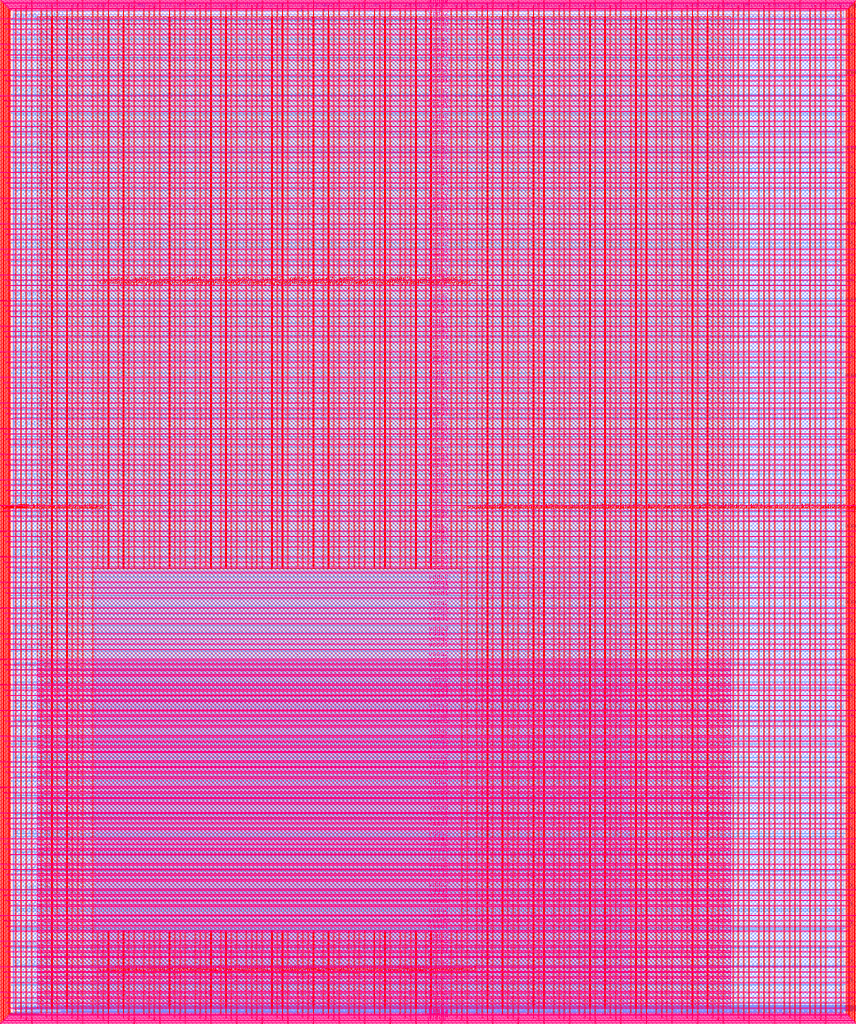
<source format=lef>
VERSION 5.7 ;
  NOWIREEXTENSIONATPIN ON ;
  DIVIDERCHAR "/" ;
  BUSBITCHARS "[]" ;
MACRO user_project_wrapper
  CLASS BLOCK ;
  FOREIGN user_project_wrapper ;
  ORIGIN 0.000 0.000 ;
  SIZE 2920.000 BY 3520.000 ;
  PIN analog_io[0]
    DIRECTION INOUT ;
    USE SIGNAL ;
    PORT
      LAYER met3 ;
        RECT 2917.600 1426.380 2924.800 1427.580 ;
    END
  END analog_io[0]
  PIN analog_io[10]
    DIRECTION INOUT ;
    USE SIGNAL ;
    PORT
      LAYER met2 ;
        RECT 2230.490 3517.600 2231.050 3524.800 ;
    END
  END analog_io[10]
  PIN analog_io[11]
    DIRECTION INOUT ;
    USE SIGNAL ;
    PORT
      LAYER met2 ;
        RECT 1905.730 3517.600 1906.290 3524.800 ;
    END
  END analog_io[11]
  PIN analog_io[12]
    DIRECTION INOUT ;
    USE SIGNAL ;
    PORT
      LAYER met2 ;
        RECT 1581.430 3517.600 1581.990 3524.800 ;
    END
  END analog_io[12]
  PIN analog_io[13]
    DIRECTION INOUT ;
    USE SIGNAL ;
    PORT
      LAYER met2 ;
        RECT 1257.130 3517.600 1257.690 3524.800 ;
    END
  END analog_io[13]
  PIN analog_io[14]
    DIRECTION INOUT ;
    USE SIGNAL ;
    PORT
      LAYER met2 ;
        RECT 932.370 3517.600 932.930 3524.800 ;
    END
  END analog_io[14]
  PIN analog_io[15]
    DIRECTION INOUT ;
    USE SIGNAL ;
    PORT
      LAYER met2 ;
        RECT 608.070 3517.600 608.630 3524.800 ;
    END
  END analog_io[15]
  PIN analog_io[16]
    DIRECTION INOUT ;
    USE SIGNAL ;
    PORT
      LAYER met2 ;
        RECT 283.770 3517.600 284.330 3524.800 ;
    END
  END analog_io[16]
  PIN analog_io[17]
    DIRECTION INOUT ;
    USE SIGNAL ;
    PORT
      LAYER met3 ;
        RECT -4.800 3486.100 2.400 3487.300 ;
    END
  END analog_io[17]
  PIN analog_io[18]
    DIRECTION INOUT ;
    USE SIGNAL ;
    PORT
      LAYER met3 ;
        RECT -4.800 3224.980 2.400 3226.180 ;
    END
  END analog_io[18]
  PIN analog_io[19]
    DIRECTION INOUT ;
    USE SIGNAL ;
    PORT
      LAYER met3 ;
        RECT -4.800 2964.540 2.400 2965.740 ;
    END
  END analog_io[19]
  PIN analog_io[1]
    DIRECTION INOUT ;
    USE SIGNAL ;
    PORT
      LAYER met3 ;
        RECT 2917.600 1692.260 2924.800 1693.460 ;
    END
  END analog_io[1]
  PIN analog_io[20]
    DIRECTION INOUT ;
    USE SIGNAL ;
    PORT
      LAYER met3 ;
        RECT -4.800 2703.420 2.400 2704.620 ;
    END
  END analog_io[20]
  PIN analog_io[21]
    DIRECTION INOUT ;
    USE SIGNAL ;
    PORT
      LAYER met3 ;
        RECT -4.800 2442.980 2.400 2444.180 ;
    END
  END analog_io[21]
  PIN analog_io[22]
    DIRECTION INOUT ;
    USE SIGNAL ;
    PORT
      LAYER met3 ;
        RECT -4.800 2182.540 2.400 2183.740 ;
    END
  END analog_io[22]
  PIN analog_io[23]
    DIRECTION INOUT ;
    USE SIGNAL ;
    PORT
      LAYER met3 ;
        RECT -4.800 1921.420 2.400 1922.620 ;
    END
  END analog_io[23]
  PIN analog_io[24]
    DIRECTION INOUT ;
    USE SIGNAL ;
    PORT
      LAYER met3 ;
        RECT -4.800 1660.980 2.400 1662.180 ;
    END
  END analog_io[24]
  PIN analog_io[25]
    DIRECTION INOUT ;
    USE SIGNAL ;
    PORT
      LAYER met3 ;
        RECT -4.800 1399.860 2.400 1401.060 ;
    END
  END analog_io[25]
  PIN analog_io[26]
    DIRECTION INOUT ;
    USE SIGNAL ;
    PORT
      LAYER met3 ;
        RECT -4.800 1139.420 2.400 1140.620 ;
    END
  END analog_io[26]
  PIN analog_io[27]
    DIRECTION INOUT ;
    USE SIGNAL ;
    PORT
      LAYER met3 ;
        RECT -4.800 878.980 2.400 880.180 ;
    END
  END analog_io[27]
  PIN analog_io[28]
    DIRECTION INOUT ;
    USE SIGNAL ;
    PORT
      LAYER met3 ;
        RECT -4.800 617.860 2.400 619.060 ;
    END
  END analog_io[28]
  PIN analog_io[2]
    DIRECTION INOUT ;
    USE SIGNAL ;
    PORT
      LAYER met3 ;
        RECT 2917.600 1958.140 2924.800 1959.340 ;
    END
  END analog_io[2]
  PIN analog_io[3]
    DIRECTION INOUT ;
    USE SIGNAL ;
    PORT
      LAYER met3 ;
        RECT 2917.600 2223.340 2924.800 2224.540 ;
    END
  END analog_io[3]
  PIN analog_io[4]
    DIRECTION INOUT ;
    USE SIGNAL ;
    PORT
      LAYER met3 ;
        RECT 2917.600 2489.220 2924.800 2490.420 ;
    END
  END analog_io[4]
  PIN analog_io[5]
    DIRECTION INOUT ;
    USE SIGNAL ;
    PORT
      LAYER met3 ;
        RECT 2917.600 2755.100 2924.800 2756.300 ;
    END
  END analog_io[5]
  PIN analog_io[6]
    DIRECTION INOUT ;
    USE SIGNAL ;
    PORT
      LAYER met3 ;
        RECT 2917.600 3020.300 2924.800 3021.500 ;
    END
  END analog_io[6]
  PIN analog_io[7]
    DIRECTION INOUT ;
    USE SIGNAL ;
    PORT
      LAYER met3 ;
        RECT 2917.600 3286.180 2924.800 3287.380 ;
    END
  END analog_io[7]
  PIN analog_io[8]
    DIRECTION INOUT ;
    USE SIGNAL ;
    PORT
      LAYER met2 ;
        RECT 2879.090 3517.600 2879.650 3524.800 ;
    END
  END analog_io[8]
  PIN analog_io[9]
    DIRECTION INOUT ;
    USE SIGNAL ;
    PORT
      LAYER met2 ;
        RECT 2554.790 3517.600 2555.350 3524.800 ;
    END
  END analog_io[9]
  PIN io_in[0]
    DIRECTION INPUT ;
    USE SIGNAL ;
    PORT
      LAYER met3 ;
        RECT 2917.600 32.380 2924.800 33.580 ;
    END
  END io_in[0]
  PIN io_in[10]
    DIRECTION INPUT ;
    USE SIGNAL ;
    PORT
      LAYER met3 ;
        RECT 2917.600 2289.980 2924.800 2291.180 ;
    END
  END io_in[10]
  PIN io_in[11]
    DIRECTION INPUT ;
    USE SIGNAL ;
    PORT
      LAYER met3 ;
        RECT 2917.600 2555.860 2924.800 2557.060 ;
    END
  END io_in[11]
  PIN io_in[12]
    DIRECTION INPUT ;
    USE SIGNAL ;
    PORT
      LAYER met3 ;
        RECT 2917.600 2821.060 2924.800 2822.260 ;
    END
  END io_in[12]
  PIN io_in[13]
    DIRECTION INPUT ;
    USE SIGNAL ;
    PORT
      LAYER met3 ;
        RECT 2917.600 3086.940 2924.800 3088.140 ;
    END
  END io_in[13]
  PIN io_in[14]
    DIRECTION INPUT ;
    USE SIGNAL ;
    PORT
      LAYER met3 ;
        RECT 2917.600 3352.820 2924.800 3354.020 ;
    END
  END io_in[14]
  PIN io_in[15]
    DIRECTION INPUT ;
    USE SIGNAL ;
    PORT
      LAYER met2 ;
        RECT 2798.130 3517.600 2798.690 3524.800 ;
    END
  END io_in[15]
  PIN io_in[16]
    DIRECTION INPUT ;
    USE SIGNAL ;
    PORT
      LAYER met2 ;
        RECT 2473.830 3517.600 2474.390 3524.800 ;
    END
  END io_in[16]
  PIN io_in[17]
    DIRECTION INPUT ;
    USE SIGNAL ;
    PORT
      LAYER met2 ;
        RECT 2149.070 3517.600 2149.630 3524.800 ;
    END
  END io_in[17]
  PIN io_in[18]
    DIRECTION INPUT ;
    USE SIGNAL ;
    PORT
      LAYER met2 ;
        RECT 1824.770 3517.600 1825.330 3524.800 ;
    END
  END io_in[18]
  PIN io_in[19]
    DIRECTION INPUT ;
    USE SIGNAL ;
    PORT
      LAYER met2 ;
        RECT 1500.470 3517.600 1501.030 3524.800 ;
    END
  END io_in[19]
  PIN io_in[1]
    DIRECTION INPUT ;
    USE SIGNAL ;
    PORT
      LAYER met3 ;
        RECT 2917.600 230.940 2924.800 232.140 ;
    END
  END io_in[1]
  PIN io_in[20]
    DIRECTION INPUT ;
    USE SIGNAL ;
    PORT
      LAYER met2 ;
        RECT 1175.710 3517.600 1176.270 3524.800 ;
    END
  END io_in[20]
  PIN io_in[21]
    DIRECTION INPUT ;
    USE SIGNAL ;
    PORT
      LAYER met2 ;
        RECT 851.410 3517.600 851.970 3524.800 ;
    END
  END io_in[21]
  PIN io_in[22]
    DIRECTION INPUT ;
    USE SIGNAL ;
    PORT
      LAYER met2 ;
        RECT 527.110 3517.600 527.670 3524.800 ;
    END
  END io_in[22]
  PIN io_in[23]
    DIRECTION INPUT ;
    USE SIGNAL ;
    PORT
      LAYER met2 ;
        RECT 202.350 3517.600 202.910 3524.800 ;
    END
  END io_in[23]
  PIN io_in[24]
    DIRECTION INPUT ;
    USE SIGNAL ;
    PORT
      LAYER met3 ;
        RECT -4.800 3420.820 2.400 3422.020 ;
    END
  END io_in[24]
  PIN io_in[25]
    DIRECTION INPUT ;
    USE SIGNAL ;
    PORT
      LAYER met3 ;
        RECT -4.800 3159.700 2.400 3160.900 ;
    END
  END io_in[25]
  PIN io_in[26]
    DIRECTION INPUT ;
    USE SIGNAL ;
    PORT
      LAYER met3 ;
        RECT -4.800 2899.260 2.400 2900.460 ;
    END
  END io_in[26]
  PIN io_in[27]
    DIRECTION INPUT ;
    USE SIGNAL ;
    PORT
      LAYER met3 ;
        RECT -4.800 2638.820 2.400 2640.020 ;
    END
  END io_in[27]
  PIN io_in[28]
    DIRECTION INPUT ;
    USE SIGNAL ;
    PORT
      LAYER met3 ;
        RECT -4.800 2377.700 2.400 2378.900 ;
    END
  END io_in[28]
  PIN io_in[29]
    DIRECTION INPUT ;
    USE SIGNAL ;
    PORT
      LAYER met3 ;
        RECT -4.800 2117.260 2.400 2118.460 ;
    END
  END io_in[29]
  PIN io_in[2]
    DIRECTION INPUT ;
    USE SIGNAL ;
    PORT
      LAYER met3 ;
        RECT 2917.600 430.180 2924.800 431.380 ;
    END
  END io_in[2]
  PIN io_in[30]
    DIRECTION INPUT ;
    USE SIGNAL ;
    PORT
      LAYER met3 ;
        RECT -4.800 1856.140 2.400 1857.340 ;
    END
  END io_in[30]
  PIN io_in[31]
    DIRECTION INPUT ;
    USE SIGNAL ;
    PORT
      LAYER met3 ;
        RECT -4.800 1595.700 2.400 1596.900 ;
    END
  END io_in[31]
  PIN io_in[32]
    DIRECTION INPUT ;
    USE SIGNAL ;
    PORT
      LAYER met3 ;
        RECT -4.800 1335.260 2.400 1336.460 ;
    END
  END io_in[32]
  PIN io_in[33]
    DIRECTION INPUT ;
    USE SIGNAL ;
    PORT
      LAYER met3 ;
        RECT -4.800 1074.140 2.400 1075.340 ;
    END
  END io_in[33]
  PIN io_in[34]
    DIRECTION INPUT ;
    USE SIGNAL ;
    PORT
      LAYER met3 ;
        RECT -4.800 813.700 2.400 814.900 ;
    END
  END io_in[34]
  PIN io_in[35]
    DIRECTION INPUT ;
    USE SIGNAL ;
    PORT
      LAYER met3 ;
        RECT -4.800 552.580 2.400 553.780 ;
    END
  END io_in[35]
  PIN io_in[36]
    DIRECTION INPUT ;
    USE SIGNAL ;
    PORT
      LAYER met3 ;
        RECT -4.800 357.420 2.400 358.620 ;
    END
  END io_in[36]
  PIN io_in[37]
    DIRECTION INPUT ;
    USE SIGNAL ;
    PORT
      LAYER met3 ;
        RECT -4.800 161.580 2.400 162.780 ;
    END
  END io_in[37]
  PIN io_in[3]
    DIRECTION INPUT ;
    USE SIGNAL ;
    PORT
      LAYER met3 ;
        RECT 2917.600 629.420 2924.800 630.620 ;
    END
  END io_in[3]
  PIN io_in[4]
    DIRECTION INPUT ;
    USE SIGNAL ;
    PORT
      LAYER met3 ;
        RECT 2917.600 828.660 2924.800 829.860 ;
    END
  END io_in[4]
  PIN io_in[5]
    DIRECTION INPUT ;
    USE SIGNAL ;
    PORT
      LAYER met3 ;
        RECT 2917.600 1027.900 2924.800 1029.100 ;
    END
  END io_in[5]
  PIN io_in[6]
    DIRECTION INPUT ;
    USE SIGNAL ;
    PORT
      LAYER met3 ;
        RECT 2917.600 1227.140 2924.800 1228.340 ;
    END
  END io_in[6]
  PIN io_in[7]
    DIRECTION INPUT ;
    USE SIGNAL ;
    PORT
      LAYER met3 ;
        RECT 2917.600 1493.020 2924.800 1494.220 ;
    END
  END io_in[7]
  PIN io_in[8]
    DIRECTION INPUT ;
    USE SIGNAL ;
    PORT
      LAYER met3 ;
        RECT 2917.600 1758.900 2924.800 1760.100 ;
    END
  END io_in[8]
  PIN io_in[9]
    DIRECTION INPUT ;
    USE SIGNAL ;
    PORT
      LAYER met3 ;
        RECT 2917.600 2024.100 2924.800 2025.300 ;
    END
  END io_in[9]
  PIN io_oeb[0]
    DIRECTION OUTPUT TRISTATE ;
    USE SIGNAL ;
    PORT
      LAYER met3 ;
        RECT 2917.600 164.980 2924.800 166.180 ;
    END
  END io_oeb[0]
  PIN io_oeb[10]
    DIRECTION OUTPUT TRISTATE ;
    USE SIGNAL ;
    PORT
      LAYER met3 ;
        RECT 2917.600 2422.580 2924.800 2423.780 ;
    END
  END io_oeb[10]
  PIN io_oeb[11]
    DIRECTION OUTPUT TRISTATE ;
    USE SIGNAL ;
    PORT
      LAYER met3 ;
        RECT 2917.600 2688.460 2924.800 2689.660 ;
    END
  END io_oeb[11]
  PIN io_oeb[12]
    DIRECTION OUTPUT TRISTATE ;
    USE SIGNAL ;
    PORT
      LAYER met3 ;
        RECT 2917.600 2954.340 2924.800 2955.540 ;
    END
  END io_oeb[12]
  PIN io_oeb[13]
    DIRECTION OUTPUT TRISTATE ;
    USE SIGNAL ;
    PORT
      LAYER met3 ;
        RECT 2917.600 3219.540 2924.800 3220.740 ;
    END
  END io_oeb[13]
  PIN io_oeb[14]
    DIRECTION OUTPUT TRISTATE ;
    USE SIGNAL ;
    PORT
      LAYER met3 ;
        RECT 2917.600 3485.420 2924.800 3486.620 ;
    END
  END io_oeb[14]
  PIN io_oeb[15]
    DIRECTION OUTPUT TRISTATE ;
    USE SIGNAL ;
    PORT
      LAYER met2 ;
        RECT 2635.750 3517.600 2636.310 3524.800 ;
    END
  END io_oeb[15]
  PIN io_oeb[16]
    DIRECTION OUTPUT TRISTATE ;
    USE SIGNAL ;
    PORT
      LAYER met2 ;
        RECT 2311.450 3517.600 2312.010 3524.800 ;
    END
  END io_oeb[16]
  PIN io_oeb[17]
    DIRECTION OUTPUT TRISTATE ;
    USE SIGNAL ;
    PORT
      LAYER met2 ;
        RECT 1987.150 3517.600 1987.710 3524.800 ;
    END
  END io_oeb[17]
  PIN io_oeb[18]
    DIRECTION OUTPUT TRISTATE ;
    USE SIGNAL ;
    PORT
      LAYER met2 ;
        RECT 1662.390 3517.600 1662.950 3524.800 ;
    END
  END io_oeb[18]
  PIN io_oeb[19]
    DIRECTION OUTPUT TRISTATE ;
    USE SIGNAL ;
    PORT
      LAYER met2 ;
        RECT 1338.090 3517.600 1338.650 3524.800 ;
    END
  END io_oeb[19]
  PIN io_oeb[1]
    DIRECTION OUTPUT TRISTATE ;
    USE SIGNAL ;
    PORT
      LAYER met3 ;
        RECT 2917.600 364.220 2924.800 365.420 ;
    END
  END io_oeb[1]
  PIN io_oeb[20]
    DIRECTION OUTPUT TRISTATE ;
    USE SIGNAL ;
    PORT
      LAYER met2 ;
        RECT 1013.790 3517.600 1014.350 3524.800 ;
    END
  END io_oeb[20]
  PIN io_oeb[21]
    DIRECTION OUTPUT TRISTATE ;
    USE SIGNAL ;
    PORT
      LAYER met2 ;
        RECT 689.030 3517.600 689.590 3524.800 ;
    END
  END io_oeb[21]
  PIN io_oeb[22]
    DIRECTION OUTPUT TRISTATE ;
    USE SIGNAL ;
    PORT
      LAYER met2 ;
        RECT 364.730 3517.600 365.290 3524.800 ;
    END
  END io_oeb[22]
  PIN io_oeb[23]
    DIRECTION OUTPUT TRISTATE ;
    USE SIGNAL ;
    PORT
      LAYER met2 ;
        RECT 40.430 3517.600 40.990 3524.800 ;
    END
  END io_oeb[23]
  PIN io_oeb[24]
    DIRECTION OUTPUT TRISTATE ;
    USE SIGNAL ;
    PORT
      LAYER met3 ;
        RECT -4.800 3290.260 2.400 3291.460 ;
    END
  END io_oeb[24]
  PIN io_oeb[25]
    DIRECTION OUTPUT TRISTATE ;
    USE SIGNAL ;
    PORT
      LAYER met3 ;
        RECT -4.800 3029.820 2.400 3031.020 ;
    END
  END io_oeb[25]
  PIN io_oeb[26]
    DIRECTION OUTPUT TRISTATE ;
    USE SIGNAL ;
    PORT
      LAYER met3 ;
        RECT -4.800 2768.700 2.400 2769.900 ;
    END
  END io_oeb[26]
  PIN io_oeb[27]
    DIRECTION OUTPUT TRISTATE ;
    USE SIGNAL ;
    PORT
      LAYER met3 ;
        RECT -4.800 2508.260 2.400 2509.460 ;
    END
  END io_oeb[27]
  PIN io_oeb[28]
    DIRECTION OUTPUT TRISTATE ;
    USE SIGNAL ;
    PORT
      LAYER met3 ;
        RECT -4.800 2247.140 2.400 2248.340 ;
    END
  END io_oeb[28]
  PIN io_oeb[29]
    DIRECTION OUTPUT TRISTATE ;
    USE SIGNAL ;
    PORT
      LAYER met3 ;
        RECT -4.800 1986.700 2.400 1987.900 ;
    END
  END io_oeb[29]
  PIN io_oeb[2]
    DIRECTION OUTPUT TRISTATE ;
    USE SIGNAL ;
    PORT
      LAYER met3 ;
        RECT 2917.600 563.460 2924.800 564.660 ;
    END
  END io_oeb[2]
  PIN io_oeb[30]
    DIRECTION OUTPUT TRISTATE ;
    USE SIGNAL ;
    PORT
      LAYER met3 ;
        RECT -4.800 1726.260 2.400 1727.460 ;
    END
  END io_oeb[30]
  PIN io_oeb[31]
    DIRECTION OUTPUT TRISTATE ;
    USE SIGNAL ;
    PORT
      LAYER met3 ;
        RECT -4.800 1465.140 2.400 1466.340 ;
    END
  END io_oeb[31]
  PIN io_oeb[32]
    DIRECTION OUTPUT TRISTATE ;
    USE SIGNAL ;
    PORT
      LAYER met3 ;
        RECT -4.800 1204.700 2.400 1205.900 ;
    END
  END io_oeb[32]
  PIN io_oeb[33]
    DIRECTION OUTPUT TRISTATE ;
    USE SIGNAL ;
    PORT
      LAYER met3 ;
        RECT -4.800 943.580 2.400 944.780 ;
    END
  END io_oeb[33]
  PIN io_oeb[34]
    DIRECTION OUTPUT TRISTATE ;
    USE SIGNAL ;
    PORT
      LAYER met3 ;
        RECT -4.800 683.140 2.400 684.340 ;
    END
  END io_oeb[34]
  PIN io_oeb[35]
    DIRECTION OUTPUT TRISTATE ;
    USE SIGNAL ;
    PORT
      LAYER met3 ;
        RECT -4.800 422.700 2.400 423.900 ;
    END
  END io_oeb[35]
  PIN io_oeb[36]
    DIRECTION OUTPUT TRISTATE ;
    USE SIGNAL ;
    PORT
      LAYER met3 ;
        RECT -4.800 226.860 2.400 228.060 ;
    END
  END io_oeb[36]
  PIN io_oeb[37]
    DIRECTION OUTPUT TRISTATE ;
    USE SIGNAL ;
    PORT
      LAYER met3 ;
        RECT -4.800 31.700 2.400 32.900 ;
    END
  END io_oeb[37]
  PIN io_oeb[3]
    DIRECTION OUTPUT TRISTATE ;
    USE SIGNAL ;
    PORT
      LAYER met3 ;
        RECT 2917.600 762.700 2924.800 763.900 ;
    END
  END io_oeb[3]
  PIN io_oeb[4]
    DIRECTION OUTPUT TRISTATE ;
    USE SIGNAL ;
    PORT
      LAYER met3 ;
        RECT 2917.600 961.940 2924.800 963.140 ;
    END
  END io_oeb[4]
  PIN io_oeb[5]
    DIRECTION OUTPUT TRISTATE ;
    USE SIGNAL ;
    PORT
      LAYER met3 ;
        RECT 2917.600 1161.180 2924.800 1162.380 ;
    END
  END io_oeb[5]
  PIN io_oeb[6]
    DIRECTION OUTPUT TRISTATE ;
    USE SIGNAL ;
    PORT
      LAYER met3 ;
        RECT 2917.600 1360.420 2924.800 1361.620 ;
    END
  END io_oeb[6]
  PIN io_oeb[7]
    DIRECTION OUTPUT TRISTATE ;
    USE SIGNAL ;
    PORT
      LAYER met3 ;
        RECT 2917.600 1625.620 2924.800 1626.820 ;
    END
  END io_oeb[7]
  PIN io_oeb[8]
    DIRECTION OUTPUT TRISTATE ;
    USE SIGNAL ;
    PORT
      LAYER met3 ;
        RECT 2917.600 1891.500 2924.800 1892.700 ;
    END
  END io_oeb[8]
  PIN io_oeb[9]
    DIRECTION OUTPUT TRISTATE ;
    USE SIGNAL ;
    PORT
      LAYER met3 ;
        RECT 2917.600 2157.380 2924.800 2158.580 ;
    END
  END io_oeb[9]
  PIN io_out[0]
    DIRECTION OUTPUT TRISTATE ;
    USE SIGNAL ;
    PORT
      LAYER met3 ;
        RECT 2917.600 98.340 2924.800 99.540 ;
    END
  END io_out[0]
  PIN io_out[10]
    DIRECTION OUTPUT TRISTATE ;
    USE SIGNAL ;
    PORT
      LAYER met3 ;
        RECT 2917.600 2356.620 2924.800 2357.820 ;
    END
  END io_out[10]
  PIN io_out[11]
    DIRECTION OUTPUT TRISTATE ;
    USE SIGNAL ;
    PORT
      LAYER met3 ;
        RECT 2917.600 2621.820 2924.800 2623.020 ;
    END
  END io_out[11]
  PIN io_out[12]
    DIRECTION OUTPUT TRISTATE ;
    USE SIGNAL ;
    PORT
      LAYER met3 ;
        RECT 2917.600 2887.700 2924.800 2888.900 ;
    END
  END io_out[12]
  PIN io_out[13]
    DIRECTION OUTPUT TRISTATE ;
    USE SIGNAL ;
    PORT
      LAYER met3 ;
        RECT 2917.600 3153.580 2924.800 3154.780 ;
    END
  END io_out[13]
  PIN io_out[14]
    DIRECTION OUTPUT TRISTATE ;
    USE SIGNAL ;
    PORT
      LAYER met3 ;
        RECT 2917.600 3418.780 2924.800 3419.980 ;
    END
  END io_out[14]
  PIN io_out[15]
    DIRECTION OUTPUT TRISTATE ;
    USE SIGNAL ;
    PORT
      LAYER met2 ;
        RECT 2717.170 3517.600 2717.730 3524.800 ;
    END
  END io_out[15]
  PIN io_out[16]
    DIRECTION OUTPUT TRISTATE ;
    USE SIGNAL ;
    PORT
      LAYER met2 ;
        RECT 2392.410 3517.600 2392.970 3524.800 ;
    END
  END io_out[16]
  PIN io_out[17]
    DIRECTION OUTPUT TRISTATE ;
    USE SIGNAL ;
    PORT
      LAYER met2 ;
        RECT 2068.110 3517.600 2068.670 3524.800 ;
    END
  END io_out[17]
  PIN io_out[18]
    DIRECTION OUTPUT TRISTATE ;
    USE SIGNAL ;
    PORT
      LAYER met2 ;
        RECT 1743.810 3517.600 1744.370 3524.800 ;
    END
  END io_out[18]
  PIN io_out[19]
    DIRECTION OUTPUT TRISTATE ;
    USE SIGNAL ;
    PORT
      LAYER met2 ;
        RECT 1419.050 3517.600 1419.610 3524.800 ;
    END
  END io_out[19]
  PIN io_out[1]
    DIRECTION OUTPUT TRISTATE ;
    USE SIGNAL ;
    PORT
      LAYER met3 ;
        RECT 2917.600 297.580 2924.800 298.780 ;
    END
  END io_out[1]
  PIN io_out[20]
    DIRECTION OUTPUT TRISTATE ;
    USE SIGNAL ;
    PORT
      LAYER met2 ;
        RECT 1094.750 3517.600 1095.310 3524.800 ;
    END
  END io_out[20]
  PIN io_out[21]
    DIRECTION OUTPUT TRISTATE ;
    USE SIGNAL ;
    PORT
      LAYER met2 ;
        RECT 770.450 3517.600 771.010 3524.800 ;
    END
  END io_out[21]
  PIN io_out[22]
    DIRECTION OUTPUT TRISTATE ;
    USE SIGNAL ;
    PORT
      LAYER met2 ;
        RECT 445.690 3517.600 446.250 3524.800 ;
    END
  END io_out[22]
  PIN io_out[23]
    DIRECTION OUTPUT TRISTATE ;
    USE SIGNAL ;
    PORT
      LAYER met2 ;
        RECT 121.390 3517.600 121.950 3524.800 ;
    END
  END io_out[23]
  PIN io_out[24]
    DIRECTION OUTPUT TRISTATE ;
    USE SIGNAL ;
    PORT
      LAYER met3 ;
        RECT -4.800 3355.540 2.400 3356.740 ;
    END
  END io_out[24]
  PIN io_out[25]
    DIRECTION OUTPUT TRISTATE ;
    USE SIGNAL ;
    PORT
      LAYER met3 ;
        RECT -4.800 3095.100 2.400 3096.300 ;
    END
  END io_out[25]
  PIN io_out[26]
    DIRECTION OUTPUT TRISTATE ;
    USE SIGNAL ;
    PORT
      LAYER met3 ;
        RECT -4.800 2833.980 2.400 2835.180 ;
    END
  END io_out[26]
  PIN io_out[27]
    DIRECTION OUTPUT TRISTATE ;
    USE SIGNAL ;
    PORT
      LAYER met3 ;
        RECT -4.800 2573.540 2.400 2574.740 ;
    END
  END io_out[27]
  PIN io_out[28]
    DIRECTION OUTPUT TRISTATE ;
    USE SIGNAL ;
    PORT
      LAYER met3 ;
        RECT -4.800 2312.420 2.400 2313.620 ;
    END
  END io_out[28]
  PIN io_out[29]
    DIRECTION OUTPUT TRISTATE ;
    USE SIGNAL ;
    PORT
      LAYER met3 ;
        RECT -4.800 2051.980 2.400 2053.180 ;
    END
  END io_out[29]
  PIN io_out[2]
    DIRECTION OUTPUT TRISTATE ;
    USE SIGNAL ;
    PORT
      LAYER met3 ;
        RECT 2917.600 496.820 2924.800 498.020 ;
    END
  END io_out[2]
  PIN io_out[30]
    DIRECTION OUTPUT TRISTATE ;
    USE SIGNAL ;
    PORT
      LAYER met3 ;
        RECT -4.800 1791.540 2.400 1792.740 ;
    END
  END io_out[30]
  PIN io_out[31]
    DIRECTION OUTPUT TRISTATE ;
    USE SIGNAL ;
    PORT
      LAYER met3 ;
        RECT -4.800 1530.420 2.400 1531.620 ;
    END
  END io_out[31]
  PIN io_out[32]
    DIRECTION OUTPUT TRISTATE ;
    USE SIGNAL ;
    PORT
      LAYER met3 ;
        RECT -4.800 1269.980 2.400 1271.180 ;
    END
  END io_out[32]
  PIN io_out[33]
    DIRECTION OUTPUT TRISTATE ;
    USE SIGNAL ;
    PORT
      LAYER met3 ;
        RECT -4.800 1008.860 2.400 1010.060 ;
    END
  END io_out[33]
  PIN io_out[34]
    DIRECTION OUTPUT TRISTATE ;
    USE SIGNAL ;
    PORT
      LAYER met3 ;
        RECT -4.800 748.420 2.400 749.620 ;
    END
  END io_out[34]
  PIN io_out[35]
    DIRECTION OUTPUT TRISTATE ;
    USE SIGNAL ;
    PORT
      LAYER met3 ;
        RECT -4.800 487.300 2.400 488.500 ;
    END
  END io_out[35]
  PIN io_out[36]
    DIRECTION OUTPUT TRISTATE ;
    USE SIGNAL ;
    PORT
      LAYER met3 ;
        RECT -4.800 292.140 2.400 293.340 ;
    END
  END io_out[36]
  PIN io_out[37]
    DIRECTION OUTPUT TRISTATE ;
    USE SIGNAL ;
    PORT
      LAYER met3 ;
        RECT -4.800 96.300 2.400 97.500 ;
    END
  END io_out[37]
  PIN io_out[3]
    DIRECTION OUTPUT TRISTATE ;
    USE SIGNAL ;
    PORT
      LAYER met3 ;
        RECT 2917.600 696.060 2924.800 697.260 ;
    END
  END io_out[3]
  PIN io_out[4]
    DIRECTION OUTPUT TRISTATE ;
    USE SIGNAL ;
    PORT
      LAYER met3 ;
        RECT 2917.600 895.300 2924.800 896.500 ;
    END
  END io_out[4]
  PIN io_out[5]
    DIRECTION OUTPUT TRISTATE ;
    USE SIGNAL ;
    PORT
      LAYER met3 ;
        RECT 2917.600 1094.540 2924.800 1095.740 ;
    END
  END io_out[5]
  PIN io_out[6]
    DIRECTION OUTPUT TRISTATE ;
    USE SIGNAL ;
    PORT
      LAYER met3 ;
        RECT 2917.600 1293.780 2924.800 1294.980 ;
    END
  END io_out[6]
  PIN io_out[7]
    DIRECTION OUTPUT TRISTATE ;
    USE SIGNAL ;
    PORT
      LAYER met3 ;
        RECT 2917.600 1559.660 2924.800 1560.860 ;
    END
  END io_out[7]
  PIN io_out[8]
    DIRECTION OUTPUT TRISTATE ;
    USE SIGNAL ;
    PORT
      LAYER met3 ;
        RECT 2917.600 1824.860 2924.800 1826.060 ;
    END
  END io_out[8]
  PIN io_out[9]
    DIRECTION OUTPUT TRISTATE ;
    USE SIGNAL ;
    PORT
      LAYER met3 ;
        RECT 2917.600 2090.740 2924.800 2091.940 ;
    END
  END io_out[9]
  PIN la_data_in[0]
    DIRECTION INPUT ;
    USE SIGNAL ;
    PORT
      LAYER met2 ;
        RECT 629.230 -4.800 629.790 2.400 ;
    END
  END la_data_in[0]
  PIN la_data_in[100]
    DIRECTION INPUT ;
    USE SIGNAL ;
    PORT
      LAYER met2 ;
        RECT 2402.530 -4.800 2403.090 2.400 ;
    END
  END la_data_in[100]
  PIN la_data_in[101]
    DIRECTION INPUT ;
    USE SIGNAL ;
    PORT
      LAYER met2 ;
        RECT 2420.010 -4.800 2420.570 2.400 ;
    END
  END la_data_in[101]
  PIN la_data_in[102]
    DIRECTION INPUT ;
    USE SIGNAL ;
    PORT
      LAYER met2 ;
        RECT 2437.950 -4.800 2438.510 2.400 ;
    END
  END la_data_in[102]
  PIN la_data_in[103]
    DIRECTION INPUT ;
    USE SIGNAL ;
    PORT
      LAYER met2 ;
        RECT 2455.430 -4.800 2455.990 2.400 ;
    END
  END la_data_in[103]
  PIN la_data_in[104]
    DIRECTION INPUT ;
    USE SIGNAL ;
    PORT
      LAYER met2 ;
        RECT 2473.370 -4.800 2473.930 2.400 ;
    END
  END la_data_in[104]
  PIN la_data_in[105]
    DIRECTION INPUT ;
    USE SIGNAL ;
    PORT
      LAYER met2 ;
        RECT 2490.850 -4.800 2491.410 2.400 ;
    END
  END la_data_in[105]
  PIN la_data_in[106]
    DIRECTION INPUT ;
    USE SIGNAL ;
    PORT
      LAYER met2 ;
        RECT 2508.790 -4.800 2509.350 2.400 ;
    END
  END la_data_in[106]
  PIN la_data_in[107]
    DIRECTION INPUT ;
    USE SIGNAL ;
    PORT
      LAYER met2 ;
        RECT 2526.730 -4.800 2527.290 2.400 ;
    END
  END la_data_in[107]
  PIN la_data_in[108]
    DIRECTION INPUT ;
    USE SIGNAL ;
    PORT
      LAYER met2 ;
        RECT 2544.210 -4.800 2544.770 2.400 ;
    END
  END la_data_in[108]
  PIN la_data_in[109]
    DIRECTION INPUT ;
    USE SIGNAL ;
    PORT
      LAYER met2 ;
        RECT 2562.150 -4.800 2562.710 2.400 ;
    END
  END la_data_in[109]
  PIN la_data_in[10]
    DIRECTION INPUT ;
    USE SIGNAL ;
    PORT
      LAYER met2 ;
        RECT 806.330 -4.800 806.890 2.400 ;
    END
  END la_data_in[10]
  PIN la_data_in[110]
    DIRECTION INPUT ;
    USE SIGNAL ;
    PORT
      LAYER met2 ;
        RECT 2579.630 -4.800 2580.190 2.400 ;
    END
  END la_data_in[110]
  PIN la_data_in[111]
    DIRECTION INPUT ;
    USE SIGNAL ;
    PORT
      LAYER met2 ;
        RECT 2597.570 -4.800 2598.130 2.400 ;
    END
  END la_data_in[111]
  PIN la_data_in[112]
    DIRECTION INPUT ;
    USE SIGNAL ;
    PORT
      LAYER met2 ;
        RECT 2615.050 -4.800 2615.610 2.400 ;
    END
  END la_data_in[112]
  PIN la_data_in[113]
    DIRECTION INPUT ;
    USE SIGNAL ;
    PORT
      LAYER met2 ;
        RECT 2632.990 -4.800 2633.550 2.400 ;
    END
  END la_data_in[113]
  PIN la_data_in[114]
    DIRECTION INPUT ;
    USE SIGNAL ;
    PORT
      LAYER met2 ;
        RECT 2650.470 -4.800 2651.030 2.400 ;
    END
  END la_data_in[114]
  PIN la_data_in[115]
    DIRECTION INPUT ;
    USE SIGNAL ;
    PORT
      LAYER met2 ;
        RECT 2668.410 -4.800 2668.970 2.400 ;
    END
  END la_data_in[115]
  PIN la_data_in[116]
    DIRECTION INPUT ;
    USE SIGNAL ;
    PORT
      LAYER met2 ;
        RECT 2685.890 -4.800 2686.450 2.400 ;
    END
  END la_data_in[116]
  PIN la_data_in[117]
    DIRECTION INPUT ;
    USE SIGNAL ;
    PORT
      LAYER met2 ;
        RECT 2703.830 -4.800 2704.390 2.400 ;
    END
  END la_data_in[117]
  PIN la_data_in[118]
    DIRECTION INPUT ;
    USE SIGNAL ;
    PORT
      LAYER met2 ;
        RECT 2721.770 -4.800 2722.330 2.400 ;
    END
  END la_data_in[118]
  PIN la_data_in[119]
    DIRECTION INPUT ;
    USE SIGNAL ;
    PORT
      LAYER met2 ;
        RECT 2739.250 -4.800 2739.810 2.400 ;
    END
  END la_data_in[119]
  PIN la_data_in[11]
    DIRECTION INPUT ;
    USE SIGNAL ;
    PORT
      LAYER met2 ;
        RECT 824.270 -4.800 824.830 2.400 ;
    END
  END la_data_in[11]
  PIN la_data_in[120]
    DIRECTION INPUT ;
    USE SIGNAL ;
    PORT
      LAYER met2 ;
        RECT 2757.190 -4.800 2757.750 2.400 ;
    END
  END la_data_in[120]
  PIN la_data_in[121]
    DIRECTION INPUT ;
    USE SIGNAL ;
    PORT
      LAYER met2 ;
        RECT 2774.670 -4.800 2775.230 2.400 ;
    END
  END la_data_in[121]
  PIN la_data_in[122]
    DIRECTION INPUT ;
    USE SIGNAL ;
    PORT
      LAYER met2 ;
        RECT 2792.610 -4.800 2793.170 2.400 ;
    END
  END la_data_in[122]
  PIN la_data_in[123]
    DIRECTION INPUT ;
    USE SIGNAL ;
    PORT
      LAYER met2 ;
        RECT 2810.090 -4.800 2810.650 2.400 ;
    END
  END la_data_in[123]
  PIN la_data_in[124]
    DIRECTION INPUT ;
    USE SIGNAL ;
    PORT
      LAYER met2 ;
        RECT 2828.030 -4.800 2828.590 2.400 ;
    END
  END la_data_in[124]
  PIN la_data_in[125]
    DIRECTION INPUT ;
    USE SIGNAL ;
    PORT
      LAYER met2 ;
        RECT 2845.510 -4.800 2846.070 2.400 ;
    END
  END la_data_in[125]
  PIN la_data_in[126]
    DIRECTION INPUT ;
    USE SIGNAL ;
    PORT
      LAYER met2 ;
        RECT 2863.450 -4.800 2864.010 2.400 ;
    END
  END la_data_in[126]
  PIN la_data_in[127]
    DIRECTION INPUT ;
    USE SIGNAL ;
    PORT
      LAYER met2 ;
        RECT 2881.390 -4.800 2881.950 2.400 ;
    END
  END la_data_in[127]
  PIN la_data_in[12]
    DIRECTION INPUT ;
    USE SIGNAL ;
    PORT
      LAYER met2 ;
        RECT 841.750 -4.800 842.310 2.400 ;
    END
  END la_data_in[12]
  PIN la_data_in[13]
    DIRECTION INPUT ;
    USE SIGNAL ;
    PORT
      LAYER met2 ;
        RECT 859.690 -4.800 860.250 2.400 ;
    END
  END la_data_in[13]
  PIN la_data_in[14]
    DIRECTION INPUT ;
    USE SIGNAL ;
    PORT
      LAYER met2 ;
        RECT 877.170 -4.800 877.730 2.400 ;
    END
  END la_data_in[14]
  PIN la_data_in[15]
    DIRECTION INPUT ;
    USE SIGNAL ;
    PORT
      LAYER met2 ;
        RECT 895.110 -4.800 895.670 2.400 ;
    END
  END la_data_in[15]
  PIN la_data_in[16]
    DIRECTION INPUT ;
    USE SIGNAL ;
    PORT
      LAYER met2 ;
        RECT 912.590 -4.800 913.150 2.400 ;
    END
  END la_data_in[16]
  PIN la_data_in[17]
    DIRECTION INPUT ;
    USE SIGNAL ;
    PORT
      LAYER met2 ;
        RECT 930.530 -4.800 931.090 2.400 ;
    END
  END la_data_in[17]
  PIN la_data_in[18]
    DIRECTION INPUT ;
    USE SIGNAL ;
    PORT
      LAYER met2 ;
        RECT 948.470 -4.800 949.030 2.400 ;
    END
  END la_data_in[18]
  PIN la_data_in[19]
    DIRECTION INPUT ;
    USE SIGNAL ;
    PORT
      LAYER met2 ;
        RECT 965.950 -4.800 966.510 2.400 ;
    END
  END la_data_in[19]
  PIN la_data_in[1]
    DIRECTION INPUT ;
    USE SIGNAL ;
    PORT
      LAYER met2 ;
        RECT 646.710 -4.800 647.270 2.400 ;
    END
  END la_data_in[1]
  PIN la_data_in[20]
    DIRECTION INPUT ;
    USE SIGNAL ;
    PORT
      LAYER met2 ;
        RECT 983.890 -4.800 984.450 2.400 ;
    END
  END la_data_in[20]
  PIN la_data_in[21]
    DIRECTION INPUT ;
    USE SIGNAL ;
    PORT
      LAYER met2 ;
        RECT 1001.370 -4.800 1001.930 2.400 ;
    END
  END la_data_in[21]
  PIN la_data_in[22]
    DIRECTION INPUT ;
    USE SIGNAL ;
    PORT
      LAYER met2 ;
        RECT 1019.310 -4.800 1019.870 2.400 ;
    END
  END la_data_in[22]
  PIN la_data_in[23]
    DIRECTION INPUT ;
    USE SIGNAL ;
    PORT
      LAYER met2 ;
        RECT 1036.790 -4.800 1037.350 2.400 ;
    END
  END la_data_in[23]
  PIN la_data_in[24]
    DIRECTION INPUT ;
    USE SIGNAL ;
    PORT
      LAYER met2 ;
        RECT 1054.730 -4.800 1055.290 2.400 ;
    END
  END la_data_in[24]
  PIN la_data_in[25]
    DIRECTION INPUT ;
    USE SIGNAL ;
    PORT
      LAYER met2 ;
        RECT 1072.210 -4.800 1072.770 2.400 ;
    END
  END la_data_in[25]
  PIN la_data_in[26]
    DIRECTION INPUT ;
    USE SIGNAL ;
    PORT
      LAYER met2 ;
        RECT 1090.150 -4.800 1090.710 2.400 ;
    END
  END la_data_in[26]
  PIN la_data_in[27]
    DIRECTION INPUT ;
    USE SIGNAL ;
    PORT
      LAYER met2 ;
        RECT 1107.630 -4.800 1108.190 2.400 ;
    END
  END la_data_in[27]
  PIN la_data_in[28]
    DIRECTION INPUT ;
    USE SIGNAL ;
    PORT
      LAYER met2 ;
        RECT 1125.570 -4.800 1126.130 2.400 ;
    END
  END la_data_in[28]
  PIN la_data_in[29]
    DIRECTION INPUT ;
    USE SIGNAL ;
    PORT
      LAYER met2 ;
        RECT 1143.510 -4.800 1144.070 2.400 ;
    END
  END la_data_in[29]
  PIN la_data_in[2]
    DIRECTION INPUT ;
    USE SIGNAL ;
    PORT
      LAYER met2 ;
        RECT 664.650 -4.800 665.210 2.400 ;
    END
  END la_data_in[2]
  PIN la_data_in[30]
    DIRECTION INPUT ;
    USE SIGNAL ;
    PORT
      LAYER met2 ;
        RECT 1160.990 -4.800 1161.550 2.400 ;
    END
  END la_data_in[30]
  PIN la_data_in[31]
    DIRECTION INPUT ;
    USE SIGNAL ;
    PORT
      LAYER met2 ;
        RECT 1178.930 -4.800 1179.490 2.400 ;
    END
  END la_data_in[31]
  PIN la_data_in[32]
    DIRECTION INPUT ;
    USE SIGNAL ;
    PORT
      LAYER met2 ;
        RECT 1196.410 -4.800 1196.970 2.400 ;
    END
  END la_data_in[32]
  PIN la_data_in[33]
    DIRECTION INPUT ;
    USE SIGNAL ;
    PORT
      LAYER met2 ;
        RECT 1214.350 -4.800 1214.910 2.400 ;
    END
  END la_data_in[33]
  PIN la_data_in[34]
    DIRECTION INPUT ;
    USE SIGNAL ;
    PORT
      LAYER met2 ;
        RECT 1231.830 -4.800 1232.390 2.400 ;
    END
  END la_data_in[34]
  PIN la_data_in[35]
    DIRECTION INPUT ;
    USE SIGNAL ;
    PORT
      LAYER met2 ;
        RECT 1249.770 -4.800 1250.330 2.400 ;
    END
  END la_data_in[35]
  PIN la_data_in[36]
    DIRECTION INPUT ;
    USE SIGNAL ;
    PORT
      LAYER met2 ;
        RECT 1267.250 -4.800 1267.810 2.400 ;
    END
  END la_data_in[36]
  PIN la_data_in[37]
    DIRECTION INPUT ;
    USE SIGNAL ;
    PORT
      LAYER met2 ;
        RECT 1285.190 -4.800 1285.750 2.400 ;
    END
  END la_data_in[37]
  PIN la_data_in[38]
    DIRECTION INPUT ;
    USE SIGNAL ;
    PORT
      LAYER met2 ;
        RECT 1303.130 -4.800 1303.690 2.400 ;
    END
  END la_data_in[38]
  PIN la_data_in[39]
    DIRECTION INPUT ;
    USE SIGNAL ;
    PORT
      LAYER met2 ;
        RECT 1320.610 -4.800 1321.170 2.400 ;
    END
  END la_data_in[39]
  PIN la_data_in[3]
    DIRECTION INPUT ;
    USE SIGNAL ;
    PORT
      LAYER met2 ;
        RECT 682.130 -4.800 682.690 2.400 ;
    END
  END la_data_in[3]
  PIN la_data_in[40]
    DIRECTION INPUT ;
    USE SIGNAL ;
    PORT
      LAYER met2 ;
        RECT 1338.550 -4.800 1339.110 2.400 ;
    END
  END la_data_in[40]
  PIN la_data_in[41]
    DIRECTION INPUT ;
    USE SIGNAL ;
    PORT
      LAYER met2 ;
        RECT 1356.030 -4.800 1356.590 2.400 ;
    END
  END la_data_in[41]
  PIN la_data_in[42]
    DIRECTION INPUT ;
    USE SIGNAL ;
    PORT
      LAYER met2 ;
        RECT 1373.970 -4.800 1374.530 2.400 ;
    END
  END la_data_in[42]
  PIN la_data_in[43]
    DIRECTION INPUT ;
    USE SIGNAL ;
    PORT
      LAYER met2 ;
        RECT 1391.450 -4.800 1392.010 2.400 ;
    END
  END la_data_in[43]
  PIN la_data_in[44]
    DIRECTION INPUT ;
    USE SIGNAL ;
    PORT
      LAYER met2 ;
        RECT 1409.390 -4.800 1409.950 2.400 ;
    END
  END la_data_in[44]
  PIN la_data_in[45]
    DIRECTION INPUT ;
    USE SIGNAL ;
    PORT
      LAYER met2 ;
        RECT 1426.870 -4.800 1427.430 2.400 ;
    END
  END la_data_in[45]
  PIN la_data_in[46]
    DIRECTION INPUT ;
    USE SIGNAL ;
    PORT
      LAYER met2 ;
        RECT 1444.810 -4.800 1445.370 2.400 ;
    END
  END la_data_in[46]
  PIN la_data_in[47]
    DIRECTION INPUT ;
    USE SIGNAL ;
    PORT
      LAYER met2 ;
        RECT 1462.750 -4.800 1463.310 2.400 ;
    END
  END la_data_in[47]
  PIN la_data_in[48]
    DIRECTION INPUT ;
    USE SIGNAL ;
    PORT
      LAYER met2 ;
        RECT 1480.230 -4.800 1480.790 2.400 ;
    END
  END la_data_in[48]
  PIN la_data_in[49]
    DIRECTION INPUT ;
    USE SIGNAL ;
    PORT
      LAYER met2 ;
        RECT 1498.170 -4.800 1498.730 2.400 ;
    END
  END la_data_in[49]
  PIN la_data_in[4]
    DIRECTION INPUT ;
    USE SIGNAL ;
    PORT
      LAYER met2 ;
        RECT 700.070 -4.800 700.630 2.400 ;
    END
  END la_data_in[4]
  PIN la_data_in[50]
    DIRECTION INPUT ;
    USE SIGNAL ;
    PORT
      LAYER met2 ;
        RECT 1515.650 -4.800 1516.210 2.400 ;
    END
  END la_data_in[50]
  PIN la_data_in[51]
    DIRECTION INPUT ;
    USE SIGNAL ;
    PORT
      LAYER met2 ;
        RECT 1533.590 -4.800 1534.150 2.400 ;
    END
  END la_data_in[51]
  PIN la_data_in[52]
    DIRECTION INPUT ;
    USE SIGNAL ;
    PORT
      LAYER met2 ;
        RECT 1551.070 -4.800 1551.630 2.400 ;
    END
  END la_data_in[52]
  PIN la_data_in[53]
    DIRECTION INPUT ;
    USE SIGNAL ;
    PORT
      LAYER met2 ;
        RECT 1569.010 -4.800 1569.570 2.400 ;
    END
  END la_data_in[53]
  PIN la_data_in[54]
    DIRECTION INPUT ;
    USE SIGNAL ;
    PORT
      LAYER met2 ;
        RECT 1586.490 -4.800 1587.050 2.400 ;
    END
  END la_data_in[54]
  PIN la_data_in[55]
    DIRECTION INPUT ;
    USE SIGNAL ;
    PORT
      LAYER met2 ;
        RECT 1604.430 -4.800 1604.990 2.400 ;
    END
  END la_data_in[55]
  PIN la_data_in[56]
    DIRECTION INPUT ;
    USE SIGNAL ;
    PORT
      LAYER met2 ;
        RECT 1621.910 -4.800 1622.470 2.400 ;
    END
  END la_data_in[56]
  PIN la_data_in[57]
    DIRECTION INPUT ;
    USE SIGNAL ;
    PORT
      LAYER met2 ;
        RECT 1639.850 -4.800 1640.410 2.400 ;
    END
  END la_data_in[57]
  PIN la_data_in[58]
    DIRECTION INPUT ;
    USE SIGNAL ;
    PORT
      LAYER met2 ;
        RECT 1657.790 -4.800 1658.350 2.400 ;
    END
  END la_data_in[58]
  PIN la_data_in[59]
    DIRECTION INPUT ;
    USE SIGNAL ;
    PORT
      LAYER met2 ;
        RECT 1675.270 -4.800 1675.830 2.400 ;
    END
  END la_data_in[59]
  PIN la_data_in[5]
    DIRECTION INPUT ;
    USE SIGNAL ;
    PORT
      LAYER met2 ;
        RECT 717.550 -4.800 718.110 2.400 ;
    END
  END la_data_in[5]
  PIN la_data_in[60]
    DIRECTION INPUT ;
    USE SIGNAL ;
    PORT
      LAYER met2 ;
        RECT 1693.210 -4.800 1693.770 2.400 ;
    END
  END la_data_in[60]
  PIN la_data_in[61]
    DIRECTION INPUT ;
    USE SIGNAL ;
    PORT
      LAYER met2 ;
        RECT 1710.690 -4.800 1711.250 2.400 ;
    END
  END la_data_in[61]
  PIN la_data_in[62]
    DIRECTION INPUT ;
    USE SIGNAL ;
    PORT
      LAYER met2 ;
        RECT 1728.630 -4.800 1729.190 2.400 ;
    END
  END la_data_in[62]
  PIN la_data_in[63]
    DIRECTION INPUT ;
    USE SIGNAL ;
    PORT
      LAYER met2 ;
        RECT 1746.110 -4.800 1746.670 2.400 ;
    END
  END la_data_in[63]
  PIN la_data_in[64]
    DIRECTION INPUT ;
    USE SIGNAL ;
    PORT
      LAYER met2 ;
        RECT 1764.050 -4.800 1764.610 2.400 ;
    END
  END la_data_in[64]
  PIN la_data_in[65]
    DIRECTION INPUT ;
    USE SIGNAL ;
    PORT
      LAYER met2 ;
        RECT 1781.530 -4.800 1782.090 2.400 ;
    END
  END la_data_in[65]
  PIN la_data_in[66]
    DIRECTION INPUT ;
    USE SIGNAL ;
    PORT
      LAYER met2 ;
        RECT 1799.470 -4.800 1800.030 2.400 ;
    END
  END la_data_in[66]
  PIN la_data_in[67]
    DIRECTION INPUT ;
    USE SIGNAL ;
    PORT
      LAYER met2 ;
        RECT 1817.410 -4.800 1817.970 2.400 ;
    END
  END la_data_in[67]
  PIN la_data_in[68]
    DIRECTION INPUT ;
    USE SIGNAL ;
    PORT
      LAYER met2 ;
        RECT 1834.890 -4.800 1835.450 2.400 ;
    END
  END la_data_in[68]
  PIN la_data_in[69]
    DIRECTION INPUT ;
    USE SIGNAL ;
    PORT
      LAYER met2 ;
        RECT 1852.830 -4.800 1853.390 2.400 ;
    END
  END la_data_in[69]
  PIN la_data_in[6]
    DIRECTION INPUT ;
    USE SIGNAL ;
    PORT
      LAYER met2 ;
        RECT 735.490 -4.800 736.050 2.400 ;
    END
  END la_data_in[6]
  PIN la_data_in[70]
    DIRECTION INPUT ;
    USE SIGNAL ;
    PORT
      LAYER met2 ;
        RECT 1870.310 -4.800 1870.870 2.400 ;
    END
  END la_data_in[70]
  PIN la_data_in[71]
    DIRECTION INPUT ;
    USE SIGNAL ;
    PORT
      LAYER met2 ;
        RECT 1888.250 -4.800 1888.810 2.400 ;
    END
  END la_data_in[71]
  PIN la_data_in[72]
    DIRECTION INPUT ;
    USE SIGNAL ;
    PORT
      LAYER met2 ;
        RECT 1905.730 -4.800 1906.290 2.400 ;
    END
  END la_data_in[72]
  PIN la_data_in[73]
    DIRECTION INPUT ;
    USE SIGNAL ;
    PORT
      LAYER met2 ;
        RECT 1923.670 -4.800 1924.230 2.400 ;
    END
  END la_data_in[73]
  PIN la_data_in[74]
    DIRECTION INPUT ;
    USE SIGNAL ;
    PORT
      LAYER met2 ;
        RECT 1941.150 -4.800 1941.710 2.400 ;
    END
  END la_data_in[74]
  PIN la_data_in[75]
    DIRECTION INPUT ;
    USE SIGNAL ;
    PORT
      LAYER met2 ;
        RECT 1959.090 -4.800 1959.650 2.400 ;
    END
  END la_data_in[75]
  PIN la_data_in[76]
    DIRECTION INPUT ;
    USE SIGNAL ;
    PORT
      LAYER met2 ;
        RECT 1976.570 -4.800 1977.130 2.400 ;
    END
  END la_data_in[76]
  PIN la_data_in[77]
    DIRECTION INPUT ;
    USE SIGNAL ;
    PORT
      LAYER met2 ;
        RECT 1994.510 -4.800 1995.070 2.400 ;
    END
  END la_data_in[77]
  PIN la_data_in[78]
    DIRECTION INPUT ;
    USE SIGNAL ;
    PORT
      LAYER met2 ;
        RECT 2012.450 -4.800 2013.010 2.400 ;
    END
  END la_data_in[78]
  PIN la_data_in[79]
    DIRECTION INPUT ;
    USE SIGNAL ;
    PORT
      LAYER met2 ;
        RECT 2029.930 -4.800 2030.490 2.400 ;
    END
  END la_data_in[79]
  PIN la_data_in[7]
    DIRECTION INPUT ;
    USE SIGNAL ;
    PORT
      LAYER met2 ;
        RECT 752.970 -4.800 753.530 2.400 ;
    END
  END la_data_in[7]
  PIN la_data_in[80]
    DIRECTION INPUT ;
    USE SIGNAL ;
    PORT
      LAYER met2 ;
        RECT 2047.870 -4.800 2048.430 2.400 ;
    END
  END la_data_in[80]
  PIN la_data_in[81]
    DIRECTION INPUT ;
    USE SIGNAL ;
    PORT
      LAYER met2 ;
        RECT 2065.350 -4.800 2065.910 2.400 ;
    END
  END la_data_in[81]
  PIN la_data_in[82]
    DIRECTION INPUT ;
    USE SIGNAL ;
    PORT
      LAYER met2 ;
        RECT 2083.290 -4.800 2083.850 2.400 ;
    END
  END la_data_in[82]
  PIN la_data_in[83]
    DIRECTION INPUT ;
    USE SIGNAL ;
    PORT
      LAYER met2 ;
        RECT 2100.770 -4.800 2101.330 2.400 ;
    END
  END la_data_in[83]
  PIN la_data_in[84]
    DIRECTION INPUT ;
    USE SIGNAL ;
    PORT
      LAYER met2 ;
        RECT 2118.710 -4.800 2119.270 2.400 ;
    END
  END la_data_in[84]
  PIN la_data_in[85]
    DIRECTION INPUT ;
    USE SIGNAL ;
    PORT
      LAYER met2 ;
        RECT 2136.190 -4.800 2136.750 2.400 ;
    END
  END la_data_in[85]
  PIN la_data_in[86]
    DIRECTION INPUT ;
    USE SIGNAL ;
    PORT
      LAYER met2 ;
        RECT 2154.130 -4.800 2154.690 2.400 ;
    END
  END la_data_in[86]
  PIN la_data_in[87]
    DIRECTION INPUT ;
    USE SIGNAL ;
    PORT
      LAYER met2 ;
        RECT 2172.070 -4.800 2172.630 2.400 ;
    END
  END la_data_in[87]
  PIN la_data_in[88]
    DIRECTION INPUT ;
    USE SIGNAL ;
    PORT
      LAYER met2 ;
        RECT 2189.550 -4.800 2190.110 2.400 ;
    END
  END la_data_in[88]
  PIN la_data_in[89]
    DIRECTION INPUT ;
    USE SIGNAL ;
    PORT
      LAYER met2 ;
        RECT 2207.490 -4.800 2208.050 2.400 ;
    END
  END la_data_in[89]
  PIN la_data_in[8]
    DIRECTION INPUT ;
    USE SIGNAL ;
    PORT
      LAYER met2 ;
        RECT 770.910 -4.800 771.470 2.400 ;
    END
  END la_data_in[8]
  PIN la_data_in[90]
    DIRECTION INPUT ;
    USE SIGNAL ;
    PORT
      LAYER met2 ;
        RECT 2224.970 -4.800 2225.530 2.400 ;
    END
  END la_data_in[90]
  PIN la_data_in[91]
    DIRECTION INPUT ;
    USE SIGNAL ;
    PORT
      LAYER met2 ;
        RECT 2242.910 -4.800 2243.470 2.400 ;
    END
  END la_data_in[91]
  PIN la_data_in[92]
    DIRECTION INPUT ;
    USE SIGNAL ;
    PORT
      LAYER met2 ;
        RECT 2260.390 -4.800 2260.950 2.400 ;
    END
  END la_data_in[92]
  PIN la_data_in[93]
    DIRECTION INPUT ;
    USE SIGNAL ;
    PORT
      LAYER met2 ;
        RECT 2278.330 -4.800 2278.890 2.400 ;
    END
  END la_data_in[93]
  PIN la_data_in[94]
    DIRECTION INPUT ;
    USE SIGNAL ;
    PORT
      LAYER met2 ;
        RECT 2295.810 -4.800 2296.370 2.400 ;
    END
  END la_data_in[94]
  PIN la_data_in[95]
    DIRECTION INPUT ;
    USE SIGNAL ;
    PORT
      LAYER met2 ;
        RECT 2313.750 -4.800 2314.310 2.400 ;
    END
  END la_data_in[95]
  PIN la_data_in[96]
    DIRECTION INPUT ;
    USE SIGNAL ;
    PORT
      LAYER met2 ;
        RECT 2331.230 -4.800 2331.790 2.400 ;
    END
  END la_data_in[96]
  PIN la_data_in[97]
    DIRECTION INPUT ;
    USE SIGNAL ;
    PORT
      LAYER met2 ;
        RECT 2349.170 -4.800 2349.730 2.400 ;
    END
  END la_data_in[97]
  PIN la_data_in[98]
    DIRECTION INPUT ;
    USE SIGNAL ;
    PORT
      LAYER met2 ;
        RECT 2367.110 -4.800 2367.670 2.400 ;
    END
  END la_data_in[98]
  PIN la_data_in[99]
    DIRECTION INPUT ;
    USE SIGNAL ;
    PORT
      LAYER met2 ;
        RECT 2384.590 -4.800 2385.150 2.400 ;
    END
  END la_data_in[99]
  PIN la_data_in[9]
    DIRECTION INPUT ;
    USE SIGNAL ;
    PORT
      LAYER met2 ;
        RECT 788.850 -4.800 789.410 2.400 ;
    END
  END la_data_in[9]
  PIN la_data_out[0]
    DIRECTION OUTPUT TRISTATE ;
    USE SIGNAL ;
    PORT
      LAYER met2 ;
        RECT 634.750 -4.800 635.310 2.400 ;
    END
  END la_data_out[0]
  PIN la_data_out[100]
    DIRECTION OUTPUT TRISTATE ;
    USE SIGNAL ;
    PORT
      LAYER met2 ;
        RECT 2408.510 -4.800 2409.070 2.400 ;
    END
  END la_data_out[100]
  PIN la_data_out[101]
    DIRECTION OUTPUT TRISTATE ;
    USE SIGNAL ;
    PORT
      LAYER met2 ;
        RECT 2425.990 -4.800 2426.550 2.400 ;
    END
  END la_data_out[101]
  PIN la_data_out[102]
    DIRECTION OUTPUT TRISTATE ;
    USE SIGNAL ;
    PORT
      LAYER met2 ;
        RECT 2443.930 -4.800 2444.490 2.400 ;
    END
  END la_data_out[102]
  PIN la_data_out[103]
    DIRECTION OUTPUT TRISTATE ;
    USE SIGNAL ;
    PORT
      LAYER met2 ;
        RECT 2461.410 -4.800 2461.970 2.400 ;
    END
  END la_data_out[103]
  PIN la_data_out[104]
    DIRECTION OUTPUT TRISTATE ;
    USE SIGNAL ;
    PORT
      LAYER met2 ;
        RECT 2479.350 -4.800 2479.910 2.400 ;
    END
  END la_data_out[104]
  PIN la_data_out[105]
    DIRECTION OUTPUT TRISTATE ;
    USE SIGNAL ;
    PORT
      LAYER met2 ;
        RECT 2496.830 -4.800 2497.390 2.400 ;
    END
  END la_data_out[105]
  PIN la_data_out[106]
    DIRECTION OUTPUT TRISTATE ;
    USE SIGNAL ;
    PORT
      LAYER met2 ;
        RECT 2514.770 -4.800 2515.330 2.400 ;
    END
  END la_data_out[106]
  PIN la_data_out[107]
    DIRECTION OUTPUT TRISTATE ;
    USE SIGNAL ;
    PORT
      LAYER met2 ;
        RECT 2532.250 -4.800 2532.810 2.400 ;
    END
  END la_data_out[107]
  PIN la_data_out[108]
    DIRECTION OUTPUT TRISTATE ;
    USE SIGNAL ;
    PORT
      LAYER met2 ;
        RECT 2550.190 -4.800 2550.750 2.400 ;
    END
  END la_data_out[108]
  PIN la_data_out[109]
    DIRECTION OUTPUT TRISTATE ;
    USE SIGNAL ;
    PORT
      LAYER met2 ;
        RECT 2567.670 -4.800 2568.230 2.400 ;
    END
  END la_data_out[109]
  PIN la_data_out[10]
    DIRECTION OUTPUT TRISTATE ;
    USE SIGNAL ;
    PORT
      LAYER met2 ;
        RECT 812.310 -4.800 812.870 2.400 ;
    END
  END la_data_out[10]
  PIN la_data_out[110]
    DIRECTION OUTPUT TRISTATE ;
    USE SIGNAL ;
    PORT
      LAYER met2 ;
        RECT 2585.610 -4.800 2586.170 2.400 ;
    END
  END la_data_out[110]
  PIN la_data_out[111]
    DIRECTION OUTPUT TRISTATE ;
    USE SIGNAL ;
    PORT
      LAYER met2 ;
        RECT 2603.550 -4.800 2604.110 2.400 ;
    END
  END la_data_out[111]
  PIN la_data_out[112]
    DIRECTION OUTPUT TRISTATE ;
    USE SIGNAL ;
    PORT
      LAYER met2 ;
        RECT 2621.030 -4.800 2621.590 2.400 ;
    END
  END la_data_out[112]
  PIN la_data_out[113]
    DIRECTION OUTPUT TRISTATE ;
    USE SIGNAL ;
    PORT
      LAYER met2 ;
        RECT 2638.970 -4.800 2639.530 2.400 ;
    END
  END la_data_out[113]
  PIN la_data_out[114]
    DIRECTION OUTPUT TRISTATE ;
    USE SIGNAL ;
    PORT
      LAYER met2 ;
        RECT 2656.450 -4.800 2657.010 2.400 ;
    END
  END la_data_out[114]
  PIN la_data_out[115]
    DIRECTION OUTPUT TRISTATE ;
    USE SIGNAL ;
    PORT
      LAYER met2 ;
        RECT 2674.390 -4.800 2674.950 2.400 ;
    END
  END la_data_out[115]
  PIN la_data_out[116]
    DIRECTION OUTPUT TRISTATE ;
    USE SIGNAL ;
    PORT
      LAYER met2 ;
        RECT 2691.870 -4.800 2692.430 2.400 ;
    END
  END la_data_out[116]
  PIN la_data_out[117]
    DIRECTION OUTPUT TRISTATE ;
    USE SIGNAL ;
    PORT
      LAYER met2 ;
        RECT 2709.810 -4.800 2710.370 2.400 ;
    END
  END la_data_out[117]
  PIN la_data_out[118]
    DIRECTION OUTPUT TRISTATE ;
    USE SIGNAL ;
    PORT
      LAYER met2 ;
        RECT 2727.290 -4.800 2727.850 2.400 ;
    END
  END la_data_out[118]
  PIN la_data_out[119]
    DIRECTION OUTPUT TRISTATE ;
    USE SIGNAL ;
    PORT
      LAYER met2 ;
        RECT 2745.230 -4.800 2745.790 2.400 ;
    END
  END la_data_out[119]
  PIN la_data_out[11]
    DIRECTION OUTPUT TRISTATE ;
    USE SIGNAL ;
    PORT
      LAYER met2 ;
        RECT 830.250 -4.800 830.810 2.400 ;
    END
  END la_data_out[11]
  PIN la_data_out[120]
    DIRECTION OUTPUT TRISTATE ;
    USE SIGNAL ;
    PORT
      LAYER met2 ;
        RECT 2763.170 -4.800 2763.730 2.400 ;
    END
  END la_data_out[120]
  PIN la_data_out[121]
    DIRECTION OUTPUT TRISTATE ;
    USE SIGNAL ;
    PORT
      LAYER met2 ;
        RECT 2780.650 -4.800 2781.210 2.400 ;
    END
  END la_data_out[121]
  PIN la_data_out[122]
    DIRECTION OUTPUT TRISTATE ;
    USE SIGNAL ;
    PORT
      LAYER met2 ;
        RECT 2798.590 -4.800 2799.150 2.400 ;
    END
  END la_data_out[122]
  PIN la_data_out[123]
    DIRECTION OUTPUT TRISTATE ;
    USE SIGNAL ;
    PORT
      LAYER met2 ;
        RECT 2816.070 -4.800 2816.630 2.400 ;
    END
  END la_data_out[123]
  PIN la_data_out[124]
    DIRECTION OUTPUT TRISTATE ;
    USE SIGNAL ;
    PORT
      LAYER met2 ;
        RECT 2834.010 -4.800 2834.570 2.400 ;
    END
  END la_data_out[124]
  PIN la_data_out[125]
    DIRECTION OUTPUT TRISTATE ;
    USE SIGNAL ;
    PORT
      LAYER met2 ;
        RECT 2851.490 -4.800 2852.050 2.400 ;
    END
  END la_data_out[125]
  PIN la_data_out[126]
    DIRECTION OUTPUT TRISTATE ;
    USE SIGNAL ;
    PORT
      LAYER met2 ;
        RECT 2869.430 -4.800 2869.990 2.400 ;
    END
  END la_data_out[126]
  PIN la_data_out[127]
    DIRECTION OUTPUT TRISTATE ;
    USE SIGNAL ;
    PORT
      LAYER met2 ;
        RECT 2886.910 -4.800 2887.470 2.400 ;
    END
  END la_data_out[127]
  PIN la_data_out[12]
    DIRECTION OUTPUT TRISTATE ;
    USE SIGNAL ;
    PORT
      LAYER met2 ;
        RECT 847.730 -4.800 848.290 2.400 ;
    END
  END la_data_out[12]
  PIN la_data_out[13]
    DIRECTION OUTPUT TRISTATE ;
    USE SIGNAL ;
    PORT
      LAYER met2 ;
        RECT 865.670 -4.800 866.230 2.400 ;
    END
  END la_data_out[13]
  PIN la_data_out[14]
    DIRECTION OUTPUT TRISTATE ;
    USE SIGNAL ;
    PORT
      LAYER met2 ;
        RECT 883.150 -4.800 883.710 2.400 ;
    END
  END la_data_out[14]
  PIN la_data_out[15]
    DIRECTION OUTPUT TRISTATE ;
    USE SIGNAL ;
    PORT
      LAYER met2 ;
        RECT 901.090 -4.800 901.650 2.400 ;
    END
  END la_data_out[15]
  PIN la_data_out[16]
    DIRECTION OUTPUT TRISTATE ;
    USE SIGNAL ;
    PORT
      LAYER met2 ;
        RECT 918.570 -4.800 919.130 2.400 ;
    END
  END la_data_out[16]
  PIN la_data_out[17]
    DIRECTION OUTPUT TRISTATE ;
    USE SIGNAL ;
    PORT
      LAYER met2 ;
        RECT 936.510 -4.800 937.070 2.400 ;
    END
  END la_data_out[17]
  PIN la_data_out[18]
    DIRECTION OUTPUT TRISTATE ;
    USE SIGNAL ;
    PORT
      LAYER met2 ;
        RECT 953.990 -4.800 954.550 2.400 ;
    END
  END la_data_out[18]
  PIN la_data_out[19]
    DIRECTION OUTPUT TRISTATE ;
    USE SIGNAL ;
    PORT
      LAYER met2 ;
        RECT 971.930 -4.800 972.490 2.400 ;
    END
  END la_data_out[19]
  PIN la_data_out[1]
    DIRECTION OUTPUT TRISTATE ;
    USE SIGNAL ;
    PORT
      LAYER met2 ;
        RECT 652.690 -4.800 653.250 2.400 ;
    END
  END la_data_out[1]
  PIN la_data_out[20]
    DIRECTION OUTPUT TRISTATE ;
    USE SIGNAL ;
    PORT
      LAYER met2 ;
        RECT 989.410 -4.800 989.970 2.400 ;
    END
  END la_data_out[20]
  PIN la_data_out[21]
    DIRECTION OUTPUT TRISTATE ;
    USE SIGNAL ;
    PORT
      LAYER met2 ;
        RECT 1007.350 -4.800 1007.910 2.400 ;
    END
  END la_data_out[21]
  PIN la_data_out[22]
    DIRECTION OUTPUT TRISTATE ;
    USE SIGNAL ;
    PORT
      LAYER met2 ;
        RECT 1025.290 -4.800 1025.850 2.400 ;
    END
  END la_data_out[22]
  PIN la_data_out[23]
    DIRECTION OUTPUT TRISTATE ;
    USE SIGNAL ;
    PORT
      LAYER met2 ;
        RECT 1042.770 -4.800 1043.330 2.400 ;
    END
  END la_data_out[23]
  PIN la_data_out[24]
    DIRECTION OUTPUT TRISTATE ;
    USE SIGNAL ;
    PORT
      LAYER met2 ;
        RECT 1060.710 -4.800 1061.270 2.400 ;
    END
  END la_data_out[24]
  PIN la_data_out[25]
    DIRECTION OUTPUT TRISTATE ;
    USE SIGNAL ;
    PORT
      LAYER met2 ;
        RECT 1078.190 -4.800 1078.750 2.400 ;
    END
  END la_data_out[25]
  PIN la_data_out[26]
    DIRECTION OUTPUT TRISTATE ;
    USE SIGNAL ;
    PORT
      LAYER met2 ;
        RECT 1096.130 -4.800 1096.690 2.400 ;
    END
  END la_data_out[26]
  PIN la_data_out[27]
    DIRECTION OUTPUT TRISTATE ;
    USE SIGNAL ;
    PORT
      LAYER met2 ;
        RECT 1113.610 -4.800 1114.170 2.400 ;
    END
  END la_data_out[27]
  PIN la_data_out[28]
    DIRECTION OUTPUT TRISTATE ;
    USE SIGNAL ;
    PORT
      LAYER met2 ;
        RECT 1131.550 -4.800 1132.110 2.400 ;
    END
  END la_data_out[28]
  PIN la_data_out[29]
    DIRECTION OUTPUT TRISTATE ;
    USE SIGNAL ;
    PORT
      LAYER met2 ;
        RECT 1149.030 -4.800 1149.590 2.400 ;
    END
  END la_data_out[29]
  PIN la_data_out[2]
    DIRECTION OUTPUT TRISTATE ;
    USE SIGNAL ;
    PORT
      LAYER met2 ;
        RECT 670.630 -4.800 671.190 2.400 ;
    END
  END la_data_out[2]
  PIN la_data_out[30]
    DIRECTION OUTPUT TRISTATE ;
    USE SIGNAL ;
    PORT
      LAYER met2 ;
        RECT 1166.970 -4.800 1167.530 2.400 ;
    END
  END la_data_out[30]
  PIN la_data_out[31]
    DIRECTION OUTPUT TRISTATE ;
    USE SIGNAL ;
    PORT
      LAYER met2 ;
        RECT 1184.910 -4.800 1185.470 2.400 ;
    END
  END la_data_out[31]
  PIN la_data_out[32]
    DIRECTION OUTPUT TRISTATE ;
    USE SIGNAL ;
    PORT
      LAYER met2 ;
        RECT 1202.390 -4.800 1202.950 2.400 ;
    END
  END la_data_out[32]
  PIN la_data_out[33]
    DIRECTION OUTPUT TRISTATE ;
    USE SIGNAL ;
    PORT
      LAYER met2 ;
        RECT 1220.330 -4.800 1220.890 2.400 ;
    END
  END la_data_out[33]
  PIN la_data_out[34]
    DIRECTION OUTPUT TRISTATE ;
    USE SIGNAL ;
    PORT
      LAYER met2 ;
        RECT 1237.810 -4.800 1238.370 2.400 ;
    END
  END la_data_out[34]
  PIN la_data_out[35]
    DIRECTION OUTPUT TRISTATE ;
    USE SIGNAL ;
    PORT
      LAYER met2 ;
        RECT 1255.750 -4.800 1256.310 2.400 ;
    END
  END la_data_out[35]
  PIN la_data_out[36]
    DIRECTION OUTPUT TRISTATE ;
    USE SIGNAL ;
    PORT
      LAYER met2 ;
        RECT 1273.230 -4.800 1273.790 2.400 ;
    END
  END la_data_out[36]
  PIN la_data_out[37]
    DIRECTION OUTPUT TRISTATE ;
    USE SIGNAL ;
    PORT
      LAYER met2 ;
        RECT 1291.170 -4.800 1291.730 2.400 ;
    END
  END la_data_out[37]
  PIN la_data_out[38]
    DIRECTION OUTPUT TRISTATE ;
    USE SIGNAL ;
    PORT
      LAYER met2 ;
        RECT 1308.650 -4.800 1309.210 2.400 ;
    END
  END la_data_out[38]
  PIN la_data_out[39]
    DIRECTION OUTPUT TRISTATE ;
    USE SIGNAL ;
    PORT
      LAYER met2 ;
        RECT 1326.590 -4.800 1327.150 2.400 ;
    END
  END la_data_out[39]
  PIN la_data_out[3]
    DIRECTION OUTPUT TRISTATE ;
    USE SIGNAL ;
    PORT
      LAYER met2 ;
        RECT 688.110 -4.800 688.670 2.400 ;
    END
  END la_data_out[3]
  PIN la_data_out[40]
    DIRECTION OUTPUT TRISTATE ;
    USE SIGNAL ;
    PORT
      LAYER met2 ;
        RECT 1344.070 -4.800 1344.630 2.400 ;
    END
  END la_data_out[40]
  PIN la_data_out[41]
    DIRECTION OUTPUT TRISTATE ;
    USE SIGNAL ;
    PORT
      LAYER met2 ;
        RECT 1362.010 -4.800 1362.570 2.400 ;
    END
  END la_data_out[41]
  PIN la_data_out[42]
    DIRECTION OUTPUT TRISTATE ;
    USE SIGNAL ;
    PORT
      LAYER met2 ;
        RECT 1379.950 -4.800 1380.510 2.400 ;
    END
  END la_data_out[42]
  PIN la_data_out[43]
    DIRECTION OUTPUT TRISTATE ;
    USE SIGNAL ;
    PORT
      LAYER met2 ;
        RECT 1397.430 -4.800 1397.990 2.400 ;
    END
  END la_data_out[43]
  PIN la_data_out[44]
    DIRECTION OUTPUT TRISTATE ;
    USE SIGNAL ;
    PORT
      LAYER met2 ;
        RECT 1415.370 -4.800 1415.930 2.400 ;
    END
  END la_data_out[44]
  PIN la_data_out[45]
    DIRECTION OUTPUT TRISTATE ;
    USE SIGNAL ;
    PORT
      LAYER met2 ;
        RECT 1432.850 -4.800 1433.410 2.400 ;
    END
  END la_data_out[45]
  PIN la_data_out[46]
    DIRECTION OUTPUT TRISTATE ;
    USE SIGNAL ;
    PORT
      LAYER met2 ;
        RECT 1450.790 -4.800 1451.350 2.400 ;
    END
  END la_data_out[46]
  PIN la_data_out[47]
    DIRECTION OUTPUT TRISTATE ;
    USE SIGNAL ;
    PORT
      LAYER met2 ;
        RECT 1468.270 -4.800 1468.830 2.400 ;
    END
  END la_data_out[47]
  PIN la_data_out[48]
    DIRECTION OUTPUT TRISTATE ;
    USE SIGNAL ;
    PORT
      LAYER met2 ;
        RECT 1486.210 -4.800 1486.770 2.400 ;
    END
  END la_data_out[48]
  PIN la_data_out[49]
    DIRECTION OUTPUT TRISTATE ;
    USE SIGNAL ;
    PORT
      LAYER met2 ;
        RECT 1503.690 -4.800 1504.250 2.400 ;
    END
  END la_data_out[49]
  PIN la_data_out[4]
    DIRECTION OUTPUT TRISTATE ;
    USE SIGNAL ;
    PORT
      LAYER met2 ;
        RECT 706.050 -4.800 706.610 2.400 ;
    END
  END la_data_out[4]
  PIN la_data_out[50]
    DIRECTION OUTPUT TRISTATE ;
    USE SIGNAL ;
    PORT
      LAYER met2 ;
        RECT 1521.630 -4.800 1522.190 2.400 ;
    END
  END la_data_out[50]
  PIN la_data_out[51]
    DIRECTION OUTPUT TRISTATE ;
    USE SIGNAL ;
    PORT
      LAYER met2 ;
        RECT 1539.570 -4.800 1540.130 2.400 ;
    END
  END la_data_out[51]
  PIN la_data_out[52]
    DIRECTION OUTPUT TRISTATE ;
    USE SIGNAL ;
    PORT
      LAYER met2 ;
        RECT 1557.050 -4.800 1557.610 2.400 ;
    END
  END la_data_out[52]
  PIN la_data_out[53]
    DIRECTION OUTPUT TRISTATE ;
    USE SIGNAL ;
    PORT
      LAYER met2 ;
        RECT 1574.990 -4.800 1575.550 2.400 ;
    END
  END la_data_out[53]
  PIN la_data_out[54]
    DIRECTION OUTPUT TRISTATE ;
    USE SIGNAL ;
    PORT
      LAYER met2 ;
        RECT 1592.470 -4.800 1593.030 2.400 ;
    END
  END la_data_out[54]
  PIN la_data_out[55]
    DIRECTION OUTPUT TRISTATE ;
    USE SIGNAL ;
    PORT
      LAYER met2 ;
        RECT 1610.410 -4.800 1610.970 2.400 ;
    END
  END la_data_out[55]
  PIN la_data_out[56]
    DIRECTION OUTPUT TRISTATE ;
    USE SIGNAL ;
    PORT
      LAYER met2 ;
        RECT 1627.890 -4.800 1628.450 2.400 ;
    END
  END la_data_out[56]
  PIN la_data_out[57]
    DIRECTION OUTPUT TRISTATE ;
    USE SIGNAL ;
    PORT
      LAYER met2 ;
        RECT 1645.830 -4.800 1646.390 2.400 ;
    END
  END la_data_out[57]
  PIN la_data_out[58]
    DIRECTION OUTPUT TRISTATE ;
    USE SIGNAL ;
    PORT
      LAYER met2 ;
        RECT 1663.310 -4.800 1663.870 2.400 ;
    END
  END la_data_out[58]
  PIN la_data_out[59]
    DIRECTION OUTPUT TRISTATE ;
    USE SIGNAL ;
    PORT
      LAYER met2 ;
        RECT 1681.250 -4.800 1681.810 2.400 ;
    END
  END la_data_out[59]
  PIN la_data_out[5]
    DIRECTION OUTPUT TRISTATE ;
    USE SIGNAL ;
    PORT
      LAYER met2 ;
        RECT 723.530 -4.800 724.090 2.400 ;
    END
  END la_data_out[5]
  PIN la_data_out[60]
    DIRECTION OUTPUT TRISTATE ;
    USE SIGNAL ;
    PORT
      LAYER met2 ;
        RECT 1699.190 -4.800 1699.750 2.400 ;
    END
  END la_data_out[60]
  PIN la_data_out[61]
    DIRECTION OUTPUT TRISTATE ;
    USE SIGNAL ;
    PORT
      LAYER met2 ;
        RECT 1716.670 -4.800 1717.230 2.400 ;
    END
  END la_data_out[61]
  PIN la_data_out[62]
    DIRECTION OUTPUT TRISTATE ;
    USE SIGNAL ;
    PORT
      LAYER met2 ;
        RECT 1734.610 -4.800 1735.170 2.400 ;
    END
  END la_data_out[62]
  PIN la_data_out[63]
    DIRECTION OUTPUT TRISTATE ;
    USE SIGNAL ;
    PORT
      LAYER met2 ;
        RECT 1752.090 -4.800 1752.650 2.400 ;
    END
  END la_data_out[63]
  PIN la_data_out[64]
    DIRECTION OUTPUT TRISTATE ;
    USE SIGNAL ;
    PORT
      LAYER met2 ;
        RECT 1770.030 -4.800 1770.590 2.400 ;
    END
  END la_data_out[64]
  PIN la_data_out[65]
    DIRECTION OUTPUT TRISTATE ;
    USE SIGNAL ;
    PORT
      LAYER met2 ;
        RECT 1787.510 -4.800 1788.070 2.400 ;
    END
  END la_data_out[65]
  PIN la_data_out[66]
    DIRECTION OUTPUT TRISTATE ;
    USE SIGNAL ;
    PORT
      LAYER met2 ;
        RECT 1805.450 -4.800 1806.010 2.400 ;
    END
  END la_data_out[66]
  PIN la_data_out[67]
    DIRECTION OUTPUT TRISTATE ;
    USE SIGNAL ;
    PORT
      LAYER met2 ;
        RECT 1822.930 -4.800 1823.490 2.400 ;
    END
  END la_data_out[67]
  PIN la_data_out[68]
    DIRECTION OUTPUT TRISTATE ;
    USE SIGNAL ;
    PORT
      LAYER met2 ;
        RECT 1840.870 -4.800 1841.430 2.400 ;
    END
  END la_data_out[68]
  PIN la_data_out[69]
    DIRECTION OUTPUT TRISTATE ;
    USE SIGNAL ;
    PORT
      LAYER met2 ;
        RECT 1858.350 -4.800 1858.910 2.400 ;
    END
  END la_data_out[69]
  PIN la_data_out[6]
    DIRECTION OUTPUT TRISTATE ;
    USE SIGNAL ;
    PORT
      LAYER met2 ;
        RECT 741.470 -4.800 742.030 2.400 ;
    END
  END la_data_out[6]
  PIN la_data_out[70]
    DIRECTION OUTPUT TRISTATE ;
    USE SIGNAL ;
    PORT
      LAYER met2 ;
        RECT 1876.290 -4.800 1876.850 2.400 ;
    END
  END la_data_out[70]
  PIN la_data_out[71]
    DIRECTION OUTPUT TRISTATE ;
    USE SIGNAL ;
    PORT
      LAYER met2 ;
        RECT 1894.230 -4.800 1894.790 2.400 ;
    END
  END la_data_out[71]
  PIN la_data_out[72]
    DIRECTION OUTPUT TRISTATE ;
    USE SIGNAL ;
    PORT
      LAYER met2 ;
        RECT 1911.710 -4.800 1912.270 2.400 ;
    END
  END la_data_out[72]
  PIN la_data_out[73]
    DIRECTION OUTPUT TRISTATE ;
    USE SIGNAL ;
    PORT
      LAYER met2 ;
        RECT 1929.650 -4.800 1930.210 2.400 ;
    END
  END la_data_out[73]
  PIN la_data_out[74]
    DIRECTION OUTPUT TRISTATE ;
    USE SIGNAL ;
    PORT
      LAYER met2 ;
        RECT 1947.130 -4.800 1947.690 2.400 ;
    END
  END la_data_out[74]
  PIN la_data_out[75]
    DIRECTION OUTPUT TRISTATE ;
    USE SIGNAL ;
    PORT
      LAYER met2 ;
        RECT 1965.070 -4.800 1965.630 2.400 ;
    END
  END la_data_out[75]
  PIN la_data_out[76]
    DIRECTION OUTPUT TRISTATE ;
    USE SIGNAL ;
    PORT
      LAYER met2 ;
        RECT 1982.550 -4.800 1983.110 2.400 ;
    END
  END la_data_out[76]
  PIN la_data_out[77]
    DIRECTION OUTPUT TRISTATE ;
    USE SIGNAL ;
    PORT
      LAYER met2 ;
        RECT 2000.490 -4.800 2001.050 2.400 ;
    END
  END la_data_out[77]
  PIN la_data_out[78]
    DIRECTION OUTPUT TRISTATE ;
    USE SIGNAL ;
    PORT
      LAYER met2 ;
        RECT 2017.970 -4.800 2018.530 2.400 ;
    END
  END la_data_out[78]
  PIN la_data_out[79]
    DIRECTION OUTPUT TRISTATE ;
    USE SIGNAL ;
    PORT
      LAYER met2 ;
        RECT 2035.910 -4.800 2036.470 2.400 ;
    END
  END la_data_out[79]
  PIN la_data_out[7]
    DIRECTION OUTPUT TRISTATE ;
    USE SIGNAL ;
    PORT
      LAYER met2 ;
        RECT 758.950 -4.800 759.510 2.400 ;
    END
  END la_data_out[7]
  PIN la_data_out[80]
    DIRECTION OUTPUT TRISTATE ;
    USE SIGNAL ;
    PORT
      LAYER met2 ;
        RECT 2053.850 -4.800 2054.410 2.400 ;
    END
  END la_data_out[80]
  PIN la_data_out[81]
    DIRECTION OUTPUT TRISTATE ;
    USE SIGNAL ;
    PORT
      LAYER met2 ;
        RECT 2071.330 -4.800 2071.890 2.400 ;
    END
  END la_data_out[81]
  PIN la_data_out[82]
    DIRECTION OUTPUT TRISTATE ;
    USE SIGNAL ;
    PORT
      LAYER met2 ;
        RECT 2089.270 -4.800 2089.830 2.400 ;
    END
  END la_data_out[82]
  PIN la_data_out[83]
    DIRECTION OUTPUT TRISTATE ;
    USE SIGNAL ;
    PORT
      LAYER met2 ;
        RECT 2106.750 -4.800 2107.310 2.400 ;
    END
  END la_data_out[83]
  PIN la_data_out[84]
    DIRECTION OUTPUT TRISTATE ;
    USE SIGNAL ;
    PORT
      LAYER met2 ;
        RECT 2124.690 -4.800 2125.250 2.400 ;
    END
  END la_data_out[84]
  PIN la_data_out[85]
    DIRECTION OUTPUT TRISTATE ;
    USE SIGNAL ;
    PORT
      LAYER met2 ;
        RECT 2142.170 -4.800 2142.730 2.400 ;
    END
  END la_data_out[85]
  PIN la_data_out[86]
    DIRECTION OUTPUT TRISTATE ;
    USE SIGNAL ;
    PORT
      LAYER met2 ;
        RECT 2160.110 -4.800 2160.670 2.400 ;
    END
  END la_data_out[86]
  PIN la_data_out[87]
    DIRECTION OUTPUT TRISTATE ;
    USE SIGNAL ;
    PORT
      LAYER met2 ;
        RECT 2177.590 -4.800 2178.150 2.400 ;
    END
  END la_data_out[87]
  PIN la_data_out[88]
    DIRECTION OUTPUT TRISTATE ;
    USE SIGNAL ;
    PORT
      LAYER met2 ;
        RECT 2195.530 -4.800 2196.090 2.400 ;
    END
  END la_data_out[88]
  PIN la_data_out[89]
    DIRECTION OUTPUT TRISTATE ;
    USE SIGNAL ;
    PORT
      LAYER met2 ;
        RECT 2213.010 -4.800 2213.570 2.400 ;
    END
  END la_data_out[89]
  PIN la_data_out[8]
    DIRECTION OUTPUT TRISTATE ;
    USE SIGNAL ;
    PORT
      LAYER met2 ;
        RECT 776.890 -4.800 777.450 2.400 ;
    END
  END la_data_out[8]
  PIN la_data_out[90]
    DIRECTION OUTPUT TRISTATE ;
    USE SIGNAL ;
    PORT
      LAYER met2 ;
        RECT 2230.950 -4.800 2231.510 2.400 ;
    END
  END la_data_out[90]
  PIN la_data_out[91]
    DIRECTION OUTPUT TRISTATE ;
    USE SIGNAL ;
    PORT
      LAYER met2 ;
        RECT 2248.890 -4.800 2249.450 2.400 ;
    END
  END la_data_out[91]
  PIN la_data_out[92]
    DIRECTION OUTPUT TRISTATE ;
    USE SIGNAL ;
    PORT
      LAYER met2 ;
        RECT 2266.370 -4.800 2266.930 2.400 ;
    END
  END la_data_out[92]
  PIN la_data_out[93]
    DIRECTION OUTPUT TRISTATE ;
    USE SIGNAL ;
    PORT
      LAYER met2 ;
        RECT 2284.310 -4.800 2284.870 2.400 ;
    END
  END la_data_out[93]
  PIN la_data_out[94]
    DIRECTION OUTPUT TRISTATE ;
    USE SIGNAL ;
    PORT
      LAYER met2 ;
        RECT 2301.790 -4.800 2302.350 2.400 ;
    END
  END la_data_out[94]
  PIN la_data_out[95]
    DIRECTION OUTPUT TRISTATE ;
    USE SIGNAL ;
    PORT
      LAYER met2 ;
        RECT 2319.730 -4.800 2320.290 2.400 ;
    END
  END la_data_out[95]
  PIN la_data_out[96]
    DIRECTION OUTPUT TRISTATE ;
    USE SIGNAL ;
    PORT
      LAYER met2 ;
        RECT 2337.210 -4.800 2337.770 2.400 ;
    END
  END la_data_out[96]
  PIN la_data_out[97]
    DIRECTION OUTPUT TRISTATE ;
    USE SIGNAL ;
    PORT
      LAYER met2 ;
        RECT 2355.150 -4.800 2355.710 2.400 ;
    END
  END la_data_out[97]
  PIN la_data_out[98]
    DIRECTION OUTPUT TRISTATE ;
    USE SIGNAL ;
    PORT
      LAYER met2 ;
        RECT 2372.630 -4.800 2373.190 2.400 ;
    END
  END la_data_out[98]
  PIN la_data_out[99]
    DIRECTION OUTPUT TRISTATE ;
    USE SIGNAL ;
    PORT
      LAYER met2 ;
        RECT 2390.570 -4.800 2391.130 2.400 ;
    END
  END la_data_out[99]
  PIN la_data_out[9]
    DIRECTION OUTPUT TRISTATE ;
    USE SIGNAL ;
    PORT
      LAYER met2 ;
        RECT 794.370 -4.800 794.930 2.400 ;
    END
  END la_data_out[9]
  PIN la_oenb[0]
    DIRECTION INPUT ;
    USE SIGNAL ;
    PORT
      LAYER met2 ;
        RECT 640.730 -4.800 641.290 2.400 ;
    END
  END la_oenb[0]
  PIN la_oenb[100]
    DIRECTION INPUT ;
    USE SIGNAL ;
    PORT
      LAYER met2 ;
        RECT 2414.030 -4.800 2414.590 2.400 ;
    END
  END la_oenb[100]
  PIN la_oenb[101]
    DIRECTION INPUT ;
    USE SIGNAL ;
    PORT
      LAYER met2 ;
        RECT 2431.970 -4.800 2432.530 2.400 ;
    END
  END la_oenb[101]
  PIN la_oenb[102]
    DIRECTION INPUT ;
    USE SIGNAL ;
    PORT
      LAYER met2 ;
        RECT 2449.450 -4.800 2450.010 2.400 ;
    END
  END la_oenb[102]
  PIN la_oenb[103]
    DIRECTION INPUT ;
    USE SIGNAL ;
    PORT
      LAYER met2 ;
        RECT 2467.390 -4.800 2467.950 2.400 ;
    END
  END la_oenb[103]
  PIN la_oenb[104]
    DIRECTION INPUT ;
    USE SIGNAL ;
    PORT
      LAYER met2 ;
        RECT 2485.330 -4.800 2485.890 2.400 ;
    END
  END la_oenb[104]
  PIN la_oenb[105]
    DIRECTION INPUT ;
    USE SIGNAL ;
    PORT
      LAYER met2 ;
        RECT 2502.810 -4.800 2503.370 2.400 ;
    END
  END la_oenb[105]
  PIN la_oenb[106]
    DIRECTION INPUT ;
    USE SIGNAL ;
    PORT
      LAYER met2 ;
        RECT 2520.750 -4.800 2521.310 2.400 ;
    END
  END la_oenb[106]
  PIN la_oenb[107]
    DIRECTION INPUT ;
    USE SIGNAL ;
    PORT
      LAYER met2 ;
        RECT 2538.230 -4.800 2538.790 2.400 ;
    END
  END la_oenb[107]
  PIN la_oenb[108]
    DIRECTION INPUT ;
    USE SIGNAL ;
    PORT
      LAYER met2 ;
        RECT 2556.170 -4.800 2556.730 2.400 ;
    END
  END la_oenb[108]
  PIN la_oenb[109]
    DIRECTION INPUT ;
    USE SIGNAL ;
    PORT
      LAYER met2 ;
        RECT 2573.650 -4.800 2574.210 2.400 ;
    END
  END la_oenb[109]
  PIN la_oenb[10]
    DIRECTION INPUT ;
    USE SIGNAL ;
    PORT
      LAYER met2 ;
        RECT 818.290 -4.800 818.850 2.400 ;
    END
  END la_oenb[10]
  PIN la_oenb[110]
    DIRECTION INPUT ;
    USE SIGNAL ;
    PORT
      LAYER met2 ;
        RECT 2591.590 -4.800 2592.150 2.400 ;
    END
  END la_oenb[110]
  PIN la_oenb[111]
    DIRECTION INPUT ;
    USE SIGNAL ;
    PORT
      LAYER met2 ;
        RECT 2609.070 -4.800 2609.630 2.400 ;
    END
  END la_oenb[111]
  PIN la_oenb[112]
    DIRECTION INPUT ;
    USE SIGNAL ;
    PORT
      LAYER met2 ;
        RECT 2627.010 -4.800 2627.570 2.400 ;
    END
  END la_oenb[112]
  PIN la_oenb[113]
    DIRECTION INPUT ;
    USE SIGNAL ;
    PORT
      LAYER met2 ;
        RECT 2644.950 -4.800 2645.510 2.400 ;
    END
  END la_oenb[113]
  PIN la_oenb[114]
    DIRECTION INPUT ;
    USE SIGNAL ;
    PORT
      LAYER met2 ;
        RECT 2662.430 -4.800 2662.990 2.400 ;
    END
  END la_oenb[114]
  PIN la_oenb[115]
    DIRECTION INPUT ;
    USE SIGNAL ;
    PORT
      LAYER met2 ;
        RECT 2680.370 -4.800 2680.930 2.400 ;
    END
  END la_oenb[115]
  PIN la_oenb[116]
    DIRECTION INPUT ;
    USE SIGNAL ;
    PORT
      LAYER met2 ;
        RECT 2697.850 -4.800 2698.410 2.400 ;
    END
  END la_oenb[116]
  PIN la_oenb[117]
    DIRECTION INPUT ;
    USE SIGNAL ;
    PORT
      LAYER met2 ;
        RECT 2715.790 -4.800 2716.350 2.400 ;
    END
  END la_oenb[117]
  PIN la_oenb[118]
    DIRECTION INPUT ;
    USE SIGNAL ;
    PORT
      LAYER met2 ;
        RECT 2733.270 -4.800 2733.830 2.400 ;
    END
  END la_oenb[118]
  PIN la_oenb[119]
    DIRECTION INPUT ;
    USE SIGNAL ;
    PORT
      LAYER met2 ;
        RECT 2751.210 -4.800 2751.770 2.400 ;
    END
  END la_oenb[119]
  PIN la_oenb[11]
    DIRECTION INPUT ;
    USE SIGNAL ;
    PORT
      LAYER met2 ;
        RECT 835.770 -4.800 836.330 2.400 ;
    END
  END la_oenb[11]
  PIN la_oenb[120]
    DIRECTION INPUT ;
    USE SIGNAL ;
    PORT
      LAYER met2 ;
        RECT 2768.690 -4.800 2769.250 2.400 ;
    END
  END la_oenb[120]
  PIN la_oenb[121]
    DIRECTION INPUT ;
    USE SIGNAL ;
    PORT
      LAYER met2 ;
        RECT 2786.630 -4.800 2787.190 2.400 ;
    END
  END la_oenb[121]
  PIN la_oenb[122]
    DIRECTION INPUT ;
    USE SIGNAL ;
    PORT
      LAYER met2 ;
        RECT 2804.110 -4.800 2804.670 2.400 ;
    END
  END la_oenb[122]
  PIN la_oenb[123]
    DIRECTION INPUT ;
    USE SIGNAL ;
    PORT
      LAYER met2 ;
        RECT 2822.050 -4.800 2822.610 2.400 ;
    END
  END la_oenb[123]
  PIN la_oenb[124]
    DIRECTION INPUT ;
    USE SIGNAL ;
    PORT
      LAYER met2 ;
        RECT 2839.990 -4.800 2840.550 2.400 ;
    END
  END la_oenb[124]
  PIN la_oenb[125]
    DIRECTION INPUT ;
    USE SIGNAL ;
    PORT
      LAYER met2 ;
        RECT 2857.470 -4.800 2858.030 2.400 ;
    END
  END la_oenb[125]
  PIN la_oenb[126]
    DIRECTION INPUT ;
    USE SIGNAL ;
    PORT
      LAYER met2 ;
        RECT 2875.410 -4.800 2875.970 2.400 ;
    END
  END la_oenb[126]
  PIN la_oenb[127]
    DIRECTION INPUT ;
    USE SIGNAL ;
    PORT
      LAYER met2 ;
        RECT 2892.890 -4.800 2893.450 2.400 ;
    END
  END la_oenb[127]
  PIN la_oenb[12]
    DIRECTION INPUT ;
    USE SIGNAL ;
    PORT
      LAYER met2 ;
        RECT 853.710 -4.800 854.270 2.400 ;
    END
  END la_oenb[12]
  PIN la_oenb[13]
    DIRECTION INPUT ;
    USE SIGNAL ;
    PORT
      LAYER met2 ;
        RECT 871.190 -4.800 871.750 2.400 ;
    END
  END la_oenb[13]
  PIN la_oenb[14]
    DIRECTION INPUT ;
    USE SIGNAL ;
    PORT
      LAYER met2 ;
        RECT 889.130 -4.800 889.690 2.400 ;
    END
  END la_oenb[14]
  PIN la_oenb[15]
    DIRECTION INPUT ;
    USE SIGNAL ;
    PORT
      LAYER met2 ;
        RECT 907.070 -4.800 907.630 2.400 ;
    END
  END la_oenb[15]
  PIN la_oenb[16]
    DIRECTION INPUT ;
    USE SIGNAL ;
    PORT
      LAYER met2 ;
        RECT 924.550 -4.800 925.110 2.400 ;
    END
  END la_oenb[16]
  PIN la_oenb[17]
    DIRECTION INPUT ;
    USE SIGNAL ;
    PORT
      LAYER met2 ;
        RECT 942.490 -4.800 943.050 2.400 ;
    END
  END la_oenb[17]
  PIN la_oenb[18]
    DIRECTION INPUT ;
    USE SIGNAL ;
    PORT
      LAYER met2 ;
        RECT 959.970 -4.800 960.530 2.400 ;
    END
  END la_oenb[18]
  PIN la_oenb[19]
    DIRECTION INPUT ;
    USE SIGNAL ;
    PORT
      LAYER met2 ;
        RECT 977.910 -4.800 978.470 2.400 ;
    END
  END la_oenb[19]
  PIN la_oenb[1]
    DIRECTION INPUT ;
    USE SIGNAL ;
    PORT
      LAYER met2 ;
        RECT 658.670 -4.800 659.230 2.400 ;
    END
  END la_oenb[1]
  PIN la_oenb[20]
    DIRECTION INPUT ;
    USE SIGNAL ;
    PORT
      LAYER met2 ;
        RECT 995.390 -4.800 995.950 2.400 ;
    END
  END la_oenb[20]
  PIN la_oenb[21]
    DIRECTION INPUT ;
    USE SIGNAL ;
    PORT
      LAYER met2 ;
        RECT 1013.330 -4.800 1013.890 2.400 ;
    END
  END la_oenb[21]
  PIN la_oenb[22]
    DIRECTION INPUT ;
    USE SIGNAL ;
    PORT
      LAYER met2 ;
        RECT 1030.810 -4.800 1031.370 2.400 ;
    END
  END la_oenb[22]
  PIN la_oenb[23]
    DIRECTION INPUT ;
    USE SIGNAL ;
    PORT
      LAYER met2 ;
        RECT 1048.750 -4.800 1049.310 2.400 ;
    END
  END la_oenb[23]
  PIN la_oenb[24]
    DIRECTION INPUT ;
    USE SIGNAL ;
    PORT
      LAYER met2 ;
        RECT 1066.690 -4.800 1067.250 2.400 ;
    END
  END la_oenb[24]
  PIN la_oenb[25]
    DIRECTION INPUT ;
    USE SIGNAL ;
    PORT
      LAYER met2 ;
        RECT 1084.170 -4.800 1084.730 2.400 ;
    END
  END la_oenb[25]
  PIN la_oenb[26]
    DIRECTION INPUT ;
    USE SIGNAL ;
    PORT
      LAYER met2 ;
        RECT 1102.110 -4.800 1102.670 2.400 ;
    END
  END la_oenb[26]
  PIN la_oenb[27]
    DIRECTION INPUT ;
    USE SIGNAL ;
    PORT
      LAYER met2 ;
        RECT 1119.590 -4.800 1120.150 2.400 ;
    END
  END la_oenb[27]
  PIN la_oenb[28]
    DIRECTION INPUT ;
    USE SIGNAL ;
    PORT
      LAYER met2 ;
        RECT 1137.530 -4.800 1138.090 2.400 ;
    END
  END la_oenb[28]
  PIN la_oenb[29]
    DIRECTION INPUT ;
    USE SIGNAL ;
    PORT
      LAYER met2 ;
        RECT 1155.010 -4.800 1155.570 2.400 ;
    END
  END la_oenb[29]
  PIN la_oenb[2]
    DIRECTION INPUT ;
    USE SIGNAL ;
    PORT
      LAYER met2 ;
        RECT 676.150 -4.800 676.710 2.400 ;
    END
  END la_oenb[2]
  PIN la_oenb[30]
    DIRECTION INPUT ;
    USE SIGNAL ;
    PORT
      LAYER met2 ;
        RECT 1172.950 -4.800 1173.510 2.400 ;
    END
  END la_oenb[30]
  PIN la_oenb[31]
    DIRECTION INPUT ;
    USE SIGNAL ;
    PORT
      LAYER met2 ;
        RECT 1190.430 -4.800 1190.990 2.400 ;
    END
  END la_oenb[31]
  PIN la_oenb[32]
    DIRECTION INPUT ;
    USE SIGNAL ;
    PORT
      LAYER met2 ;
        RECT 1208.370 -4.800 1208.930 2.400 ;
    END
  END la_oenb[32]
  PIN la_oenb[33]
    DIRECTION INPUT ;
    USE SIGNAL ;
    PORT
      LAYER met2 ;
        RECT 1225.850 -4.800 1226.410 2.400 ;
    END
  END la_oenb[33]
  PIN la_oenb[34]
    DIRECTION INPUT ;
    USE SIGNAL ;
    PORT
      LAYER met2 ;
        RECT 1243.790 -4.800 1244.350 2.400 ;
    END
  END la_oenb[34]
  PIN la_oenb[35]
    DIRECTION INPUT ;
    USE SIGNAL ;
    PORT
      LAYER met2 ;
        RECT 1261.730 -4.800 1262.290 2.400 ;
    END
  END la_oenb[35]
  PIN la_oenb[36]
    DIRECTION INPUT ;
    USE SIGNAL ;
    PORT
      LAYER met2 ;
        RECT 1279.210 -4.800 1279.770 2.400 ;
    END
  END la_oenb[36]
  PIN la_oenb[37]
    DIRECTION INPUT ;
    USE SIGNAL ;
    PORT
      LAYER met2 ;
        RECT 1297.150 -4.800 1297.710 2.400 ;
    END
  END la_oenb[37]
  PIN la_oenb[38]
    DIRECTION INPUT ;
    USE SIGNAL ;
    PORT
      LAYER met2 ;
        RECT 1314.630 -4.800 1315.190 2.400 ;
    END
  END la_oenb[38]
  PIN la_oenb[39]
    DIRECTION INPUT ;
    USE SIGNAL ;
    PORT
      LAYER met2 ;
        RECT 1332.570 -4.800 1333.130 2.400 ;
    END
  END la_oenb[39]
  PIN la_oenb[3]
    DIRECTION INPUT ;
    USE SIGNAL ;
    PORT
      LAYER met2 ;
        RECT 694.090 -4.800 694.650 2.400 ;
    END
  END la_oenb[3]
  PIN la_oenb[40]
    DIRECTION INPUT ;
    USE SIGNAL ;
    PORT
      LAYER met2 ;
        RECT 1350.050 -4.800 1350.610 2.400 ;
    END
  END la_oenb[40]
  PIN la_oenb[41]
    DIRECTION INPUT ;
    USE SIGNAL ;
    PORT
      LAYER met2 ;
        RECT 1367.990 -4.800 1368.550 2.400 ;
    END
  END la_oenb[41]
  PIN la_oenb[42]
    DIRECTION INPUT ;
    USE SIGNAL ;
    PORT
      LAYER met2 ;
        RECT 1385.470 -4.800 1386.030 2.400 ;
    END
  END la_oenb[42]
  PIN la_oenb[43]
    DIRECTION INPUT ;
    USE SIGNAL ;
    PORT
      LAYER met2 ;
        RECT 1403.410 -4.800 1403.970 2.400 ;
    END
  END la_oenb[43]
  PIN la_oenb[44]
    DIRECTION INPUT ;
    USE SIGNAL ;
    PORT
      LAYER met2 ;
        RECT 1421.350 -4.800 1421.910 2.400 ;
    END
  END la_oenb[44]
  PIN la_oenb[45]
    DIRECTION INPUT ;
    USE SIGNAL ;
    PORT
      LAYER met2 ;
        RECT 1438.830 -4.800 1439.390 2.400 ;
    END
  END la_oenb[45]
  PIN la_oenb[46]
    DIRECTION INPUT ;
    USE SIGNAL ;
    PORT
      LAYER met2 ;
        RECT 1456.770 -4.800 1457.330 2.400 ;
    END
  END la_oenb[46]
  PIN la_oenb[47]
    DIRECTION INPUT ;
    USE SIGNAL ;
    PORT
      LAYER met2 ;
        RECT 1474.250 -4.800 1474.810 2.400 ;
    END
  END la_oenb[47]
  PIN la_oenb[48]
    DIRECTION INPUT ;
    USE SIGNAL ;
    PORT
      LAYER met2 ;
        RECT 1492.190 -4.800 1492.750 2.400 ;
    END
  END la_oenb[48]
  PIN la_oenb[49]
    DIRECTION INPUT ;
    USE SIGNAL ;
    PORT
      LAYER met2 ;
        RECT 1509.670 -4.800 1510.230 2.400 ;
    END
  END la_oenb[49]
  PIN la_oenb[4]
    DIRECTION INPUT ;
    USE SIGNAL ;
    PORT
      LAYER met2 ;
        RECT 712.030 -4.800 712.590 2.400 ;
    END
  END la_oenb[4]
  PIN la_oenb[50]
    DIRECTION INPUT ;
    USE SIGNAL ;
    PORT
      LAYER met2 ;
        RECT 1527.610 -4.800 1528.170 2.400 ;
    END
  END la_oenb[50]
  PIN la_oenb[51]
    DIRECTION INPUT ;
    USE SIGNAL ;
    PORT
      LAYER met2 ;
        RECT 1545.090 -4.800 1545.650 2.400 ;
    END
  END la_oenb[51]
  PIN la_oenb[52]
    DIRECTION INPUT ;
    USE SIGNAL ;
    PORT
      LAYER met2 ;
        RECT 1563.030 -4.800 1563.590 2.400 ;
    END
  END la_oenb[52]
  PIN la_oenb[53]
    DIRECTION INPUT ;
    USE SIGNAL ;
    PORT
      LAYER met2 ;
        RECT 1580.970 -4.800 1581.530 2.400 ;
    END
  END la_oenb[53]
  PIN la_oenb[54]
    DIRECTION INPUT ;
    USE SIGNAL ;
    PORT
      LAYER met2 ;
        RECT 1598.450 -4.800 1599.010 2.400 ;
    END
  END la_oenb[54]
  PIN la_oenb[55]
    DIRECTION INPUT ;
    USE SIGNAL ;
    PORT
      LAYER met2 ;
        RECT 1616.390 -4.800 1616.950 2.400 ;
    END
  END la_oenb[55]
  PIN la_oenb[56]
    DIRECTION INPUT ;
    USE SIGNAL ;
    PORT
      LAYER met2 ;
        RECT 1633.870 -4.800 1634.430 2.400 ;
    END
  END la_oenb[56]
  PIN la_oenb[57]
    DIRECTION INPUT ;
    USE SIGNAL ;
    PORT
      LAYER met2 ;
        RECT 1651.810 -4.800 1652.370 2.400 ;
    END
  END la_oenb[57]
  PIN la_oenb[58]
    DIRECTION INPUT ;
    USE SIGNAL ;
    PORT
      LAYER met2 ;
        RECT 1669.290 -4.800 1669.850 2.400 ;
    END
  END la_oenb[58]
  PIN la_oenb[59]
    DIRECTION INPUT ;
    USE SIGNAL ;
    PORT
      LAYER met2 ;
        RECT 1687.230 -4.800 1687.790 2.400 ;
    END
  END la_oenb[59]
  PIN la_oenb[5]
    DIRECTION INPUT ;
    USE SIGNAL ;
    PORT
      LAYER met2 ;
        RECT 729.510 -4.800 730.070 2.400 ;
    END
  END la_oenb[5]
  PIN la_oenb[60]
    DIRECTION INPUT ;
    USE SIGNAL ;
    PORT
      LAYER met2 ;
        RECT 1704.710 -4.800 1705.270 2.400 ;
    END
  END la_oenb[60]
  PIN la_oenb[61]
    DIRECTION INPUT ;
    USE SIGNAL ;
    PORT
      LAYER met2 ;
        RECT 1722.650 -4.800 1723.210 2.400 ;
    END
  END la_oenb[61]
  PIN la_oenb[62]
    DIRECTION INPUT ;
    USE SIGNAL ;
    PORT
      LAYER met2 ;
        RECT 1740.130 -4.800 1740.690 2.400 ;
    END
  END la_oenb[62]
  PIN la_oenb[63]
    DIRECTION INPUT ;
    USE SIGNAL ;
    PORT
      LAYER met2 ;
        RECT 1758.070 -4.800 1758.630 2.400 ;
    END
  END la_oenb[63]
  PIN la_oenb[64]
    DIRECTION INPUT ;
    USE SIGNAL ;
    PORT
      LAYER met2 ;
        RECT 1776.010 -4.800 1776.570 2.400 ;
    END
  END la_oenb[64]
  PIN la_oenb[65]
    DIRECTION INPUT ;
    USE SIGNAL ;
    PORT
      LAYER met2 ;
        RECT 1793.490 -4.800 1794.050 2.400 ;
    END
  END la_oenb[65]
  PIN la_oenb[66]
    DIRECTION INPUT ;
    USE SIGNAL ;
    PORT
      LAYER met2 ;
        RECT 1811.430 -4.800 1811.990 2.400 ;
    END
  END la_oenb[66]
  PIN la_oenb[67]
    DIRECTION INPUT ;
    USE SIGNAL ;
    PORT
      LAYER met2 ;
        RECT 1828.910 -4.800 1829.470 2.400 ;
    END
  END la_oenb[67]
  PIN la_oenb[68]
    DIRECTION INPUT ;
    USE SIGNAL ;
    PORT
      LAYER met2 ;
        RECT 1846.850 -4.800 1847.410 2.400 ;
    END
  END la_oenb[68]
  PIN la_oenb[69]
    DIRECTION INPUT ;
    USE SIGNAL ;
    PORT
      LAYER met2 ;
        RECT 1864.330 -4.800 1864.890 2.400 ;
    END
  END la_oenb[69]
  PIN la_oenb[6]
    DIRECTION INPUT ;
    USE SIGNAL ;
    PORT
      LAYER met2 ;
        RECT 747.450 -4.800 748.010 2.400 ;
    END
  END la_oenb[6]
  PIN la_oenb[70]
    DIRECTION INPUT ;
    USE SIGNAL ;
    PORT
      LAYER met2 ;
        RECT 1882.270 -4.800 1882.830 2.400 ;
    END
  END la_oenb[70]
  PIN la_oenb[71]
    DIRECTION INPUT ;
    USE SIGNAL ;
    PORT
      LAYER met2 ;
        RECT 1899.750 -4.800 1900.310 2.400 ;
    END
  END la_oenb[71]
  PIN la_oenb[72]
    DIRECTION INPUT ;
    USE SIGNAL ;
    PORT
      LAYER met2 ;
        RECT 1917.690 -4.800 1918.250 2.400 ;
    END
  END la_oenb[72]
  PIN la_oenb[73]
    DIRECTION INPUT ;
    USE SIGNAL ;
    PORT
      LAYER met2 ;
        RECT 1935.630 -4.800 1936.190 2.400 ;
    END
  END la_oenb[73]
  PIN la_oenb[74]
    DIRECTION INPUT ;
    USE SIGNAL ;
    PORT
      LAYER met2 ;
        RECT 1953.110 -4.800 1953.670 2.400 ;
    END
  END la_oenb[74]
  PIN la_oenb[75]
    DIRECTION INPUT ;
    USE SIGNAL ;
    PORT
      LAYER met2 ;
        RECT 1971.050 -4.800 1971.610 2.400 ;
    END
  END la_oenb[75]
  PIN la_oenb[76]
    DIRECTION INPUT ;
    USE SIGNAL ;
    PORT
      LAYER met2 ;
        RECT 1988.530 -4.800 1989.090 2.400 ;
    END
  END la_oenb[76]
  PIN la_oenb[77]
    DIRECTION INPUT ;
    USE SIGNAL ;
    PORT
      LAYER met2 ;
        RECT 2006.470 -4.800 2007.030 2.400 ;
    END
  END la_oenb[77]
  PIN la_oenb[78]
    DIRECTION INPUT ;
    USE SIGNAL ;
    PORT
      LAYER met2 ;
        RECT 2023.950 -4.800 2024.510 2.400 ;
    END
  END la_oenb[78]
  PIN la_oenb[79]
    DIRECTION INPUT ;
    USE SIGNAL ;
    PORT
      LAYER met2 ;
        RECT 2041.890 -4.800 2042.450 2.400 ;
    END
  END la_oenb[79]
  PIN la_oenb[7]
    DIRECTION INPUT ;
    USE SIGNAL ;
    PORT
      LAYER met2 ;
        RECT 764.930 -4.800 765.490 2.400 ;
    END
  END la_oenb[7]
  PIN la_oenb[80]
    DIRECTION INPUT ;
    USE SIGNAL ;
    PORT
      LAYER met2 ;
        RECT 2059.370 -4.800 2059.930 2.400 ;
    END
  END la_oenb[80]
  PIN la_oenb[81]
    DIRECTION INPUT ;
    USE SIGNAL ;
    PORT
      LAYER met2 ;
        RECT 2077.310 -4.800 2077.870 2.400 ;
    END
  END la_oenb[81]
  PIN la_oenb[82]
    DIRECTION INPUT ;
    USE SIGNAL ;
    PORT
      LAYER met2 ;
        RECT 2094.790 -4.800 2095.350 2.400 ;
    END
  END la_oenb[82]
  PIN la_oenb[83]
    DIRECTION INPUT ;
    USE SIGNAL ;
    PORT
      LAYER met2 ;
        RECT 2112.730 -4.800 2113.290 2.400 ;
    END
  END la_oenb[83]
  PIN la_oenb[84]
    DIRECTION INPUT ;
    USE SIGNAL ;
    PORT
      LAYER met2 ;
        RECT 2130.670 -4.800 2131.230 2.400 ;
    END
  END la_oenb[84]
  PIN la_oenb[85]
    DIRECTION INPUT ;
    USE SIGNAL ;
    PORT
      LAYER met2 ;
        RECT 2148.150 -4.800 2148.710 2.400 ;
    END
  END la_oenb[85]
  PIN la_oenb[86]
    DIRECTION INPUT ;
    USE SIGNAL ;
    PORT
      LAYER met2 ;
        RECT 2166.090 -4.800 2166.650 2.400 ;
    END
  END la_oenb[86]
  PIN la_oenb[87]
    DIRECTION INPUT ;
    USE SIGNAL ;
    PORT
      LAYER met2 ;
        RECT 2183.570 -4.800 2184.130 2.400 ;
    END
  END la_oenb[87]
  PIN la_oenb[88]
    DIRECTION INPUT ;
    USE SIGNAL ;
    PORT
      LAYER met2 ;
        RECT 2201.510 -4.800 2202.070 2.400 ;
    END
  END la_oenb[88]
  PIN la_oenb[89]
    DIRECTION INPUT ;
    USE SIGNAL ;
    PORT
      LAYER met2 ;
        RECT 2218.990 -4.800 2219.550 2.400 ;
    END
  END la_oenb[89]
  PIN la_oenb[8]
    DIRECTION INPUT ;
    USE SIGNAL ;
    PORT
      LAYER met2 ;
        RECT 782.870 -4.800 783.430 2.400 ;
    END
  END la_oenb[8]
  PIN la_oenb[90]
    DIRECTION INPUT ;
    USE SIGNAL ;
    PORT
      LAYER met2 ;
        RECT 2236.930 -4.800 2237.490 2.400 ;
    END
  END la_oenb[90]
  PIN la_oenb[91]
    DIRECTION INPUT ;
    USE SIGNAL ;
    PORT
      LAYER met2 ;
        RECT 2254.410 -4.800 2254.970 2.400 ;
    END
  END la_oenb[91]
  PIN la_oenb[92]
    DIRECTION INPUT ;
    USE SIGNAL ;
    PORT
      LAYER met2 ;
        RECT 2272.350 -4.800 2272.910 2.400 ;
    END
  END la_oenb[92]
  PIN la_oenb[93]
    DIRECTION INPUT ;
    USE SIGNAL ;
    PORT
      LAYER met2 ;
        RECT 2290.290 -4.800 2290.850 2.400 ;
    END
  END la_oenb[93]
  PIN la_oenb[94]
    DIRECTION INPUT ;
    USE SIGNAL ;
    PORT
      LAYER met2 ;
        RECT 2307.770 -4.800 2308.330 2.400 ;
    END
  END la_oenb[94]
  PIN la_oenb[95]
    DIRECTION INPUT ;
    USE SIGNAL ;
    PORT
      LAYER met2 ;
        RECT 2325.710 -4.800 2326.270 2.400 ;
    END
  END la_oenb[95]
  PIN la_oenb[96]
    DIRECTION INPUT ;
    USE SIGNAL ;
    PORT
      LAYER met2 ;
        RECT 2343.190 -4.800 2343.750 2.400 ;
    END
  END la_oenb[96]
  PIN la_oenb[97]
    DIRECTION INPUT ;
    USE SIGNAL ;
    PORT
      LAYER met2 ;
        RECT 2361.130 -4.800 2361.690 2.400 ;
    END
  END la_oenb[97]
  PIN la_oenb[98]
    DIRECTION INPUT ;
    USE SIGNAL ;
    PORT
      LAYER met2 ;
        RECT 2378.610 -4.800 2379.170 2.400 ;
    END
  END la_oenb[98]
  PIN la_oenb[99]
    DIRECTION INPUT ;
    USE SIGNAL ;
    PORT
      LAYER met2 ;
        RECT 2396.550 -4.800 2397.110 2.400 ;
    END
  END la_oenb[99]
  PIN la_oenb[9]
    DIRECTION INPUT ;
    USE SIGNAL ;
    PORT
      LAYER met2 ;
        RECT 800.350 -4.800 800.910 2.400 ;
    END
  END la_oenb[9]
  PIN user_clock2
    DIRECTION INPUT ;
    USE SIGNAL ;
    PORT
      LAYER met2 ;
        RECT 2898.870 -4.800 2899.430 2.400 ;
    END
  END user_clock2
  PIN user_irq[0]
    DIRECTION OUTPUT TRISTATE ;
    USE SIGNAL ;
    PORT
      LAYER met2 ;
        RECT 2904.850 -4.800 2905.410 2.400 ;
    END
  END user_irq[0]
  PIN user_irq[1]
    DIRECTION OUTPUT TRISTATE ;
    USE SIGNAL ;
    PORT
      LAYER met2 ;
        RECT 2910.830 -4.800 2911.390 2.400 ;
    END
  END user_irq[1]
  PIN user_irq[2]
    DIRECTION OUTPUT TRISTATE ;
    USE SIGNAL ;
    PORT
      LAYER met2 ;
        RECT 2916.810 -4.800 2917.370 2.400 ;
    END
  END user_irq[2]
  PIN vccd1
    DIRECTION INPUT ;
    USE POWER ;
    PORT
      LAYER met5 ;
        RECT -10.030 -4.670 2929.650 -1.570 ;
    END
    PORT
      LAYER met5 ;
        RECT -14.830 14.330 2934.450 17.430 ;
    END
    PORT
      LAYER met5 ;
        RECT -14.830 194.330 2934.450 197.430 ;
    END
    PORT
      LAYER met5 ;
        RECT -14.830 374.330 2934.450 377.430 ;
    END
    PORT
      LAYER met5 ;
        RECT -14.830 554.330 2934.450 557.430 ;
    END
    PORT
      LAYER met5 ;
        RECT -14.830 734.330 2934.450 737.430 ;
    END
    PORT
      LAYER met5 ;
        RECT -14.830 914.330 2934.450 917.430 ;
    END
    PORT
      LAYER met5 ;
        RECT -14.830 1094.330 2934.450 1097.430 ;
    END
    PORT
      LAYER met5 ;
        RECT -14.830 1274.330 2934.450 1277.430 ;
    END
    PORT
      LAYER met5 ;
        RECT -14.830 1454.330 2934.450 1457.430 ;
    END
    PORT
      LAYER met5 ;
        RECT -14.830 1634.330 2934.450 1637.430 ;
    END
    PORT
      LAYER met5 ;
        RECT -14.830 1814.330 2934.450 1817.430 ;
    END
    PORT
      LAYER met5 ;
        RECT -14.830 1994.330 2934.450 1997.430 ;
    END
    PORT
      LAYER met5 ;
        RECT -14.830 2174.330 2934.450 2177.430 ;
    END
    PORT
      LAYER met5 ;
        RECT -14.830 2354.330 2934.450 2357.430 ;
    END
    PORT
      LAYER met5 ;
        RECT -14.830 2534.330 2934.450 2537.430 ;
    END
    PORT
      LAYER met5 ;
        RECT -14.830 2714.330 2934.450 2717.430 ;
    END
    PORT
      LAYER met5 ;
        RECT -14.830 2894.330 2934.450 2897.430 ;
    END
    PORT
      LAYER met5 ;
        RECT -14.830 3074.330 2934.450 3077.430 ;
    END
    PORT
      LAYER met5 ;
        RECT -14.830 3254.330 2934.450 3257.430 ;
    END
    PORT
      LAYER met5 ;
        RECT -14.830 3434.330 2934.450 3437.430 ;
    END
    PORT
      LAYER met5 ;
        RECT -10.030 3521.250 2929.650 3524.350 ;
    END
    PORT
      LAYER met4 ;
        RECT 368.970 -9.470 372.070 290.000 ;
    END
    PORT
      LAYER met4 ;
        RECT 548.970 -9.470 552.070 290.000 ;
    END
    PORT
      LAYER met4 ;
        RECT 728.970 -9.470 732.070 290.000 ;
    END
    PORT
      LAYER met4 ;
        RECT 908.970 -9.470 912.070 290.000 ;
    END
    PORT
      LAYER met4 ;
        RECT 1088.970 -9.470 1092.070 290.000 ;
    END
    PORT
      LAYER met4 ;
        RECT 1268.970 -9.470 1272.070 290.000 ;
    END
    PORT
      LAYER met4 ;
        RECT 1448.970 -9.470 1452.070 290.000 ;
    END
    PORT
      LAYER met4 ;
        RECT -10.030 -4.670 -6.930 3524.350 ;
    END
    PORT
      LAYER met4 ;
        RECT 2926.550 -4.670 2929.650 3524.350 ;
    END
    PORT
      LAYER met4 ;
        RECT 8.970 -9.470 12.070 3529.150 ;
    END
    PORT
      LAYER met4 ;
        RECT 188.970 -9.470 192.070 3529.150 ;
    END
    PORT
      LAYER met4 ;
        RECT 368.970 1560.000 372.070 3529.150 ;
    END
    PORT
      LAYER met4 ;
        RECT 548.970 1560.000 552.070 3529.150 ;
    END
    PORT
      LAYER met4 ;
        RECT 728.970 1560.000 732.070 3529.150 ;
    END
    PORT
      LAYER met4 ;
        RECT 908.970 1560.000 912.070 3529.150 ;
    END
    PORT
      LAYER met4 ;
        RECT 1088.970 1560.000 1092.070 3529.150 ;
    END
    PORT
      LAYER met4 ;
        RECT 1268.970 1560.000 1272.070 3529.150 ;
    END
    PORT
      LAYER met4 ;
        RECT 1448.970 1560.000 1452.070 3529.150 ;
    END
    PORT
      LAYER met4 ;
        RECT 1628.970 -9.470 1632.070 3529.150 ;
    END
    PORT
      LAYER met4 ;
        RECT 1808.970 -9.470 1812.070 3529.150 ;
    END
    PORT
      LAYER met4 ;
        RECT 1988.970 -9.470 1992.070 3529.150 ;
    END
    PORT
      LAYER met4 ;
        RECT 2168.970 -9.470 2172.070 3529.150 ;
    END
    PORT
      LAYER met4 ;
        RECT 2348.970 -9.470 2352.070 3529.150 ;
    END
    PORT
      LAYER met4 ;
        RECT 2528.970 -9.470 2532.070 3529.150 ;
    END
    PORT
      LAYER met4 ;
        RECT 2708.970 -9.470 2712.070 3529.150 ;
    END
    PORT
      LAYER met4 ;
        RECT 2888.970 -9.470 2892.070 3529.150 ;
    END
  END vccd1
  PIN vccd2
    DIRECTION INPUT ;
    USE POWER ;
    PORT
      LAYER met5 ;
        RECT -19.630 -14.270 2939.250 -11.170 ;
    END
    PORT
      LAYER met5 ;
        RECT -24.430 32.930 2944.050 36.030 ;
    END
    PORT
      LAYER met5 ;
        RECT -24.430 212.930 2944.050 216.030 ;
    END
    PORT
      LAYER met5 ;
        RECT -24.430 392.930 2944.050 396.030 ;
    END
    PORT
      LAYER met5 ;
        RECT -24.430 572.930 2944.050 576.030 ;
    END
    PORT
      LAYER met5 ;
        RECT -24.430 752.930 2944.050 756.030 ;
    END
    PORT
      LAYER met5 ;
        RECT -24.430 932.930 2944.050 936.030 ;
    END
    PORT
      LAYER met5 ;
        RECT -24.430 1112.930 2944.050 1116.030 ;
    END
    PORT
      LAYER met5 ;
        RECT -24.430 1292.930 2944.050 1296.030 ;
    END
    PORT
      LAYER met5 ;
        RECT -24.430 1472.930 2944.050 1476.030 ;
    END
    PORT
      LAYER met5 ;
        RECT -24.430 1652.930 2944.050 1656.030 ;
    END
    PORT
      LAYER met5 ;
        RECT -24.430 1832.930 2944.050 1836.030 ;
    END
    PORT
      LAYER met5 ;
        RECT -24.430 2012.930 2944.050 2016.030 ;
    END
    PORT
      LAYER met5 ;
        RECT -24.430 2192.930 2944.050 2196.030 ;
    END
    PORT
      LAYER met5 ;
        RECT -24.430 2372.930 2944.050 2376.030 ;
    END
    PORT
      LAYER met5 ;
        RECT -24.430 2552.930 2944.050 2556.030 ;
    END
    PORT
      LAYER met5 ;
        RECT -24.430 2732.930 2944.050 2736.030 ;
    END
    PORT
      LAYER met5 ;
        RECT -24.430 2912.930 2944.050 2916.030 ;
    END
    PORT
      LAYER met5 ;
        RECT -24.430 3092.930 2944.050 3096.030 ;
    END
    PORT
      LAYER met5 ;
        RECT -24.430 3272.930 2944.050 3276.030 ;
    END
    PORT
      LAYER met5 ;
        RECT -24.430 3452.930 2944.050 3456.030 ;
    END
    PORT
      LAYER met5 ;
        RECT -19.630 3530.850 2939.250 3533.950 ;
    END
    PORT
      LAYER met4 ;
        RECT 387.570 -19.070 390.670 290.000 ;
    END
    PORT
      LAYER met4 ;
        RECT 567.570 -19.070 570.670 290.000 ;
    END
    PORT
      LAYER met4 ;
        RECT 747.570 -19.070 750.670 290.000 ;
    END
    PORT
      LAYER met4 ;
        RECT 927.570 -19.070 930.670 290.000 ;
    END
    PORT
      LAYER met4 ;
        RECT 1107.570 -19.070 1110.670 290.000 ;
    END
    PORT
      LAYER met4 ;
        RECT 1287.570 -19.070 1290.670 290.000 ;
    END
    PORT
      LAYER met4 ;
        RECT 1467.570 -19.070 1470.670 290.000 ;
    END
    PORT
      LAYER met4 ;
        RECT -19.630 -14.270 -16.530 3533.950 ;
    END
    PORT
      LAYER met4 ;
        RECT 2936.150 -14.270 2939.250 3533.950 ;
    END
    PORT
      LAYER met4 ;
        RECT 27.570 -19.070 30.670 3538.750 ;
    END
    PORT
      LAYER met4 ;
        RECT 207.570 -19.070 210.670 3538.750 ;
    END
    PORT
      LAYER met4 ;
        RECT 387.570 1560.000 390.670 3538.750 ;
    END
    PORT
      LAYER met4 ;
        RECT 567.570 1560.000 570.670 3538.750 ;
    END
    PORT
      LAYER met4 ;
        RECT 747.570 1560.000 750.670 3538.750 ;
    END
    PORT
      LAYER met4 ;
        RECT 927.570 1560.000 930.670 3538.750 ;
    END
    PORT
      LAYER met4 ;
        RECT 1107.570 1560.000 1110.670 3538.750 ;
    END
    PORT
      LAYER met4 ;
        RECT 1287.570 1560.000 1290.670 3538.750 ;
    END
    PORT
      LAYER met4 ;
        RECT 1467.570 1560.000 1470.670 3538.750 ;
    END
    PORT
      LAYER met4 ;
        RECT 1647.570 -19.070 1650.670 3538.750 ;
    END
    PORT
      LAYER met4 ;
        RECT 1827.570 -19.070 1830.670 3538.750 ;
    END
    PORT
      LAYER met4 ;
        RECT 2007.570 -19.070 2010.670 3538.750 ;
    END
    PORT
      LAYER met4 ;
        RECT 2187.570 -19.070 2190.670 3538.750 ;
    END
    PORT
      LAYER met4 ;
        RECT 2367.570 -19.070 2370.670 3538.750 ;
    END
    PORT
      LAYER met4 ;
        RECT 2547.570 -19.070 2550.670 3538.750 ;
    END
    PORT
      LAYER met4 ;
        RECT 2727.570 -19.070 2730.670 3538.750 ;
    END
    PORT
      LAYER met4 ;
        RECT 2907.570 -19.070 2910.670 3538.750 ;
    END
  END vccd2
  PIN vdda1
    DIRECTION INPUT ;
    USE POWER ;
    PORT
      LAYER met5 ;
        RECT -29.230 -23.870 2948.850 -20.770 ;
    END
    PORT
      LAYER met5 ;
        RECT -34.030 51.530 2953.650 54.630 ;
    END
    PORT
      LAYER met5 ;
        RECT -34.030 231.530 2953.650 234.630 ;
    END
    PORT
      LAYER met5 ;
        RECT -34.030 411.530 2953.650 414.630 ;
    END
    PORT
      LAYER met5 ;
        RECT -34.030 591.530 2953.650 594.630 ;
    END
    PORT
      LAYER met5 ;
        RECT -34.030 771.530 2953.650 774.630 ;
    END
    PORT
      LAYER met5 ;
        RECT -34.030 951.530 2953.650 954.630 ;
    END
    PORT
      LAYER met5 ;
        RECT -34.030 1131.530 2953.650 1134.630 ;
    END
    PORT
      LAYER met5 ;
        RECT -34.030 1311.530 2953.650 1314.630 ;
    END
    PORT
      LAYER met5 ;
        RECT -34.030 1491.530 2953.650 1494.630 ;
    END
    PORT
      LAYER met5 ;
        RECT -34.030 1671.530 2953.650 1674.630 ;
    END
    PORT
      LAYER met5 ;
        RECT -34.030 1851.530 2953.650 1854.630 ;
    END
    PORT
      LAYER met5 ;
        RECT -34.030 2031.530 2953.650 2034.630 ;
    END
    PORT
      LAYER met5 ;
        RECT -34.030 2211.530 2953.650 2214.630 ;
    END
    PORT
      LAYER met5 ;
        RECT -34.030 2391.530 2953.650 2394.630 ;
    END
    PORT
      LAYER met5 ;
        RECT -34.030 2571.530 2953.650 2574.630 ;
    END
    PORT
      LAYER met5 ;
        RECT -34.030 2751.530 2953.650 2754.630 ;
    END
    PORT
      LAYER met5 ;
        RECT -34.030 2931.530 2953.650 2934.630 ;
    END
    PORT
      LAYER met5 ;
        RECT -34.030 3111.530 2953.650 3114.630 ;
    END
    PORT
      LAYER met5 ;
        RECT -34.030 3291.530 2953.650 3294.630 ;
    END
    PORT
      LAYER met5 ;
        RECT -34.030 3471.530 2953.650 3474.630 ;
    END
    PORT
      LAYER met5 ;
        RECT -29.230 3540.450 2948.850 3543.550 ;
    END
    PORT
      LAYER met4 ;
        RECT 406.170 -28.670 409.270 290.000 ;
    END
    PORT
      LAYER met4 ;
        RECT 586.170 -28.670 589.270 290.000 ;
    END
    PORT
      LAYER met4 ;
        RECT 766.170 -28.670 769.270 290.000 ;
    END
    PORT
      LAYER met4 ;
        RECT 946.170 -28.670 949.270 290.000 ;
    END
    PORT
      LAYER met4 ;
        RECT 1126.170 -28.670 1129.270 290.000 ;
    END
    PORT
      LAYER met4 ;
        RECT 1306.170 -28.670 1309.270 290.000 ;
    END
    PORT
      LAYER met4 ;
        RECT 1486.170 -28.670 1489.270 290.000 ;
    END
    PORT
      LAYER met4 ;
        RECT -29.230 -23.870 -26.130 3543.550 ;
    END
    PORT
      LAYER met4 ;
        RECT 2945.750 -23.870 2948.850 3543.550 ;
    END
    PORT
      LAYER met4 ;
        RECT 46.170 -28.670 49.270 3548.350 ;
    END
    PORT
      LAYER met4 ;
        RECT 226.170 -28.670 229.270 3548.350 ;
    END
    PORT
      LAYER met4 ;
        RECT 406.170 1560.000 409.270 3548.350 ;
    END
    PORT
      LAYER met4 ;
        RECT 586.170 1560.000 589.270 3548.350 ;
    END
    PORT
      LAYER met4 ;
        RECT 766.170 1560.000 769.270 3548.350 ;
    END
    PORT
      LAYER met4 ;
        RECT 946.170 1560.000 949.270 3548.350 ;
    END
    PORT
      LAYER met4 ;
        RECT 1126.170 1560.000 1129.270 3548.350 ;
    END
    PORT
      LAYER met4 ;
        RECT 1306.170 1560.000 1309.270 3548.350 ;
    END
    PORT
      LAYER met4 ;
        RECT 1486.170 1560.000 1489.270 3548.350 ;
    END
    PORT
      LAYER met4 ;
        RECT 1666.170 -28.670 1669.270 3548.350 ;
    END
    PORT
      LAYER met4 ;
        RECT 1846.170 -28.670 1849.270 3548.350 ;
    END
    PORT
      LAYER met4 ;
        RECT 2026.170 -28.670 2029.270 3548.350 ;
    END
    PORT
      LAYER met4 ;
        RECT 2206.170 -28.670 2209.270 3548.350 ;
    END
    PORT
      LAYER met4 ;
        RECT 2386.170 -28.670 2389.270 3548.350 ;
    END
    PORT
      LAYER met4 ;
        RECT 2566.170 -28.670 2569.270 3548.350 ;
    END
    PORT
      LAYER met4 ;
        RECT 2746.170 -28.670 2749.270 3548.350 ;
    END
  END vdda1
  PIN vdda2
    DIRECTION INPUT ;
    USE POWER ;
    PORT
      LAYER met5 ;
        RECT -38.830 -33.470 2958.450 -30.370 ;
    END
    PORT
      LAYER met5 ;
        RECT -43.630 70.130 2963.250 73.230 ;
    END
    PORT
      LAYER met5 ;
        RECT -43.630 250.130 2963.250 253.230 ;
    END
    PORT
      LAYER met5 ;
        RECT -43.630 430.130 2963.250 433.230 ;
    END
    PORT
      LAYER met5 ;
        RECT -43.630 610.130 2963.250 613.230 ;
    END
    PORT
      LAYER met5 ;
        RECT -43.630 790.130 2963.250 793.230 ;
    END
    PORT
      LAYER met5 ;
        RECT -43.630 970.130 2963.250 973.230 ;
    END
    PORT
      LAYER met5 ;
        RECT -43.630 1150.130 2963.250 1153.230 ;
    END
    PORT
      LAYER met5 ;
        RECT -43.630 1330.130 2963.250 1333.230 ;
    END
    PORT
      LAYER met5 ;
        RECT -43.630 1510.130 2963.250 1513.230 ;
    END
    PORT
      LAYER met5 ;
        RECT -43.630 1690.130 2963.250 1693.230 ;
    END
    PORT
      LAYER met5 ;
        RECT -43.630 1870.130 2963.250 1873.230 ;
    END
    PORT
      LAYER met5 ;
        RECT -43.630 2050.130 2963.250 2053.230 ;
    END
    PORT
      LAYER met5 ;
        RECT -43.630 2230.130 2963.250 2233.230 ;
    END
    PORT
      LAYER met5 ;
        RECT -43.630 2410.130 2963.250 2413.230 ;
    END
    PORT
      LAYER met5 ;
        RECT -43.630 2590.130 2963.250 2593.230 ;
    END
    PORT
      LAYER met5 ;
        RECT -43.630 2770.130 2963.250 2773.230 ;
    END
    PORT
      LAYER met5 ;
        RECT -43.630 2950.130 2963.250 2953.230 ;
    END
    PORT
      LAYER met5 ;
        RECT -43.630 3130.130 2963.250 3133.230 ;
    END
    PORT
      LAYER met5 ;
        RECT -43.630 3310.130 2963.250 3313.230 ;
    END
    PORT
      LAYER met5 ;
        RECT -43.630 3490.130 2963.250 3493.230 ;
    END
    PORT
      LAYER met5 ;
        RECT -38.830 3550.050 2958.450 3553.150 ;
    END
    PORT
      LAYER met4 ;
        RECT 424.770 -38.270 427.870 290.000 ;
    END
    PORT
      LAYER met4 ;
        RECT 604.770 -38.270 607.870 290.000 ;
    END
    PORT
      LAYER met4 ;
        RECT 784.770 -38.270 787.870 290.000 ;
    END
    PORT
      LAYER met4 ;
        RECT 964.770 -38.270 967.870 290.000 ;
    END
    PORT
      LAYER met4 ;
        RECT 1144.770 -38.270 1147.870 290.000 ;
    END
    PORT
      LAYER met4 ;
        RECT 1324.770 -38.270 1327.870 290.000 ;
    END
    PORT
      LAYER met4 ;
        RECT 1504.770 -38.270 1507.870 290.000 ;
    END
    PORT
      LAYER met4 ;
        RECT -38.830 -33.470 -35.730 3553.150 ;
    END
    PORT
      LAYER met4 ;
        RECT 2955.350 -33.470 2958.450 3553.150 ;
    END
    PORT
      LAYER met4 ;
        RECT 64.770 -38.270 67.870 3557.950 ;
    END
    PORT
      LAYER met4 ;
        RECT 244.770 -38.270 247.870 3557.950 ;
    END
    PORT
      LAYER met4 ;
        RECT 424.770 1560.000 427.870 3557.950 ;
    END
    PORT
      LAYER met4 ;
        RECT 604.770 1560.000 607.870 3557.950 ;
    END
    PORT
      LAYER met4 ;
        RECT 784.770 1560.000 787.870 3557.950 ;
    END
    PORT
      LAYER met4 ;
        RECT 964.770 1560.000 967.870 3557.950 ;
    END
    PORT
      LAYER met4 ;
        RECT 1144.770 1560.000 1147.870 3557.950 ;
    END
    PORT
      LAYER met4 ;
        RECT 1324.770 1560.000 1327.870 3557.950 ;
    END
    PORT
      LAYER met4 ;
        RECT 1504.770 1560.000 1507.870 3557.950 ;
    END
    PORT
      LAYER met4 ;
        RECT 1684.770 -38.270 1687.870 3557.950 ;
    END
    PORT
      LAYER met4 ;
        RECT 1864.770 -38.270 1867.870 3557.950 ;
    END
    PORT
      LAYER met4 ;
        RECT 2044.770 -38.270 2047.870 3557.950 ;
    END
    PORT
      LAYER met4 ;
        RECT 2224.770 -38.270 2227.870 3557.950 ;
    END
    PORT
      LAYER met4 ;
        RECT 2404.770 -38.270 2407.870 3557.950 ;
    END
    PORT
      LAYER met4 ;
        RECT 2584.770 -38.270 2587.870 3557.950 ;
    END
    PORT
      LAYER met4 ;
        RECT 2764.770 -38.270 2767.870 3557.950 ;
    END
  END vdda2
  PIN vssa1
    DIRECTION INPUT ;
    USE GROUND ;
    PORT
      LAYER met5 ;
        RECT -34.030 -28.670 2953.650 -25.570 ;
    END
    PORT
      LAYER met5 ;
        RECT -34.030 141.530 2953.650 144.630 ;
    END
    PORT
      LAYER met5 ;
        RECT -34.030 321.530 2953.650 324.630 ;
    END
    PORT
      LAYER met5 ;
        RECT -34.030 501.530 2953.650 504.630 ;
    END
    PORT
      LAYER met5 ;
        RECT -34.030 681.530 2953.650 684.630 ;
    END
    PORT
      LAYER met5 ;
        RECT -34.030 861.530 2953.650 864.630 ;
    END
    PORT
      LAYER met5 ;
        RECT -34.030 1041.530 2953.650 1044.630 ;
    END
    PORT
      LAYER met5 ;
        RECT -34.030 1221.530 2953.650 1224.630 ;
    END
    PORT
      LAYER met5 ;
        RECT -34.030 1401.530 2953.650 1404.630 ;
    END
    PORT
      LAYER met5 ;
        RECT -34.030 1581.530 2953.650 1584.630 ;
    END
    PORT
      LAYER met5 ;
        RECT -34.030 1761.530 2953.650 1764.630 ;
    END
    PORT
      LAYER met5 ;
        RECT -34.030 1941.530 2953.650 1944.630 ;
    END
    PORT
      LAYER met5 ;
        RECT -34.030 2121.530 2953.650 2124.630 ;
    END
    PORT
      LAYER met5 ;
        RECT -34.030 2301.530 2953.650 2304.630 ;
    END
    PORT
      LAYER met5 ;
        RECT -34.030 2481.530 2953.650 2484.630 ;
    END
    PORT
      LAYER met5 ;
        RECT -34.030 2661.530 2953.650 2664.630 ;
    END
    PORT
      LAYER met5 ;
        RECT -34.030 2841.530 2953.650 2844.630 ;
    END
    PORT
      LAYER met5 ;
        RECT -34.030 3021.530 2953.650 3024.630 ;
    END
    PORT
      LAYER met5 ;
        RECT -34.030 3201.530 2953.650 3204.630 ;
    END
    PORT
      LAYER met5 ;
        RECT -34.030 3381.530 2953.650 3384.630 ;
    END
    PORT
      LAYER met5 ;
        RECT -34.030 3545.250 2953.650 3548.350 ;
    END
    PORT
      LAYER met4 ;
        RECT 316.170 -28.670 319.270 290.000 ;
    END
    PORT
      LAYER met4 ;
        RECT 496.170 -28.670 499.270 290.000 ;
    END
    PORT
      LAYER met4 ;
        RECT 676.170 -28.670 679.270 290.000 ;
    END
    PORT
      LAYER met4 ;
        RECT 856.170 -28.670 859.270 290.000 ;
    END
    PORT
      LAYER met4 ;
        RECT 1036.170 -28.670 1039.270 290.000 ;
    END
    PORT
      LAYER met4 ;
        RECT 1216.170 -28.670 1219.270 290.000 ;
    END
    PORT
      LAYER met4 ;
        RECT 1396.170 -28.670 1399.270 290.000 ;
    END
    PORT
      LAYER met4 ;
        RECT -34.030 -28.670 -30.930 3548.350 ;
    END
    PORT
      LAYER met4 ;
        RECT 136.170 -28.670 139.270 3548.350 ;
    END
    PORT
      LAYER met4 ;
        RECT 316.170 1560.000 319.270 3548.350 ;
    END
    PORT
      LAYER met4 ;
        RECT 496.170 1560.000 499.270 3548.350 ;
    END
    PORT
      LAYER met4 ;
        RECT 676.170 1560.000 679.270 3548.350 ;
    END
    PORT
      LAYER met4 ;
        RECT 856.170 1560.000 859.270 3548.350 ;
    END
    PORT
      LAYER met4 ;
        RECT 1036.170 1560.000 1039.270 3548.350 ;
    END
    PORT
      LAYER met4 ;
        RECT 1216.170 1560.000 1219.270 3548.350 ;
    END
    PORT
      LAYER met4 ;
        RECT 1396.170 1560.000 1399.270 3548.350 ;
    END
    PORT
      LAYER met4 ;
        RECT 1576.170 -28.670 1579.270 3548.350 ;
    END
    PORT
      LAYER met4 ;
        RECT 1756.170 -28.670 1759.270 3548.350 ;
    END
    PORT
      LAYER met4 ;
        RECT 1936.170 -28.670 1939.270 3548.350 ;
    END
    PORT
      LAYER met4 ;
        RECT 2116.170 -28.670 2119.270 3548.350 ;
    END
    PORT
      LAYER met4 ;
        RECT 2296.170 -28.670 2299.270 3548.350 ;
    END
    PORT
      LAYER met4 ;
        RECT 2476.170 -28.670 2479.270 3548.350 ;
    END
    PORT
      LAYER met4 ;
        RECT 2656.170 -28.670 2659.270 3548.350 ;
    END
    PORT
      LAYER met4 ;
        RECT 2836.170 -28.670 2839.270 3548.350 ;
    END
    PORT
      LAYER met4 ;
        RECT 2950.550 -28.670 2953.650 3548.350 ;
    END
  END vssa1
  PIN vssa2
    DIRECTION INPUT ;
    USE GROUND ;
    PORT
      LAYER met5 ;
        RECT -43.630 -38.270 2963.250 -35.170 ;
    END
    PORT
      LAYER met5 ;
        RECT -43.630 160.130 2963.250 163.230 ;
    END
    PORT
      LAYER met5 ;
        RECT -43.630 340.130 2963.250 343.230 ;
    END
    PORT
      LAYER met5 ;
        RECT -43.630 520.130 2963.250 523.230 ;
    END
    PORT
      LAYER met5 ;
        RECT -43.630 700.130 2963.250 703.230 ;
    END
    PORT
      LAYER met5 ;
        RECT -43.630 880.130 2963.250 883.230 ;
    END
    PORT
      LAYER met5 ;
        RECT -43.630 1060.130 2963.250 1063.230 ;
    END
    PORT
      LAYER met5 ;
        RECT -43.630 1240.130 2963.250 1243.230 ;
    END
    PORT
      LAYER met5 ;
        RECT -43.630 1420.130 2963.250 1423.230 ;
    END
    PORT
      LAYER met5 ;
        RECT -43.630 1600.130 2963.250 1603.230 ;
    END
    PORT
      LAYER met5 ;
        RECT -43.630 1780.130 2963.250 1783.230 ;
    END
    PORT
      LAYER met5 ;
        RECT -43.630 1960.130 2963.250 1963.230 ;
    END
    PORT
      LAYER met5 ;
        RECT -43.630 2140.130 2963.250 2143.230 ;
    END
    PORT
      LAYER met5 ;
        RECT -43.630 2320.130 2963.250 2323.230 ;
    END
    PORT
      LAYER met5 ;
        RECT -43.630 2500.130 2963.250 2503.230 ;
    END
    PORT
      LAYER met5 ;
        RECT -43.630 2680.130 2963.250 2683.230 ;
    END
    PORT
      LAYER met5 ;
        RECT -43.630 2860.130 2963.250 2863.230 ;
    END
    PORT
      LAYER met5 ;
        RECT -43.630 3040.130 2963.250 3043.230 ;
    END
    PORT
      LAYER met5 ;
        RECT -43.630 3220.130 2963.250 3223.230 ;
    END
    PORT
      LAYER met5 ;
        RECT -43.630 3400.130 2963.250 3403.230 ;
    END
    PORT
      LAYER met5 ;
        RECT -43.630 3554.850 2963.250 3557.950 ;
    END
    PORT
      LAYER met4 ;
        RECT 334.770 -38.270 337.870 290.000 ;
    END
    PORT
      LAYER met4 ;
        RECT 514.770 -38.270 517.870 290.000 ;
    END
    PORT
      LAYER met4 ;
        RECT 694.770 -38.270 697.870 290.000 ;
    END
    PORT
      LAYER met4 ;
        RECT 874.770 -38.270 877.870 290.000 ;
    END
    PORT
      LAYER met4 ;
        RECT 1054.770 -38.270 1057.870 290.000 ;
    END
    PORT
      LAYER met4 ;
        RECT 1234.770 -38.270 1237.870 290.000 ;
    END
    PORT
      LAYER met4 ;
        RECT 1414.770 -38.270 1417.870 290.000 ;
    END
    PORT
      LAYER met4 ;
        RECT -43.630 -38.270 -40.530 3557.950 ;
    END
    PORT
      LAYER met4 ;
        RECT 154.770 -38.270 157.870 3557.950 ;
    END
    PORT
      LAYER met4 ;
        RECT 334.770 1560.000 337.870 3557.950 ;
    END
    PORT
      LAYER met4 ;
        RECT 514.770 1560.000 517.870 3557.950 ;
    END
    PORT
      LAYER met4 ;
        RECT 694.770 1560.000 697.870 3557.950 ;
    END
    PORT
      LAYER met4 ;
        RECT 874.770 1560.000 877.870 3557.950 ;
    END
    PORT
      LAYER met4 ;
        RECT 1054.770 1560.000 1057.870 3557.950 ;
    END
    PORT
      LAYER met4 ;
        RECT 1234.770 1560.000 1237.870 3557.950 ;
    END
    PORT
      LAYER met4 ;
        RECT 1414.770 1560.000 1417.870 3557.950 ;
    END
    PORT
      LAYER met4 ;
        RECT 1594.770 -38.270 1597.870 3557.950 ;
    END
    PORT
      LAYER met4 ;
        RECT 1774.770 -38.270 1777.870 3557.950 ;
    END
    PORT
      LAYER met4 ;
        RECT 1954.770 -38.270 1957.870 3557.950 ;
    END
    PORT
      LAYER met4 ;
        RECT 2134.770 -38.270 2137.870 3557.950 ;
    END
    PORT
      LAYER met4 ;
        RECT 2314.770 -38.270 2317.870 3557.950 ;
    END
    PORT
      LAYER met4 ;
        RECT 2494.770 -38.270 2497.870 3557.950 ;
    END
    PORT
      LAYER met4 ;
        RECT 2674.770 -38.270 2677.870 3557.950 ;
    END
    PORT
      LAYER met4 ;
        RECT 2854.770 -38.270 2857.870 3557.950 ;
    END
    PORT
      LAYER met4 ;
        RECT 2960.150 -38.270 2963.250 3557.950 ;
    END
  END vssa2
  PIN vssd1
    DIRECTION INPUT ;
    USE GROUND ;
    PORT
      LAYER met5 ;
        RECT -14.830 -9.470 2934.450 -6.370 ;
    END
    PORT
      LAYER met5 ;
        RECT -14.830 104.330 2934.450 107.430 ;
    END
    PORT
      LAYER met5 ;
        RECT -14.830 284.330 2934.450 287.430 ;
    END
    PORT
      LAYER met5 ;
        RECT -14.830 464.330 2934.450 467.430 ;
    END
    PORT
      LAYER met5 ;
        RECT -14.830 644.330 2934.450 647.430 ;
    END
    PORT
      LAYER met5 ;
        RECT -14.830 824.330 2934.450 827.430 ;
    END
    PORT
      LAYER met5 ;
        RECT -14.830 1004.330 2934.450 1007.430 ;
    END
    PORT
      LAYER met5 ;
        RECT -14.830 1184.330 2934.450 1187.430 ;
    END
    PORT
      LAYER met5 ;
        RECT -14.830 1364.330 2934.450 1367.430 ;
    END
    PORT
      LAYER met5 ;
        RECT -14.830 1544.330 2934.450 1547.430 ;
    END
    PORT
      LAYER met5 ;
        RECT -14.830 1724.330 2934.450 1727.430 ;
    END
    PORT
      LAYER met5 ;
        RECT -14.830 1904.330 2934.450 1907.430 ;
    END
    PORT
      LAYER met5 ;
        RECT -14.830 2084.330 2934.450 2087.430 ;
    END
    PORT
      LAYER met5 ;
        RECT -14.830 2264.330 2934.450 2267.430 ;
    END
    PORT
      LAYER met5 ;
        RECT -14.830 2444.330 2934.450 2447.430 ;
    END
    PORT
      LAYER met5 ;
        RECT -14.830 2624.330 2934.450 2627.430 ;
    END
    PORT
      LAYER met5 ;
        RECT -14.830 2804.330 2934.450 2807.430 ;
    END
    PORT
      LAYER met5 ;
        RECT -14.830 2984.330 2934.450 2987.430 ;
    END
    PORT
      LAYER met5 ;
        RECT -14.830 3164.330 2934.450 3167.430 ;
    END
    PORT
      LAYER met5 ;
        RECT -14.830 3344.330 2934.450 3347.430 ;
    END
    PORT
      LAYER met5 ;
        RECT -14.830 3526.050 2934.450 3529.150 ;
    END
    PORT
      LAYER met4 ;
        RECT 458.970 -9.470 462.070 290.000 ;
    END
    PORT
      LAYER met4 ;
        RECT 638.970 -9.470 642.070 290.000 ;
    END
    PORT
      LAYER met4 ;
        RECT 818.970 -9.470 822.070 290.000 ;
    END
    PORT
      LAYER met4 ;
        RECT 998.970 -9.470 1002.070 290.000 ;
    END
    PORT
      LAYER met4 ;
        RECT 1178.970 -9.470 1182.070 290.000 ;
    END
    PORT
      LAYER met4 ;
        RECT 1358.970 -9.470 1362.070 290.000 ;
    END
    PORT
      LAYER met4 ;
        RECT 1538.970 -9.470 1542.070 290.000 ;
    END
    PORT
      LAYER met4 ;
        RECT -14.830 -9.470 -11.730 3529.150 ;
    END
    PORT
      LAYER met4 ;
        RECT 98.970 -9.470 102.070 3529.150 ;
    END
    PORT
      LAYER met4 ;
        RECT 278.970 -9.470 282.070 3529.150 ;
    END
    PORT
      LAYER met4 ;
        RECT 458.970 1560.000 462.070 3529.150 ;
    END
    PORT
      LAYER met4 ;
        RECT 638.970 1560.000 642.070 3529.150 ;
    END
    PORT
      LAYER met4 ;
        RECT 818.970 1560.000 822.070 3529.150 ;
    END
    PORT
      LAYER met4 ;
        RECT 998.970 1560.000 1002.070 3529.150 ;
    END
    PORT
      LAYER met4 ;
        RECT 1178.970 1560.000 1182.070 3529.150 ;
    END
    PORT
      LAYER met4 ;
        RECT 1358.970 1560.000 1362.070 3529.150 ;
    END
    PORT
      LAYER met4 ;
        RECT 1538.970 1560.000 1542.070 3529.150 ;
    END
    PORT
      LAYER met4 ;
        RECT 1718.970 -9.470 1722.070 3529.150 ;
    END
    PORT
      LAYER met4 ;
        RECT 1898.970 -9.470 1902.070 3529.150 ;
    END
    PORT
      LAYER met4 ;
        RECT 2078.970 -9.470 2082.070 3529.150 ;
    END
    PORT
      LAYER met4 ;
        RECT 2258.970 -9.470 2262.070 3529.150 ;
    END
    PORT
      LAYER met4 ;
        RECT 2438.970 -9.470 2442.070 3529.150 ;
    END
    PORT
      LAYER met4 ;
        RECT 2618.970 -9.470 2622.070 3529.150 ;
    END
    PORT
      LAYER met4 ;
        RECT 2798.970 -9.470 2802.070 3529.150 ;
    END
    PORT
      LAYER met4 ;
        RECT 2931.350 -9.470 2934.450 3529.150 ;
    END
  END vssd1
  PIN vssd2
    DIRECTION INPUT ;
    USE GROUND ;
    PORT
      LAYER met5 ;
        RECT -24.430 -19.070 2944.050 -15.970 ;
    END
    PORT
      LAYER met5 ;
        RECT -24.430 122.930 2944.050 126.030 ;
    END
    PORT
      LAYER met5 ;
        RECT -24.430 302.930 2944.050 306.030 ;
    END
    PORT
      LAYER met5 ;
        RECT -24.430 482.930 2944.050 486.030 ;
    END
    PORT
      LAYER met5 ;
        RECT -24.430 662.930 2944.050 666.030 ;
    END
    PORT
      LAYER met5 ;
        RECT -24.430 842.930 2944.050 846.030 ;
    END
    PORT
      LAYER met5 ;
        RECT -24.430 1022.930 2944.050 1026.030 ;
    END
    PORT
      LAYER met5 ;
        RECT -24.430 1202.930 2944.050 1206.030 ;
    END
    PORT
      LAYER met5 ;
        RECT -24.430 1382.930 2944.050 1386.030 ;
    END
    PORT
      LAYER met5 ;
        RECT -24.430 1562.930 2944.050 1566.030 ;
    END
    PORT
      LAYER met5 ;
        RECT -24.430 1742.930 2944.050 1746.030 ;
    END
    PORT
      LAYER met5 ;
        RECT -24.430 1922.930 2944.050 1926.030 ;
    END
    PORT
      LAYER met5 ;
        RECT -24.430 2102.930 2944.050 2106.030 ;
    END
    PORT
      LAYER met5 ;
        RECT -24.430 2282.930 2944.050 2286.030 ;
    END
    PORT
      LAYER met5 ;
        RECT -24.430 2462.930 2944.050 2466.030 ;
    END
    PORT
      LAYER met5 ;
        RECT -24.430 2642.930 2944.050 2646.030 ;
    END
    PORT
      LAYER met5 ;
        RECT -24.430 2822.930 2944.050 2826.030 ;
    END
    PORT
      LAYER met5 ;
        RECT -24.430 3002.930 2944.050 3006.030 ;
    END
    PORT
      LAYER met5 ;
        RECT -24.430 3182.930 2944.050 3186.030 ;
    END
    PORT
      LAYER met5 ;
        RECT -24.430 3362.930 2944.050 3366.030 ;
    END
    PORT
      LAYER met5 ;
        RECT -24.430 3535.650 2944.050 3538.750 ;
    END
    PORT
      LAYER met4 ;
        RECT 297.570 -19.070 300.670 290.000 ;
    END
    PORT
      LAYER met4 ;
        RECT 477.570 -19.070 480.670 290.000 ;
    END
    PORT
      LAYER met4 ;
        RECT 657.570 -19.070 660.670 290.000 ;
    END
    PORT
      LAYER met4 ;
        RECT 837.570 -19.070 840.670 290.000 ;
    END
    PORT
      LAYER met4 ;
        RECT 1017.570 -19.070 1020.670 290.000 ;
    END
    PORT
      LAYER met4 ;
        RECT 1197.570 -19.070 1200.670 290.000 ;
    END
    PORT
      LAYER met4 ;
        RECT 1377.570 -19.070 1380.670 290.000 ;
    END
    PORT
      LAYER met4 ;
        RECT 1557.570 -19.070 1560.670 290.000 ;
    END
    PORT
      LAYER met4 ;
        RECT -24.430 -19.070 -21.330 3538.750 ;
    END
    PORT
      LAYER met4 ;
        RECT 117.570 -19.070 120.670 3538.750 ;
    END
    PORT
      LAYER met4 ;
        RECT 297.570 1560.000 300.670 3538.750 ;
    END
    PORT
      LAYER met4 ;
        RECT 477.570 1560.000 480.670 3538.750 ;
    END
    PORT
      LAYER met4 ;
        RECT 657.570 1560.000 660.670 3538.750 ;
    END
    PORT
      LAYER met4 ;
        RECT 837.570 1560.000 840.670 3538.750 ;
    END
    PORT
      LAYER met4 ;
        RECT 1017.570 1560.000 1020.670 3538.750 ;
    END
    PORT
      LAYER met4 ;
        RECT 1197.570 1560.000 1200.670 3538.750 ;
    END
    PORT
      LAYER met4 ;
        RECT 1377.570 1560.000 1380.670 3538.750 ;
    END
    PORT
      LAYER met4 ;
        RECT 1557.570 1560.000 1560.670 3538.750 ;
    END
    PORT
      LAYER met4 ;
        RECT 1737.570 -19.070 1740.670 3538.750 ;
    END
    PORT
      LAYER met4 ;
        RECT 1917.570 -19.070 1920.670 3538.750 ;
    END
    PORT
      LAYER met4 ;
        RECT 2097.570 -19.070 2100.670 3538.750 ;
    END
    PORT
      LAYER met4 ;
        RECT 2277.570 -19.070 2280.670 3538.750 ;
    END
    PORT
      LAYER met4 ;
        RECT 2457.570 -19.070 2460.670 3538.750 ;
    END
    PORT
      LAYER met4 ;
        RECT 2637.570 -19.070 2640.670 3538.750 ;
    END
    PORT
      LAYER met4 ;
        RECT 2817.570 -19.070 2820.670 3538.750 ;
    END
    PORT
      LAYER met4 ;
        RECT 2940.950 -19.070 2944.050 3538.750 ;
    END
  END vssd2
  PIN wb_clk_i
    DIRECTION INPUT ;
    USE SIGNAL ;
    PORT
      LAYER met2 ;
        RECT 2.710 -4.800 3.270 2.400 ;
    END
  END wb_clk_i
  PIN wb_rst_i
    DIRECTION INPUT ;
    USE SIGNAL ;
    PORT
      LAYER met2 ;
        RECT 8.230 -4.800 8.790 2.400 ;
    END
  END wb_rst_i
  PIN wbs_ack_o
    DIRECTION OUTPUT TRISTATE ;
    USE SIGNAL ;
    PORT
      LAYER met2 ;
        RECT 14.210 -4.800 14.770 2.400 ;
    END
  END wbs_ack_o
  PIN wbs_adr_i[0]
    DIRECTION INPUT ;
    USE SIGNAL ;
    PORT
      LAYER met2 ;
        RECT 38.130 -4.800 38.690 2.400 ;
    END
  END wbs_adr_i[0]
  PIN wbs_adr_i[10]
    DIRECTION INPUT ;
    USE SIGNAL ;
    PORT
      LAYER met2 ;
        RECT 239.150 -4.800 239.710 2.400 ;
    END
  END wbs_adr_i[10]
  PIN wbs_adr_i[11]
    DIRECTION INPUT ;
    USE SIGNAL ;
    PORT
      LAYER met2 ;
        RECT 256.630 -4.800 257.190 2.400 ;
    END
  END wbs_adr_i[11]
  PIN wbs_adr_i[12]
    DIRECTION INPUT ;
    USE SIGNAL ;
    PORT
      LAYER met2 ;
        RECT 274.570 -4.800 275.130 2.400 ;
    END
  END wbs_adr_i[12]
  PIN wbs_adr_i[13]
    DIRECTION INPUT ;
    USE SIGNAL ;
    PORT
      LAYER met2 ;
        RECT 292.050 -4.800 292.610 2.400 ;
    END
  END wbs_adr_i[13]
  PIN wbs_adr_i[14]
    DIRECTION INPUT ;
    USE SIGNAL ;
    PORT
      LAYER met2 ;
        RECT 309.990 -4.800 310.550 2.400 ;
    END
  END wbs_adr_i[14]
  PIN wbs_adr_i[15]
    DIRECTION INPUT ;
    USE SIGNAL ;
    PORT
      LAYER met2 ;
        RECT 327.470 -4.800 328.030 2.400 ;
    END
  END wbs_adr_i[15]
  PIN wbs_adr_i[16]
    DIRECTION INPUT ;
    USE SIGNAL ;
    PORT
      LAYER met2 ;
        RECT 345.410 -4.800 345.970 2.400 ;
    END
  END wbs_adr_i[16]
  PIN wbs_adr_i[17]
    DIRECTION INPUT ;
    USE SIGNAL ;
    PORT
      LAYER met2 ;
        RECT 362.890 -4.800 363.450 2.400 ;
    END
  END wbs_adr_i[17]
  PIN wbs_adr_i[18]
    DIRECTION INPUT ;
    USE SIGNAL ;
    PORT
      LAYER met2 ;
        RECT 380.830 -4.800 381.390 2.400 ;
    END
  END wbs_adr_i[18]
  PIN wbs_adr_i[19]
    DIRECTION INPUT ;
    USE SIGNAL ;
    PORT
      LAYER met2 ;
        RECT 398.310 -4.800 398.870 2.400 ;
    END
  END wbs_adr_i[19]
  PIN wbs_adr_i[1]
    DIRECTION INPUT ;
    USE SIGNAL ;
    PORT
      LAYER met2 ;
        RECT 61.590 -4.800 62.150 2.400 ;
    END
  END wbs_adr_i[1]
  PIN wbs_adr_i[20]
    DIRECTION INPUT ;
    USE SIGNAL ;
    PORT
      LAYER met2 ;
        RECT 416.250 -4.800 416.810 2.400 ;
    END
  END wbs_adr_i[20]
  PIN wbs_adr_i[21]
    DIRECTION INPUT ;
    USE SIGNAL ;
    PORT
      LAYER met2 ;
        RECT 434.190 -4.800 434.750 2.400 ;
    END
  END wbs_adr_i[21]
  PIN wbs_adr_i[22]
    DIRECTION INPUT ;
    USE SIGNAL ;
    PORT
      LAYER met2 ;
        RECT 451.670 -4.800 452.230 2.400 ;
    END
  END wbs_adr_i[22]
  PIN wbs_adr_i[23]
    DIRECTION INPUT ;
    USE SIGNAL ;
    PORT
      LAYER met2 ;
        RECT 469.610 -4.800 470.170 2.400 ;
    END
  END wbs_adr_i[23]
  PIN wbs_adr_i[24]
    DIRECTION INPUT ;
    USE SIGNAL ;
    PORT
      LAYER met2 ;
        RECT 487.090 -4.800 487.650 2.400 ;
    END
  END wbs_adr_i[24]
  PIN wbs_adr_i[25]
    DIRECTION INPUT ;
    USE SIGNAL ;
    PORT
      LAYER met2 ;
        RECT 505.030 -4.800 505.590 2.400 ;
    END
  END wbs_adr_i[25]
  PIN wbs_adr_i[26]
    DIRECTION INPUT ;
    USE SIGNAL ;
    PORT
      LAYER met2 ;
        RECT 522.510 -4.800 523.070 2.400 ;
    END
  END wbs_adr_i[26]
  PIN wbs_adr_i[27]
    DIRECTION INPUT ;
    USE SIGNAL ;
    PORT
      LAYER met2 ;
        RECT 540.450 -4.800 541.010 2.400 ;
    END
  END wbs_adr_i[27]
  PIN wbs_adr_i[28]
    DIRECTION INPUT ;
    USE SIGNAL ;
    PORT
      LAYER met2 ;
        RECT 557.930 -4.800 558.490 2.400 ;
    END
  END wbs_adr_i[28]
  PIN wbs_adr_i[29]
    DIRECTION INPUT ;
    USE SIGNAL ;
    PORT
      LAYER met2 ;
        RECT 575.870 -4.800 576.430 2.400 ;
    END
  END wbs_adr_i[29]
  PIN wbs_adr_i[2]
    DIRECTION INPUT ;
    USE SIGNAL ;
    PORT
      LAYER met2 ;
        RECT 85.050 -4.800 85.610 2.400 ;
    END
  END wbs_adr_i[2]
  PIN wbs_adr_i[30]
    DIRECTION INPUT ;
    USE SIGNAL ;
    PORT
      LAYER met2 ;
        RECT 593.810 -4.800 594.370 2.400 ;
    END
  END wbs_adr_i[30]
  PIN wbs_adr_i[31]
    DIRECTION INPUT ;
    USE SIGNAL ;
    PORT
      LAYER met2 ;
        RECT 611.290 -4.800 611.850 2.400 ;
    END
  END wbs_adr_i[31]
  PIN wbs_adr_i[3]
    DIRECTION INPUT ;
    USE SIGNAL ;
    PORT
      LAYER met2 ;
        RECT 108.970 -4.800 109.530 2.400 ;
    END
  END wbs_adr_i[3]
  PIN wbs_adr_i[4]
    DIRECTION INPUT ;
    USE SIGNAL ;
    PORT
      LAYER met2 ;
        RECT 132.430 -4.800 132.990 2.400 ;
    END
  END wbs_adr_i[4]
  PIN wbs_adr_i[5]
    DIRECTION INPUT ;
    USE SIGNAL ;
    PORT
      LAYER met2 ;
        RECT 150.370 -4.800 150.930 2.400 ;
    END
  END wbs_adr_i[5]
  PIN wbs_adr_i[6]
    DIRECTION INPUT ;
    USE SIGNAL ;
    PORT
      LAYER met2 ;
        RECT 167.850 -4.800 168.410 2.400 ;
    END
  END wbs_adr_i[6]
  PIN wbs_adr_i[7]
    DIRECTION INPUT ;
    USE SIGNAL ;
    PORT
      LAYER met2 ;
        RECT 185.790 -4.800 186.350 2.400 ;
    END
  END wbs_adr_i[7]
  PIN wbs_adr_i[8]
    DIRECTION INPUT ;
    USE SIGNAL ;
    PORT
      LAYER met2 ;
        RECT 203.270 -4.800 203.830 2.400 ;
    END
  END wbs_adr_i[8]
  PIN wbs_adr_i[9]
    DIRECTION INPUT ;
    USE SIGNAL ;
    PORT
      LAYER met2 ;
        RECT 221.210 -4.800 221.770 2.400 ;
    END
  END wbs_adr_i[9]
  PIN wbs_cyc_i
    DIRECTION INPUT ;
    USE SIGNAL ;
    PORT
      LAYER met2 ;
        RECT 20.190 -4.800 20.750 2.400 ;
    END
  END wbs_cyc_i
  PIN wbs_dat_i[0]
    DIRECTION INPUT ;
    USE SIGNAL ;
    PORT
      LAYER met2 ;
        RECT 43.650 -4.800 44.210 2.400 ;
    END
  END wbs_dat_i[0]
  PIN wbs_dat_i[10]
    DIRECTION INPUT ;
    USE SIGNAL ;
    PORT
      LAYER met2 ;
        RECT 244.670 -4.800 245.230 2.400 ;
    END
  END wbs_dat_i[10]
  PIN wbs_dat_i[11]
    DIRECTION INPUT ;
    USE SIGNAL ;
    PORT
      LAYER met2 ;
        RECT 262.610 -4.800 263.170 2.400 ;
    END
  END wbs_dat_i[11]
  PIN wbs_dat_i[12]
    DIRECTION INPUT ;
    USE SIGNAL ;
    PORT
      LAYER met2 ;
        RECT 280.090 -4.800 280.650 2.400 ;
    END
  END wbs_dat_i[12]
  PIN wbs_dat_i[13]
    DIRECTION INPUT ;
    USE SIGNAL ;
    PORT
      LAYER met2 ;
        RECT 298.030 -4.800 298.590 2.400 ;
    END
  END wbs_dat_i[13]
  PIN wbs_dat_i[14]
    DIRECTION INPUT ;
    USE SIGNAL ;
    PORT
      LAYER met2 ;
        RECT 315.970 -4.800 316.530 2.400 ;
    END
  END wbs_dat_i[14]
  PIN wbs_dat_i[15]
    DIRECTION INPUT ;
    USE SIGNAL ;
    PORT
      LAYER met2 ;
        RECT 333.450 -4.800 334.010 2.400 ;
    END
  END wbs_dat_i[15]
  PIN wbs_dat_i[16]
    DIRECTION INPUT ;
    USE SIGNAL ;
    PORT
      LAYER met2 ;
        RECT 351.390 -4.800 351.950 2.400 ;
    END
  END wbs_dat_i[16]
  PIN wbs_dat_i[17]
    DIRECTION INPUT ;
    USE SIGNAL ;
    PORT
      LAYER met2 ;
        RECT 368.870 -4.800 369.430 2.400 ;
    END
  END wbs_dat_i[17]
  PIN wbs_dat_i[18]
    DIRECTION INPUT ;
    USE SIGNAL ;
    PORT
      LAYER met2 ;
        RECT 386.810 -4.800 387.370 2.400 ;
    END
  END wbs_dat_i[18]
  PIN wbs_dat_i[19]
    DIRECTION INPUT ;
    USE SIGNAL ;
    PORT
      LAYER met2 ;
        RECT 404.290 -4.800 404.850 2.400 ;
    END
  END wbs_dat_i[19]
  PIN wbs_dat_i[1]
    DIRECTION INPUT ;
    USE SIGNAL ;
    PORT
      LAYER met2 ;
        RECT 67.570 -4.800 68.130 2.400 ;
    END
  END wbs_dat_i[1]
  PIN wbs_dat_i[20]
    DIRECTION INPUT ;
    USE SIGNAL ;
    PORT
      LAYER met2 ;
        RECT 422.230 -4.800 422.790 2.400 ;
    END
  END wbs_dat_i[20]
  PIN wbs_dat_i[21]
    DIRECTION INPUT ;
    USE SIGNAL ;
    PORT
      LAYER met2 ;
        RECT 439.710 -4.800 440.270 2.400 ;
    END
  END wbs_dat_i[21]
  PIN wbs_dat_i[22]
    DIRECTION INPUT ;
    USE SIGNAL ;
    PORT
      LAYER met2 ;
        RECT 457.650 -4.800 458.210 2.400 ;
    END
  END wbs_dat_i[22]
  PIN wbs_dat_i[23]
    DIRECTION INPUT ;
    USE SIGNAL ;
    PORT
      LAYER met2 ;
        RECT 475.590 -4.800 476.150 2.400 ;
    END
  END wbs_dat_i[23]
  PIN wbs_dat_i[24]
    DIRECTION INPUT ;
    USE SIGNAL ;
    PORT
      LAYER met2 ;
        RECT 493.070 -4.800 493.630 2.400 ;
    END
  END wbs_dat_i[24]
  PIN wbs_dat_i[25]
    DIRECTION INPUT ;
    USE SIGNAL ;
    PORT
      LAYER met2 ;
        RECT 511.010 -4.800 511.570 2.400 ;
    END
  END wbs_dat_i[25]
  PIN wbs_dat_i[26]
    DIRECTION INPUT ;
    USE SIGNAL ;
    PORT
      LAYER met2 ;
        RECT 528.490 -4.800 529.050 2.400 ;
    END
  END wbs_dat_i[26]
  PIN wbs_dat_i[27]
    DIRECTION INPUT ;
    USE SIGNAL ;
    PORT
      LAYER met2 ;
        RECT 546.430 -4.800 546.990 2.400 ;
    END
  END wbs_dat_i[27]
  PIN wbs_dat_i[28]
    DIRECTION INPUT ;
    USE SIGNAL ;
    PORT
      LAYER met2 ;
        RECT 563.910 -4.800 564.470 2.400 ;
    END
  END wbs_dat_i[28]
  PIN wbs_dat_i[29]
    DIRECTION INPUT ;
    USE SIGNAL ;
    PORT
      LAYER met2 ;
        RECT 581.850 -4.800 582.410 2.400 ;
    END
  END wbs_dat_i[29]
  PIN wbs_dat_i[2]
    DIRECTION INPUT ;
    USE SIGNAL ;
    PORT
      LAYER met2 ;
        RECT 91.030 -4.800 91.590 2.400 ;
    END
  END wbs_dat_i[2]
  PIN wbs_dat_i[30]
    DIRECTION INPUT ;
    USE SIGNAL ;
    PORT
      LAYER met2 ;
        RECT 599.330 -4.800 599.890 2.400 ;
    END
  END wbs_dat_i[30]
  PIN wbs_dat_i[31]
    DIRECTION INPUT ;
    USE SIGNAL ;
    PORT
      LAYER met2 ;
        RECT 617.270 -4.800 617.830 2.400 ;
    END
  END wbs_dat_i[31]
  PIN wbs_dat_i[3]
    DIRECTION INPUT ;
    USE SIGNAL ;
    PORT
      LAYER met2 ;
        RECT 114.950 -4.800 115.510 2.400 ;
    END
  END wbs_dat_i[3]
  PIN wbs_dat_i[4]
    DIRECTION INPUT ;
    USE SIGNAL ;
    PORT
      LAYER met2 ;
        RECT 138.410 -4.800 138.970 2.400 ;
    END
  END wbs_dat_i[4]
  PIN wbs_dat_i[5]
    DIRECTION INPUT ;
    USE SIGNAL ;
    PORT
      LAYER met2 ;
        RECT 156.350 -4.800 156.910 2.400 ;
    END
  END wbs_dat_i[5]
  PIN wbs_dat_i[6]
    DIRECTION INPUT ;
    USE SIGNAL ;
    PORT
      LAYER met2 ;
        RECT 173.830 -4.800 174.390 2.400 ;
    END
  END wbs_dat_i[6]
  PIN wbs_dat_i[7]
    DIRECTION INPUT ;
    USE SIGNAL ;
    PORT
      LAYER met2 ;
        RECT 191.770 -4.800 192.330 2.400 ;
    END
  END wbs_dat_i[7]
  PIN wbs_dat_i[8]
    DIRECTION INPUT ;
    USE SIGNAL ;
    PORT
      LAYER met2 ;
        RECT 209.250 -4.800 209.810 2.400 ;
    END
  END wbs_dat_i[8]
  PIN wbs_dat_i[9]
    DIRECTION INPUT ;
    USE SIGNAL ;
    PORT
      LAYER met2 ;
        RECT 227.190 -4.800 227.750 2.400 ;
    END
  END wbs_dat_i[9]
  PIN wbs_dat_o[0]
    DIRECTION OUTPUT TRISTATE ;
    USE SIGNAL ;
    PORT
      LAYER met2 ;
        RECT 49.630 -4.800 50.190 2.400 ;
    END
  END wbs_dat_o[0]
  PIN wbs_dat_o[10]
    DIRECTION OUTPUT TRISTATE ;
    USE SIGNAL ;
    PORT
      LAYER met2 ;
        RECT 250.650 -4.800 251.210 2.400 ;
    END
  END wbs_dat_o[10]
  PIN wbs_dat_o[11]
    DIRECTION OUTPUT TRISTATE ;
    USE SIGNAL ;
    PORT
      LAYER met2 ;
        RECT 268.590 -4.800 269.150 2.400 ;
    END
  END wbs_dat_o[11]
  PIN wbs_dat_o[12]
    DIRECTION OUTPUT TRISTATE ;
    USE SIGNAL ;
    PORT
      LAYER met2 ;
        RECT 286.070 -4.800 286.630 2.400 ;
    END
  END wbs_dat_o[12]
  PIN wbs_dat_o[13]
    DIRECTION OUTPUT TRISTATE ;
    USE SIGNAL ;
    PORT
      LAYER met2 ;
        RECT 304.010 -4.800 304.570 2.400 ;
    END
  END wbs_dat_o[13]
  PIN wbs_dat_o[14]
    DIRECTION OUTPUT TRISTATE ;
    USE SIGNAL ;
    PORT
      LAYER met2 ;
        RECT 321.490 -4.800 322.050 2.400 ;
    END
  END wbs_dat_o[14]
  PIN wbs_dat_o[15]
    DIRECTION OUTPUT TRISTATE ;
    USE SIGNAL ;
    PORT
      LAYER met2 ;
        RECT 339.430 -4.800 339.990 2.400 ;
    END
  END wbs_dat_o[15]
  PIN wbs_dat_o[16]
    DIRECTION OUTPUT TRISTATE ;
    USE SIGNAL ;
    PORT
      LAYER met2 ;
        RECT 357.370 -4.800 357.930 2.400 ;
    END
  END wbs_dat_o[16]
  PIN wbs_dat_o[17]
    DIRECTION OUTPUT TRISTATE ;
    USE SIGNAL ;
    PORT
      LAYER met2 ;
        RECT 374.850 -4.800 375.410 2.400 ;
    END
  END wbs_dat_o[17]
  PIN wbs_dat_o[18]
    DIRECTION OUTPUT TRISTATE ;
    USE SIGNAL ;
    PORT
      LAYER met2 ;
        RECT 392.790 -4.800 393.350 2.400 ;
    END
  END wbs_dat_o[18]
  PIN wbs_dat_o[19]
    DIRECTION OUTPUT TRISTATE ;
    USE SIGNAL ;
    PORT
      LAYER met2 ;
        RECT 410.270 -4.800 410.830 2.400 ;
    END
  END wbs_dat_o[19]
  PIN wbs_dat_o[1]
    DIRECTION OUTPUT TRISTATE ;
    USE SIGNAL ;
    PORT
      LAYER met2 ;
        RECT 73.550 -4.800 74.110 2.400 ;
    END
  END wbs_dat_o[1]
  PIN wbs_dat_o[20]
    DIRECTION OUTPUT TRISTATE ;
    USE SIGNAL ;
    PORT
      LAYER met2 ;
        RECT 428.210 -4.800 428.770 2.400 ;
    END
  END wbs_dat_o[20]
  PIN wbs_dat_o[21]
    DIRECTION OUTPUT TRISTATE ;
    USE SIGNAL ;
    PORT
      LAYER met2 ;
        RECT 445.690 -4.800 446.250 2.400 ;
    END
  END wbs_dat_o[21]
  PIN wbs_dat_o[22]
    DIRECTION OUTPUT TRISTATE ;
    USE SIGNAL ;
    PORT
      LAYER met2 ;
        RECT 463.630 -4.800 464.190 2.400 ;
    END
  END wbs_dat_o[22]
  PIN wbs_dat_o[23]
    DIRECTION OUTPUT TRISTATE ;
    USE SIGNAL ;
    PORT
      LAYER met2 ;
        RECT 481.110 -4.800 481.670 2.400 ;
    END
  END wbs_dat_o[23]
  PIN wbs_dat_o[24]
    DIRECTION OUTPUT TRISTATE ;
    USE SIGNAL ;
    PORT
      LAYER met2 ;
        RECT 499.050 -4.800 499.610 2.400 ;
    END
  END wbs_dat_o[24]
  PIN wbs_dat_o[25]
    DIRECTION OUTPUT TRISTATE ;
    USE SIGNAL ;
    PORT
      LAYER met2 ;
        RECT 516.530 -4.800 517.090 2.400 ;
    END
  END wbs_dat_o[25]
  PIN wbs_dat_o[26]
    DIRECTION OUTPUT TRISTATE ;
    USE SIGNAL ;
    PORT
      LAYER met2 ;
        RECT 534.470 -4.800 535.030 2.400 ;
    END
  END wbs_dat_o[26]
  PIN wbs_dat_o[27]
    DIRECTION OUTPUT TRISTATE ;
    USE SIGNAL ;
    PORT
      LAYER met2 ;
        RECT 552.410 -4.800 552.970 2.400 ;
    END
  END wbs_dat_o[27]
  PIN wbs_dat_o[28]
    DIRECTION OUTPUT TRISTATE ;
    USE SIGNAL ;
    PORT
      LAYER met2 ;
        RECT 569.890 -4.800 570.450 2.400 ;
    END
  END wbs_dat_o[28]
  PIN wbs_dat_o[29]
    DIRECTION OUTPUT TRISTATE ;
    USE SIGNAL ;
    PORT
      LAYER met2 ;
        RECT 587.830 -4.800 588.390 2.400 ;
    END
  END wbs_dat_o[29]
  PIN wbs_dat_o[2]
    DIRECTION OUTPUT TRISTATE ;
    USE SIGNAL ;
    PORT
      LAYER met2 ;
        RECT 97.010 -4.800 97.570 2.400 ;
    END
  END wbs_dat_o[2]
  PIN wbs_dat_o[30]
    DIRECTION OUTPUT TRISTATE ;
    USE SIGNAL ;
    PORT
      LAYER met2 ;
        RECT 605.310 -4.800 605.870 2.400 ;
    END
  END wbs_dat_o[30]
  PIN wbs_dat_o[31]
    DIRECTION OUTPUT TRISTATE ;
    USE SIGNAL ;
    PORT
      LAYER met2 ;
        RECT 623.250 -4.800 623.810 2.400 ;
    END
  END wbs_dat_o[31]
  PIN wbs_dat_o[3]
    DIRECTION OUTPUT TRISTATE ;
    USE SIGNAL ;
    PORT
      LAYER met2 ;
        RECT 120.930 -4.800 121.490 2.400 ;
    END
  END wbs_dat_o[3]
  PIN wbs_dat_o[4]
    DIRECTION OUTPUT TRISTATE ;
    USE SIGNAL ;
    PORT
      LAYER met2 ;
        RECT 144.390 -4.800 144.950 2.400 ;
    END
  END wbs_dat_o[4]
  PIN wbs_dat_o[5]
    DIRECTION OUTPUT TRISTATE ;
    USE SIGNAL ;
    PORT
      LAYER met2 ;
        RECT 161.870 -4.800 162.430 2.400 ;
    END
  END wbs_dat_o[5]
  PIN wbs_dat_o[6]
    DIRECTION OUTPUT TRISTATE ;
    USE SIGNAL ;
    PORT
      LAYER met2 ;
        RECT 179.810 -4.800 180.370 2.400 ;
    END
  END wbs_dat_o[6]
  PIN wbs_dat_o[7]
    DIRECTION OUTPUT TRISTATE ;
    USE SIGNAL ;
    PORT
      LAYER met2 ;
        RECT 197.750 -4.800 198.310 2.400 ;
    END
  END wbs_dat_o[7]
  PIN wbs_dat_o[8]
    DIRECTION OUTPUT TRISTATE ;
    USE SIGNAL ;
    PORT
      LAYER met2 ;
        RECT 215.230 -4.800 215.790 2.400 ;
    END
  END wbs_dat_o[8]
  PIN wbs_dat_o[9]
    DIRECTION OUTPUT TRISTATE ;
    USE SIGNAL ;
    PORT
      LAYER met2 ;
        RECT 233.170 -4.800 233.730 2.400 ;
    END
  END wbs_dat_o[9]
  PIN wbs_sel_i[0]
    DIRECTION INPUT ;
    USE SIGNAL ;
    PORT
      LAYER met2 ;
        RECT 55.610 -4.800 56.170 2.400 ;
    END
  END wbs_sel_i[0]
  PIN wbs_sel_i[1]
    DIRECTION INPUT ;
    USE SIGNAL ;
    PORT
      LAYER met2 ;
        RECT 79.530 -4.800 80.090 2.400 ;
    END
  END wbs_sel_i[1]
  PIN wbs_sel_i[2]
    DIRECTION INPUT ;
    USE SIGNAL ;
    PORT
      LAYER met2 ;
        RECT 102.990 -4.800 103.550 2.400 ;
    END
  END wbs_sel_i[2]
  PIN wbs_sel_i[3]
    DIRECTION INPUT ;
    USE SIGNAL ;
    PORT
      LAYER met2 ;
        RECT 126.450 -4.800 127.010 2.400 ;
    END
  END wbs_sel_i[3]
  PIN wbs_stb_i
    DIRECTION INPUT ;
    USE SIGNAL ;
    PORT
      LAYER met2 ;
        RECT 26.170 -4.800 26.730 2.400 ;
    END
  END wbs_stb_i
  PIN wbs_we_i
    DIRECTION INPUT ;
    USE SIGNAL ;
    PORT
      LAYER met2 ;
        RECT 32.150 -4.800 32.710 2.400 ;
    END
  END wbs_we_i
  OBS
      LAYER li1 ;
        RECT 288.105 16.065 2160.015 1551.335 ;
      LAYER met1 ;
        RECT 2.830 13.980 2911.270 3505.020 ;
      LAYER met2 ;
        RECT 2.860 3517.320 40.150 3518.050 ;
        RECT 41.270 3517.320 121.110 3518.050 ;
        RECT 122.230 3517.320 202.070 3518.050 ;
        RECT 203.190 3517.320 283.490 3518.050 ;
        RECT 284.610 3517.320 364.450 3518.050 ;
        RECT 365.570 3517.320 445.410 3518.050 ;
        RECT 446.530 3517.320 526.830 3518.050 ;
        RECT 527.950 3517.320 607.790 3518.050 ;
        RECT 608.910 3517.320 688.750 3518.050 ;
        RECT 689.870 3517.320 770.170 3518.050 ;
        RECT 771.290 3517.320 851.130 3518.050 ;
        RECT 852.250 3517.320 932.090 3518.050 ;
        RECT 933.210 3517.320 1013.510 3518.050 ;
        RECT 1014.630 3517.320 1094.470 3518.050 ;
        RECT 1095.590 3517.320 1175.430 3518.050 ;
        RECT 1176.550 3517.320 1256.850 3518.050 ;
        RECT 1257.970 3517.320 1337.810 3518.050 ;
        RECT 1338.930 3517.320 1418.770 3518.050 ;
        RECT 1419.890 3517.320 1500.190 3518.050 ;
        RECT 1501.310 3517.320 1581.150 3518.050 ;
        RECT 1582.270 3517.320 1662.110 3518.050 ;
        RECT 1663.230 3517.320 1743.530 3518.050 ;
        RECT 1744.650 3517.320 1824.490 3518.050 ;
        RECT 1825.610 3517.320 1905.450 3518.050 ;
        RECT 1906.570 3517.320 1986.870 3518.050 ;
        RECT 1987.990 3517.320 2067.830 3518.050 ;
        RECT 2068.950 3517.320 2148.790 3518.050 ;
        RECT 2149.910 3517.320 2230.210 3518.050 ;
        RECT 2231.330 3517.320 2311.170 3518.050 ;
        RECT 2312.290 3517.320 2392.130 3518.050 ;
        RECT 2393.250 3517.320 2473.550 3518.050 ;
        RECT 2474.670 3517.320 2554.510 3518.050 ;
        RECT 2555.630 3517.320 2635.470 3518.050 ;
        RECT 2636.590 3517.320 2716.890 3518.050 ;
        RECT 2718.010 3517.320 2797.850 3518.050 ;
        RECT 2798.970 3517.320 2878.810 3518.050 ;
        RECT 2879.930 3517.320 2917.160 3518.050 ;
        RECT 2.860 2.680 2917.160 3517.320 ;
        RECT 3.550 2.400 7.950 2.680 ;
        RECT 9.070 2.400 13.930 2.680 ;
        RECT 15.050 2.400 19.910 2.680 ;
        RECT 21.030 2.400 25.890 2.680 ;
        RECT 27.010 2.400 31.870 2.680 ;
        RECT 32.990 2.400 37.850 2.680 ;
        RECT 38.970 2.400 43.370 2.680 ;
        RECT 44.490 2.400 49.350 2.680 ;
        RECT 50.470 2.400 55.330 2.680 ;
        RECT 56.450 2.400 61.310 2.680 ;
        RECT 62.430 2.400 67.290 2.680 ;
        RECT 68.410 2.400 73.270 2.680 ;
        RECT 74.390 2.400 79.250 2.680 ;
        RECT 80.370 2.400 84.770 2.680 ;
        RECT 85.890 2.400 90.750 2.680 ;
        RECT 91.870 2.400 96.730 2.680 ;
        RECT 97.850 2.400 102.710 2.680 ;
        RECT 103.830 2.400 108.690 2.680 ;
        RECT 109.810 2.400 114.670 2.680 ;
        RECT 115.790 2.400 120.650 2.680 ;
        RECT 121.770 2.400 126.170 2.680 ;
        RECT 127.290 2.400 132.150 2.680 ;
        RECT 133.270 2.400 138.130 2.680 ;
        RECT 139.250 2.400 144.110 2.680 ;
        RECT 145.230 2.400 150.090 2.680 ;
        RECT 151.210 2.400 156.070 2.680 ;
        RECT 157.190 2.400 161.590 2.680 ;
        RECT 162.710 2.400 167.570 2.680 ;
        RECT 168.690 2.400 173.550 2.680 ;
        RECT 174.670 2.400 179.530 2.680 ;
        RECT 180.650 2.400 185.510 2.680 ;
        RECT 186.630 2.400 191.490 2.680 ;
        RECT 192.610 2.400 197.470 2.680 ;
        RECT 198.590 2.400 202.990 2.680 ;
        RECT 204.110 2.400 208.970 2.680 ;
        RECT 210.090 2.400 214.950 2.680 ;
        RECT 216.070 2.400 220.930 2.680 ;
        RECT 222.050 2.400 226.910 2.680 ;
        RECT 228.030 2.400 232.890 2.680 ;
        RECT 234.010 2.400 238.870 2.680 ;
        RECT 239.990 2.400 244.390 2.680 ;
        RECT 245.510 2.400 250.370 2.680 ;
        RECT 251.490 2.400 256.350 2.680 ;
        RECT 257.470 2.400 262.330 2.680 ;
        RECT 263.450 2.400 268.310 2.680 ;
        RECT 269.430 2.400 274.290 2.680 ;
        RECT 275.410 2.400 279.810 2.680 ;
        RECT 280.930 2.400 285.790 2.680 ;
        RECT 286.910 2.400 291.770 2.680 ;
        RECT 292.890 2.400 297.750 2.680 ;
        RECT 298.870 2.400 303.730 2.680 ;
        RECT 304.850 2.400 309.710 2.680 ;
        RECT 310.830 2.400 315.690 2.680 ;
        RECT 316.810 2.400 321.210 2.680 ;
        RECT 322.330 2.400 327.190 2.680 ;
        RECT 328.310 2.400 333.170 2.680 ;
        RECT 334.290 2.400 339.150 2.680 ;
        RECT 340.270 2.400 345.130 2.680 ;
        RECT 346.250 2.400 351.110 2.680 ;
        RECT 352.230 2.400 357.090 2.680 ;
        RECT 358.210 2.400 362.610 2.680 ;
        RECT 363.730 2.400 368.590 2.680 ;
        RECT 369.710 2.400 374.570 2.680 ;
        RECT 375.690 2.400 380.550 2.680 ;
        RECT 381.670 2.400 386.530 2.680 ;
        RECT 387.650 2.400 392.510 2.680 ;
        RECT 393.630 2.400 398.030 2.680 ;
        RECT 399.150 2.400 404.010 2.680 ;
        RECT 405.130 2.400 409.990 2.680 ;
        RECT 411.110 2.400 415.970 2.680 ;
        RECT 417.090 2.400 421.950 2.680 ;
        RECT 423.070 2.400 427.930 2.680 ;
        RECT 429.050 2.400 433.910 2.680 ;
        RECT 435.030 2.400 439.430 2.680 ;
        RECT 440.550 2.400 445.410 2.680 ;
        RECT 446.530 2.400 451.390 2.680 ;
        RECT 452.510 2.400 457.370 2.680 ;
        RECT 458.490 2.400 463.350 2.680 ;
        RECT 464.470 2.400 469.330 2.680 ;
        RECT 470.450 2.400 475.310 2.680 ;
        RECT 476.430 2.400 480.830 2.680 ;
        RECT 481.950 2.400 486.810 2.680 ;
        RECT 487.930 2.400 492.790 2.680 ;
        RECT 493.910 2.400 498.770 2.680 ;
        RECT 499.890 2.400 504.750 2.680 ;
        RECT 505.870 2.400 510.730 2.680 ;
        RECT 511.850 2.400 516.250 2.680 ;
        RECT 517.370 2.400 522.230 2.680 ;
        RECT 523.350 2.400 528.210 2.680 ;
        RECT 529.330 2.400 534.190 2.680 ;
        RECT 535.310 2.400 540.170 2.680 ;
        RECT 541.290 2.400 546.150 2.680 ;
        RECT 547.270 2.400 552.130 2.680 ;
        RECT 553.250 2.400 557.650 2.680 ;
        RECT 558.770 2.400 563.630 2.680 ;
        RECT 564.750 2.400 569.610 2.680 ;
        RECT 570.730 2.400 575.590 2.680 ;
        RECT 576.710 2.400 581.570 2.680 ;
        RECT 582.690 2.400 587.550 2.680 ;
        RECT 588.670 2.400 593.530 2.680 ;
        RECT 594.650 2.400 599.050 2.680 ;
        RECT 600.170 2.400 605.030 2.680 ;
        RECT 606.150 2.400 611.010 2.680 ;
        RECT 612.130 2.400 616.990 2.680 ;
        RECT 618.110 2.400 622.970 2.680 ;
        RECT 624.090 2.400 628.950 2.680 ;
        RECT 630.070 2.400 634.470 2.680 ;
        RECT 635.590 2.400 640.450 2.680 ;
        RECT 641.570 2.400 646.430 2.680 ;
        RECT 647.550 2.400 652.410 2.680 ;
        RECT 653.530 2.400 658.390 2.680 ;
        RECT 659.510 2.400 664.370 2.680 ;
        RECT 665.490 2.400 670.350 2.680 ;
        RECT 671.470 2.400 675.870 2.680 ;
        RECT 676.990 2.400 681.850 2.680 ;
        RECT 682.970 2.400 687.830 2.680 ;
        RECT 688.950 2.400 693.810 2.680 ;
        RECT 694.930 2.400 699.790 2.680 ;
        RECT 700.910 2.400 705.770 2.680 ;
        RECT 706.890 2.400 711.750 2.680 ;
        RECT 712.870 2.400 717.270 2.680 ;
        RECT 718.390 2.400 723.250 2.680 ;
        RECT 724.370 2.400 729.230 2.680 ;
        RECT 730.350 2.400 735.210 2.680 ;
        RECT 736.330 2.400 741.190 2.680 ;
        RECT 742.310 2.400 747.170 2.680 ;
        RECT 748.290 2.400 752.690 2.680 ;
        RECT 753.810 2.400 758.670 2.680 ;
        RECT 759.790 2.400 764.650 2.680 ;
        RECT 765.770 2.400 770.630 2.680 ;
        RECT 771.750 2.400 776.610 2.680 ;
        RECT 777.730 2.400 782.590 2.680 ;
        RECT 783.710 2.400 788.570 2.680 ;
        RECT 789.690 2.400 794.090 2.680 ;
        RECT 795.210 2.400 800.070 2.680 ;
        RECT 801.190 2.400 806.050 2.680 ;
        RECT 807.170 2.400 812.030 2.680 ;
        RECT 813.150 2.400 818.010 2.680 ;
        RECT 819.130 2.400 823.990 2.680 ;
        RECT 825.110 2.400 829.970 2.680 ;
        RECT 831.090 2.400 835.490 2.680 ;
        RECT 836.610 2.400 841.470 2.680 ;
        RECT 842.590 2.400 847.450 2.680 ;
        RECT 848.570 2.400 853.430 2.680 ;
        RECT 854.550 2.400 859.410 2.680 ;
        RECT 860.530 2.400 865.390 2.680 ;
        RECT 866.510 2.400 870.910 2.680 ;
        RECT 872.030 2.400 876.890 2.680 ;
        RECT 878.010 2.400 882.870 2.680 ;
        RECT 883.990 2.400 888.850 2.680 ;
        RECT 889.970 2.400 894.830 2.680 ;
        RECT 895.950 2.400 900.810 2.680 ;
        RECT 901.930 2.400 906.790 2.680 ;
        RECT 907.910 2.400 912.310 2.680 ;
        RECT 913.430 2.400 918.290 2.680 ;
        RECT 919.410 2.400 924.270 2.680 ;
        RECT 925.390 2.400 930.250 2.680 ;
        RECT 931.370 2.400 936.230 2.680 ;
        RECT 937.350 2.400 942.210 2.680 ;
        RECT 943.330 2.400 948.190 2.680 ;
        RECT 949.310 2.400 953.710 2.680 ;
        RECT 954.830 2.400 959.690 2.680 ;
        RECT 960.810 2.400 965.670 2.680 ;
        RECT 966.790 2.400 971.650 2.680 ;
        RECT 972.770 2.400 977.630 2.680 ;
        RECT 978.750 2.400 983.610 2.680 ;
        RECT 984.730 2.400 989.130 2.680 ;
        RECT 990.250 2.400 995.110 2.680 ;
        RECT 996.230 2.400 1001.090 2.680 ;
        RECT 1002.210 2.400 1007.070 2.680 ;
        RECT 1008.190 2.400 1013.050 2.680 ;
        RECT 1014.170 2.400 1019.030 2.680 ;
        RECT 1020.150 2.400 1025.010 2.680 ;
        RECT 1026.130 2.400 1030.530 2.680 ;
        RECT 1031.650 2.400 1036.510 2.680 ;
        RECT 1037.630 2.400 1042.490 2.680 ;
        RECT 1043.610 2.400 1048.470 2.680 ;
        RECT 1049.590 2.400 1054.450 2.680 ;
        RECT 1055.570 2.400 1060.430 2.680 ;
        RECT 1061.550 2.400 1066.410 2.680 ;
        RECT 1067.530 2.400 1071.930 2.680 ;
        RECT 1073.050 2.400 1077.910 2.680 ;
        RECT 1079.030 2.400 1083.890 2.680 ;
        RECT 1085.010 2.400 1089.870 2.680 ;
        RECT 1090.990 2.400 1095.850 2.680 ;
        RECT 1096.970 2.400 1101.830 2.680 ;
        RECT 1102.950 2.400 1107.350 2.680 ;
        RECT 1108.470 2.400 1113.330 2.680 ;
        RECT 1114.450 2.400 1119.310 2.680 ;
        RECT 1120.430 2.400 1125.290 2.680 ;
        RECT 1126.410 2.400 1131.270 2.680 ;
        RECT 1132.390 2.400 1137.250 2.680 ;
        RECT 1138.370 2.400 1143.230 2.680 ;
        RECT 1144.350 2.400 1148.750 2.680 ;
        RECT 1149.870 2.400 1154.730 2.680 ;
        RECT 1155.850 2.400 1160.710 2.680 ;
        RECT 1161.830 2.400 1166.690 2.680 ;
        RECT 1167.810 2.400 1172.670 2.680 ;
        RECT 1173.790 2.400 1178.650 2.680 ;
        RECT 1179.770 2.400 1184.630 2.680 ;
        RECT 1185.750 2.400 1190.150 2.680 ;
        RECT 1191.270 2.400 1196.130 2.680 ;
        RECT 1197.250 2.400 1202.110 2.680 ;
        RECT 1203.230 2.400 1208.090 2.680 ;
        RECT 1209.210 2.400 1214.070 2.680 ;
        RECT 1215.190 2.400 1220.050 2.680 ;
        RECT 1221.170 2.400 1225.570 2.680 ;
        RECT 1226.690 2.400 1231.550 2.680 ;
        RECT 1232.670 2.400 1237.530 2.680 ;
        RECT 1238.650 2.400 1243.510 2.680 ;
        RECT 1244.630 2.400 1249.490 2.680 ;
        RECT 1250.610 2.400 1255.470 2.680 ;
        RECT 1256.590 2.400 1261.450 2.680 ;
        RECT 1262.570 2.400 1266.970 2.680 ;
        RECT 1268.090 2.400 1272.950 2.680 ;
        RECT 1274.070 2.400 1278.930 2.680 ;
        RECT 1280.050 2.400 1284.910 2.680 ;
        RECT 1286.030 2.400 1290.890 2.680 ;
        RECT 1292.010 2.400 1296.870 2.680 ;
        RECT 1297.990 2.400 1302.850 2.680 ;
        RECT 1303.970 2.400 1308.370 2.680 ;
        RECT 1309.490 2.400 1314.350 2.680 ;
        RECT 1315.470 2.400 1320.330 2.680 ;
        RECT 1321.450 2.400 1326.310 2.680 ;
        RECT 1327.430 2.400 1332.290 2.680 ;
        RECT 1333.410 2.400 1338.270 2.680 ;
        RECT 1339.390 2.400 1343.790 2.680 ;
        RECT 1344.910 2.400 1349.770 2.680 ;
        RECT 1350.890 2.400 1355.750 2.680 ;
        RECT 1356.870 2.400 1361.730 2.680 ;
        RECT 1362.850 2.400 1367.710 2.680 ;
        RECT 1368.830 2.400 1373.690 2.680 ;
        RECT 1374.810 2.400 1379.670 2.680 ;
        RECT 1380.790 2.400 1385.190 2.680 ;
        RECT 1386.310 2.400 1391.170 2.680 ;
        RECT 1392.290 2.400 1397.150 2.680 ;
        RECT 1398.270 2.400 1403.130 2.680 ;
        RECT 1404.250 2.400 1409.110 2.680 ;
        RECT 1410.230 2.400 1415.090 2.680 ;
        RECT 1416.210 2.400 1421.070 2.680 ;
        RECT 1422.190 2.400 1426.590 2.680 ;
        RECT 1427.710 2.400 1432.570 2.680 ;
        RECT 1433.690 2.400 1438.550 2.680 ;
        RECT 1439.670 2.400 1444.530 2.680 ;
        RECT 1445.650 2.400 1450.510 2.680 ;
        RECT 1451.630 2.400 1456.490 2.680 ;
        RECT 1457.610 2.400 1462.470 2.680 ;
        RECT 1463.590 2.400 1467.990 2.680 ;
        RECT 1469.110 2.400 1473.970 2.680 ;
        RECT 1475.090 2.400 1479.950 2.680 ;
        RECT 1481.070 2.400 1485.930 2.680 ;
        RECT 1487.050 2.400 1491.910 2.680 ;
        RECT 1493.030 2.400 1497.890 2.680 ;
        RECT 1499.010 2.400 1503.410 2.680 ;
        RECT 1504.530 2.400 1509.390 2.680 ;
        RECT 1510.510 2.400 1515.370 2.680 ;
        RECT 1516.490 2.400 1521.350 2.680 ;
        RECT 1522.470 2.400 1527.330 2.680 ;
        RECT 1528.450 2.400 1533.310 2.680 ;
        RECT 1534.430 2.400 1539.290 2.680 ;
        RECT 1540.410 2.400 1544.810 2.680 ;
        RECT 1545.930 2.400 1550.790 2.680 ;
        RECT 1551.910 2.400 1556.770 2.680 ;
        RECT 1557.890 2.400 1562.750 2.680 ;
        RECT 1563.870 2.400 1568.730 2.680 ;
        RECT 1569.850 2.400 1574.710 2.680 ;
        RECT 1575.830 2.400 1580.690 2.680 ;
        RECT 1581.810 2.400 1586.210 2.680 ;
        RECT 1587.330 2.400 1592.190 2.680 ;
        RECT 1593.310 2.400 1598.170 2.680 ;
        RECT 1599.290 2.400 1604.150 2.680 ;
        RECT 1605.270 2.400 1610.130 2.680 ;
        RECT 1611.250 2.400 1616.110 2.680 ;
        RECT 1617.230 2.400 1621.630 2.680 ;
        RECT 1622.750 2.400 1627.610 2.680 ;
        RECT 1628.730 2.400 1633.590 2.680 ;
        RECT 1634.710 2.400 1639.570 2.680 ;
        RECT 1640.690 2.400 1645.550 2.680 ;
        RECT 1646.670 2.400 1651.530 2.680 ;
        RECT 1652.650 2.400 1657.510 2.680 ;
        RECT 1658.630 2.400 1663.030 2.680 ;
        RECT 1664.150 2.400 1669.010 2.680 ;
        RECT 1670.130 2.400 1674.990 2.680 ;
        RECT 1676.110 2.400 1680.970 2.680 ;
        RECT 1682.090 2.400 1686.950 2.680 ;
        RECT 1688.070 2.400 1692.930 2.680 ;
        RECT 1694.050 2.400 1698.910 2.680 ;
        RECT 1700.030 2.400 1704.430 2.680 ;
        RECT 1705.550 2.400 1710.410 2.680 ;
        RECT 1711.530 2.400 1716.390 2.680 ;
        RECT 1717.510 2.400 1722.370 2.680 ;
        RECT 1723.490 2.400 1728.350 2.680 ;
        RECT 1729.470 2.400 1734.330 2.680 ;
        RECT 1735.450 2.400 1739.850 2.680 ;
        RECT 1740.970 2.400 1745.830 2.680 ;
        RECT 1746.950 2.400 1751.810 2.680 ;
        RECT 1752.930 2.400 1757.790 2.680 ;
        RECT 1758.910 2.400 1763.770 2.680 ;
        RECT 1764.890 2.400 1769.750 2.680 ;
        RECT 1770.870 2.400 1775.730 2.680 ;
        RECT 1776.850 2.400 1781.250 2.680 ;
        RECT 1782.370 2.400 1787.230 2.680 ;
        RECT 1788.350 2.400 1793.210 2.680 ;
        RECT 1794.330 2.400 1799.190 2.680 ;
        RECT 1800.310 2.400 1805.170 2.680 ;
        RECT 1806.290 2.400 1811.150 2.680 ;
        RECT 1812.270 2.400 1817.130 2.680 ;
        RECT 1818.250 2.400 1822.650 2.680 ;
        RECT 1823.770 2.400 1828.630 2.680 ;
        RECT 1829.750 2.400 1834.610 2.680 ;
        RECT 1835.730 2.400 1840.590 2.680 ;
        RECT 1841.710 2.400 1846.570 2.680 ;
        RECT 1847.690 2.400 1852.550 2.680 ;
        RECT 1853.670 2.400 1858.070 2.680 ;
        RECT 1859.190 2.400 1864.050 2.680 ;
        RECT 1865.170 2.400 1870.030 2.680 ;
        RECT 1871.150 2.400 1876.010 2.680 ;
        RECT 1877.130 2.400 1881.990 2.680 ;
        RECT 1883.110 2.400 1887.970 2.680 ;
        RECT 1889.090 2.400 1893.950 2.680 ;
        RECT 1895.070 2.400 1899.470 2.680 ;
        RECT 1900.590 2.400 1905.450 2.680 ;
        RECT 1906.570 2.400 1911.430 2.680 ;
        RECT 1912.550 2.400 1917.410 2.680 ;
        RECT 1918.530 2.400 1923.390 2.680 ;
        RECT 1924.510 2.400 1929.370 2.680 ;
        RECT 1930.490 2.400 1935.350 2.680 ;
        RECT 1936.470 2.400 1940.870 2.680 ;
        RECT 1941.990 2.400 1946.850 2.680 ;
        RECT 1947.970 2.400 1952.830 2.680 ;
        RECT 1953.950 2.400 1958.810 2.680 ;
        RECT 1959.930 2.400 1964.790 2.680 ;
        RECT 1965.910 2.400 1970.770 2.680 ;
        RECT 1971.890 2.400 1976.290 2.680 ;
        RECT 1977.410 2.400 1982.270 2.680 ;
        RECT 1983.390 2.400 1988.250 2.680 ;
        RECT 1989.370 2.400 1994.230 2.680 ;
        RECT 1995.350 2.400 2000.210 2.680 ;
        RECT 2001.330 2.400 2006.190 2.680 ;
        RECT 2007.310 2.400 2012.170 2.680 ;
        RECT 2013.290 2.400 2017.690 2.680 ;
        RECT 2018.810 2.400 2023.670 2.680 ;
        RECT 2024.790 2.400 2029.650 2.680 ;
        RECT 2030.770 2.400 2035.630 2.680 ;
        RECT 2036.750 2.400 2041.610 2.680 ;
        RECT 2042.730 2.400 2047.590 2.680 ;
        RECT 2048.710 2.400 2053.570 2.680 ;
        RECT 2054.690 2.400 2059.090 2.680 ;
        RECT 2060.210 2.400 2065.070 2.680 ;
        RECT 2066.190 2.400 2071.050 2.680 ;
        RECT 2072.170 2.400 2077.030 2.680 ;
        RECT 2078.150 2.400 2083.010 2.680 ;
        RECT 2084.130 2.400 2088.990 2.680 ;
        RECT 2090.110 2.400 2094.510 2.680 ;
        RECT 2095.630 2.400 2100.490 2.680 ;
        RECT 2101.610 2.400 2106.470 2.680 ;
        RECT 2107.590 2.400 2112.450 2.680 ;
        RECT 2113.570 2.400 2118.430 2.680 ;
        RECT 2119.550 2.400 2124.410 2.680 ;
        RECT 2125.530 2.400 2130.390 2.680 ;
        RECT 2131.510 2.400 2135.910 2.680 ;
        RECT 2137.030 2.400 2141.890 2.680 ;
        RECT 2143.010 2.400 2147.870 2.680 ;
        RECT 2148.990 2.400 2153.850 2.680 ;
        RECT 2154.970 2.400 2159.830 2.680 ;
        RECT 2160.950 2.400 2165.810 2.680 ;
        RECT 2166.930 2.400 2171.790 2.680 ;
        RECT 2172.910 2.400 2177.310 2.680 ;
        RECT 2178.430 2.400 2183.290 2.680 ;
        RECT 2184.410 2.400 2189.270 2.680 ;
        RECT 2190.390 2.400 2195.250 2.680 ;
        RECT 2196.370 2.400 2201.230 2.680 ;
        RECT 2202.350 2.400 2207.210 2.680 ;
        RECT 2208.330 2.400 2212.730 2.680 ;
        RECT 2213.850 2.400 2218.710 2.680 ;
        RECT 2219.830 2.400 2224.690 2.680 ;
        RECT 2225.810 2.400 2230.670 2.680 ;
        RECT 2231.790 2.400 2236.650 2.680 ;
        RECT 2237.770 2.400 2242.630 2.680 ;
        RECT 2243.750 2.400 2248.610 2.680 ;
        RECT 2249.730 2.400 2254.130 2.680 ;
        RECT 2255.250 2.400 2260.110 2.680 ;
        RECT 2261.230 2.400 2266.090 2.680 ;
        RECT 2267.210 2.400 2272.070 2.680 ;
        RECT 2273.190 2.400 2278.050 2.680 ;
        RECT 2279.170 2.400 2284.030 2.680 ;
        RECT 2285.150 2.400 2290.010 2.680 ;
        RECT 2291.130 2.400 2295.530 2.680 ;
        RECT 2296.650 2.400 2301.510 2.680 ;
        RECT 2302.630 2.400 2307.490 2.680 ;
        RECT 2308.610 2.400 2313.470 2.680 ;
        RECT 2314.590 2.400 2319.450 2.680 ;
        RECT 2320.570 2.400 2325.430 2.680 ;
        RECT 2326.550 2.400 2330.950 2.680 ;
        RECT 2332.070 2.400 2336.930 2.680 ;
        RECT 2338.050 2.400 2342.910 2.680 ;
        RECT 2344.030 2.400 2348.890 2.680 ;
        RECT 2350.010 2.400 2354.870 2.680 ;
        RECT 2355.990 2.400 2360.850 2.680 ;
        RECT 2361.970 2.400 2366.830 2.680 ;
        RECT 2367.950 2.400 2372.350 2.680 ;
        RECT 2373.470 2.400 2378.330 2.680 ;
        RECT 2379.450 2.400 2384.310 2.680 ;
        RECT 2385.430 2.400 2390.290 2.680 ;
        RECT 2391.410 2.400 2396.270 2.680 ;
        RECT 2397.390 2.400 2402.250 2.680 ;
        RECT 2403.370 2.400 2408.230 2.680 ;
        RECT 2409.350 2.400 2413.750 2.680 ;
        RECT 2414.870 2.400 2419.730 2.680 ;
        RECT 2420.850 2.400 2425.710 2.680 ;
        RECT 2426.830 2.400 2431.690 2.680 ;
        RECT 2432.810 2.400 2437.670 2.680 ;
        RECT 2438.790 2.400 2443.650 2.680 ;
        RECT 2444.770 2.400 2449.170 2.680 ;
        RECT 2450.290 2.400 2455.150 2.680 ;
        RECT 2456.270 2.400 2461.130 2.680 ;
        RECT 2462.250 2.400 2467.110 2.680 ;
        RECT 2468.230 2.400 2473.090 2.680 ;
        RECT 2474.210 2.400 2479.070 2.680 ;
        RECT 2480.190 2.400 2485.050 2.680 ;
        RECT 2486.170 2.400 2490.570 2.680 ;
        RECT 2491.690 2.400 2496.550 2.680 ;
        RECT 2497.670 2.400 2502.530 2.680 ;
        RECT 2503.650 2.400 2508.510 2.680 ;
        RECT 2509.630 2.400 2514.490 2.680 ;
        RECT 2515.610 2.400 2520.470 2.680 ;
        RECT 2521.590 2.400 2526.450 2.680 ;
        RECT 2527.570 2.400 2531.970 2.680 ;
        RECT 2533.090 2.400 2537.950 2.680 ;
        RECT 2539.070 2.400 2543.930 2.680 ;
        RECT 2545.050 2.400 2549.910 2.680 ;
        RECT 2551.030 2.400 2555.890 2.680 ;
        RECT 2557.010 2.400 2561.870 2.680 ;
        RECT 2562.990 2.400 2567.390 2.680 ;
        RECT 2568.510 2.400 2573.370 2.680 ;
        RECT 2574.490 2.400 2579.350 2.680 ;
        RECT 2580.470 2.400 2585.330 2.680 ;
        RECT 2586.450 2.400 2591.310 2.680 ;
        RECT 2592.430 2.400 2597.290 2.680 ;
        RECT 2598.410 2.400 2603.270 2.680 ;
        RECT 2604.390 2.400 2608.790 2.680 ;
        RECT 2609.910 2.400 2614.770 2.680 ;
        RECT 2615.890 2.400 2620.750 2.680 ;
        RECT 2621.870 2.400 2626.730 2.680 ;
        RECT 2627.850 2.400 2632.710 2.680 ;
        RECT 2633.830 2.400 2638.690 2.680 ;
        RECT 2639.810 2.400 2644.670 2.680 ;
        RECT 2645.790 2.400 2650.190 2.680 ;
        RECT 2651.310 2.400 2656.170 2.680 ;
        RECT 2657.290 2.400 2662.150 2.680 ;
        RECT 2663.270 2.400 2668.130 2.680 ;
        RECT 2669.250 2.400 2674.110 2.680 ;
        RECT 2675.230 2.400 2680.090 2.680 ;
        RECT 2681.210 2.400 2685.610 2.680 ;
        RECT 2686.730 2.400 2691.590 2.680 ;
        RECT 2692.710 2.400 2697.570 2.680 ;
        RECT 2698.690 2.400 2703.550 2.680 ;
        RECT 2704.670 2.400 2709.530 2.680 ;
        RECT 2710.650 2.400 2715.510 2.680 ;
        RECT 2716.630 2.400 2721.490 2.680 ;
        RECT 2722.610 2.400 2727.010 2.680 ;
        RECT 2728.130 2.400 2732.990 2.680 ;
        RECT 2734.110 2.400 2738.970 2.680 ;
        RECT 2740.090 2.400 2744.950 2.680 ;
        RECT 2746.070 2.400 2750.930 2.680 ;
        RECT 2752.050 2.400 2756.910 2.680 ;
        RECT 2758.030 2.400 2762.890 2.680 ;
        RECT 2764.010 2.400 2768.410 2.680 ;
        RECT 2769.530 2.400 2774.390 2.680 ;
        RECT 2775.510 2.400 2780.370 2.680 ;
        RECT 2781.490 2.400 2786.350 2.680 ;
        RECT 2787.470 2.400 2792.330 2.680 ;
        RECT 2793.450 2.400 2798.310 2.680 ;
        RECT 2799.430 2.400 2803.830 2.680 ;
        RECT 2804.950 2.400 2809.810 2.680 ;
        RECT 2810.930 2.400 2815.790 2.680 ;
        RECT 2816.910 2.400 2821.770 2.680 ;
        RECT 2822.890 2.400 2827.750 2.680 ;
        RECT 2828.870 2.400 2833.730 2.680 ;
        RECT 2834.850 2.400 2839.710 2.680 ;
        RECT 2840.830 2.400 2845.230 2.680 ;
        RECT 2846.350 2.400 2851.210 2.680 ;
        RECT 2852.330 2.400 2857.190 2.680 ;
        RECT 2858.310 2.400 2863.170 2.680 ;
        RECT 2864.290 2.400 2869.150 2.680 ;
        RECT 2870.270 2.400 2875.130 2.680 ;
        RECT 2876.250 2.400 2881.110 2.680 ;
        RECT 2882.230 2.400 2886.630 2.680 ;
        RECT 2887.750 2.400 2892.610 2.680 ;
        RECT 2893.730 2.400 2898.590 2.680 ;
        RECT 2899.710 2.400 2904.570 2.680 ;
        RECT 2905.690 2.400 2910.550 2.680 ;
        RECT 2911.670 2.400 2916.530 2.680 ;
      LAYER met3 ;
        RECT 2.400 3487.700 2917.930 3499.105 ;
        RECT 2.800 3487.020 2917.930 3487.700 ;
        RECT 2.800 3485.700 2917.200 3487.020 ;
        RECT 2.400 3485.020 2917.200 3485.700 ;
        RECT 2.400 3422.420 2917.930 3485.020 ;
        RECT 2.800 3420.420 2917.930 3422.420 ;
        RECT 2.400 3420.380 2917.930 3420.420 ;
        RECT 2.400 3418.380 2917.200 3420.380 ;
        RECT 2.400 3357.140 2917.930 3418.380 ;
        RECT 2.800 3355.140 2917.930 3357.140 ;
        RECT 2.400 3354.420 2917.930 3355.140 ;
        RECT 2.400 3352.420 2917.200 3354.420 ;
        RECT 2.400 3291.860 2917.930 3352.420 ;
        RECT 2.800 3289.860 2917.930 3291.860 ;
        RECT 2.400 3287.780 2917.930 3289.860 ;
        RECT 2.400 3285.780 2917.200 3287.780 ;
        RECT 2.400 3226.580 2917.930 3285.780 ;
        RECT 2.800 3224.580 2917.930 3226.580 ;
        RECT 2.400 3221.140 2917.930 3224.580 ;
        RECT 2.400 3219.140 2917.200 3221.140 ;
        RECT 2.400 3161.300 2917.930 3219.140 ;
        RECT 2.800 3159.300 2917.930 3161.300 ;
        RECT 2.400 3155.180 2917.930 3159.300 ;
        RECT 2.400 3153.180 2917.200 3155.180 ;
        RECT 2.400 3096.700 2917.930 3153.180 ;
        RECT 2.800 3094.700 2917.930 3096.700 ;
        RECT 2.400 3088.540 2917.930 3094.700 ;
        RECT 2.400 3086.540 2917.200 3088.540 ;
        RECT 2.400 3031.420 2917.930 3086.540 ;
        RECT 2.800 3029.420 2917.930 3031.420 ;
        RECT 2.400 3021.900 2917.930 3029.420 ;
        RECT 2.400 3019.900 2917.200 3021.900 ;
        RECT 2.400 2966.140 2917.930 3019.900 ;
        RECT 2.800 2964.140 2917.930 2966.140 ;
        RECT 2.400 2955.940 2917.930 2964.140 ;
        RECT 2.400 2953.940 2917.200 2955.940 ;
        RECT 2.400 2900.860 2917.930 2953.940 ;
        RECT 2.800 2898.860 2917.930 2900.860 ;
        RECT 2.400 2889.300 2917.930 2898.860 ;
        RECT 2.400 2887.300 2917.200 2889.300 ;
        RECT 2.400 2835.580 2917.930 2887.300 ;
        RECT 2.800 2833.580 2917.930 2835.580 ;
        RECT 2.400 2822.660 2917.930 2833.580 ;
        RECT 2.400 2820.660 2917.200 2822.660 ;
        RECT 2.400 2770.300 2917.930 2820.660 ;
        RECT 2.800 2768.300 2917.930 2770.300 ;
        RECT 2.400 2756.700 2917.930 2768.300 ;
        RECT 2.400 2754.700 2917.200 2756.700 ;
        RECT 2.400 2705.020 2917.930 2754.700 ;
        RECT 2.800 2703.020 2917.930 2705.020 ;
        RECT 2.400 2690.060 2917.930 2703.020 ;
        RECT 2.400 2688.060 2917.200 2690.060 ;
        RECT 2.400 2640.420 2917.930 2688.060 ;
        RECT 2.800 2638.420 2917.930 2640.420 ;
        RECT 2.400 2623.420 2917.930 2638.420 ;
        RECT 2.400 2621.420 2917.200 2623.420 ;
        RECT 2.400 2575.140 2917.930 2621.420 ;
        RECT 2.800 2573.140 2917.930 2575.140 ;
        RECT 2.400 2557.460 2917.930 2573.140 ;
        RECT 2.400 2555.460 2917.200 2557.460 ;
        RECT 2.400 2509.860 2917.930 2555.460 ;
        RECT 2.800 2507.860 2917.930 2509.860 ;
        RECT 2.400 2490.820 2917.930 2507.860 ;
        RECT 2.400 2488.820 2917.200 2490.820 ;
        RECT 2.400 2444.580 2917.930 2488.820 ;
        RECT 2.800 2442.580 2917.930 2444.580 ;
        RECT 2.400 2424.180 2917.930 2442.580 ;
        RECT 2.400 2422.180 2917.200 2424.180 ;
        RECT 2.400 2379.300 2917.930 2422.180 ;
        RECT 2.800 2377.300 2917.930 2379.300 ;
        RECT 2.400 2358.220 2917.930 2377.300 ;
        RECT 2.400 2356.220 2917.200 2358.220 ;
        RECT 2.400 2314.020 2917.930 2356.220 ;
        RECT 2.800 2312.020 2917.930 2314.020 ;
        RECT 2.400 2291.580 2917.930 2312.020 ;
        RECT 2.400 2289.580 2917.200 2291.580 ;
        RECT 2.400 2248.740 2917.930 2289.580 ;
        RECT 2.800 2246.740 2917.930 2248.740 ;
        RECT 2.400 2224.940 2917.930 2246.740 ;
        RECT 2.400 2222.940 2917.200 2224.940 ;
        RECT 2.400 2184.140 2917.930 2222.940 ;
        RECT 2.800 2182.140 2917.930 2184.140 ;
        RECT 2.400 2158.980 2917.930 2182.140 ;
        RECT 2.400 2156.980 2917.200 2158.980 ;
        RECT 2.400 2118.860 2917.930 2156.980 ;
        RECT 2.800 2116.860 2917.930 2118.860 ;
        RECT 2.400 2092.340 2917.930 2116.860 ;
        RECT 2.400 2090.340 2917.200 2092.340 ;
        RECT 2.400 2053.580 2917.930 2090.340 ;
        RECT 2.800 2051.580 2917.930 2053.580 ;
        RECT 2.400 2025.700 2917.930 2051.580 ;
        RECT 2.400 2023.700 2917.200 2025.700 ;
        RECT 2.400 1988.300 2917.930 2023.700 ;
        RECT 2.800 1986.300 2917.930 1988.300 ;
        RECT 2.400 1959.740 2917.930 1986.300 ;
        RECT 2.400 1957.740 2917.200 1959.740 ;
        RECT 2.400 1923.020 2917.930 1957.740 ;
        RECT 2.800 1921.020 2917.930 1923.020 ;
        RECT 2.400 1893.100 2917.930 1921.020 ;
        RECT 2.400 1891.100 2917.200 1893.100 ;
        RECT 2.400 1857.740 2917.930 1891.100 ;
        RECT 2.800 1855.740 2917.930 1857.740 ;
        RECT 2.400 1826.460 2917.930 1855.740 ;
        RECT 2.400 1824.460 2917.200 1826.460 ;
        RECT 2.400 1793.140 2917.930 1824.460 ;
        RECT 2.800 1791.140 2917.930 1793.140 ;
        RECT 2.400 1760.500 2917.930 1791.140 ;
        RECT 2.400 1758.500 2917.200 1760.500 ;
        RECT 2.400 1727.860 2917.930 1758.500 ;
        RECT 2.800 1725.860 2917.930 1727.860 ;
        RECT 2.400 1693.860 2917.930 1725.860 ;
        RECT 2.400 1691.860 2917.200 1693.860 ;
        RECT 2.400 1662.580 2917.930 1691.860 ;
        RECT 2.800 1660.580 2917.930 1662.580 ;
        RECT 2.400 1627.220 2917.930 1660.580 ;
        RECT 2.400 1625.220 2917.200 1627.220 ;
        RECT 2.400 1597.300 2917.930 1625.220 ;
        RECT 2.800 1595.300 2917.930 1597.300 ;
        RECT 2.400 1561.260 2917.930 1595.300 ;
        RECT 2.400 1559.260 2917.200 1561.260 ;
        RECT 2.400 1532.020 2917.930 1559.260 ;
        RECT 2.800 1530.020 2917.930 1532.020 ;
        RECT 2.400 1494.620 2917.930 1530.020 ;
        RECT 2.400 1492.620 2917.200 1494.620 ;
        RECT 2.400 1466.740 2917.930 1492.620 ;
        RECT 2.800 1464.740 2917.930 1466.740 ;
        RECT 2.400 1427.980 2917.930 1464.740 ;
        RECT 2.400 1425.980 2917.200 1427.980 ;
        RECT 2.400 1401.460 2917.930 1425.980 ;
        RECT 2.800 1399.460 2917.930 1401.460 ;
        RECT 2.400 1362.020 2917.930 1399.460 ;
        RECT 2.400 1360.020 2917.200 1362.020 ;
        RECT 2.400 1336.860 2917.930 1360.020 ;
        RECT 2.800 1334.860 2917.930 1336.860 ;
        RECT 2.400 1295.380 2917.930 1334.860 ;
        RECT 2.400 1293.380 2917.200 1295.380 ;
        RECT 2.400 1271.580 2917.930 1293.380 ;
        RECT 2.800 1269.580 2917.930 1271.580 ;
        RECT 2.400 1228.740 2917.930 1269.580 ;
        RECT 2.400 1226.740 2917.200 1228.740 ;
        RECT 2.400 1206.300 2917.930 1226.740 ;
        RECT 2.800 1204.300 2917.930 1206.300 ;
        RECT 2.400 1162.780 2917.930 1204.300 ;
        RECT 2.400 1160.780 2917.200 1162.780 ;
        RECT 2.400 1141.020 2917.930 1160.780 ;
        RECT 2.800 1139.020 2917.930 1141.020 ;
        RECT 2.400 1096.140 2917.930 1139.020 ;
        RECT 2.400 1094.140 2917.200 1096.140 ;
        RECT 2.400 1075.740 2917.930 1094.140 ;
        RECT 2.800 1073.740 2917.930 1075.740 ;
        RECT 2.400 1029.500 2917.930 1073.740 ;
        RECT 2.400 1027.500 2917.200 1029.500 ;
        RECT 2.400 1010.460 2917.930 1027.500 ;
        RECT 2.800 1008.460 2917.930 1010.460 ;
        RECT 2.400 963.540 2917.930 1008.460 ;
        RECT 2.400 961.540 2917.200 963.540 ;
        RECT 2.400 945.180 2917.930 961.540 ;
        RECT 2.800 943.180 2917.930 945.180 ;
        RECT 2.400 896.900 2917.930 943.180 ;
        RECT 2.400 894.900 2917.200 896.900 ;
        RECT 2.400 880.580 2917.930 894.900 ;
        RECT 2.800 878.580 2917.930 880.580 ;
        RECT 2.400 830.260 2917.930 878.580 ;
        RECT 2.400 828.260 2917.200 830.260 ;
        RECT 2.400 815.300 2917.930 828.260 ;
        RECT 2.800 813.300 2917.930 815.300 ;
        RECT 2.400 764.300 2917.930 813.300 ;
        RECT 2.400 762.300 2917.200 764.300 ;
        RECT 2.400 750.020 2917.930 762.300 ;
        RECT 2.800 748.020 2917.930 750.020 ;
        RECT 2.400 697.660 2917.930 748.020 ;
        RECT 2.400 695.660 2917.200 697.660 ;
        RECT 2.400 684.740 2917.930 695.660 ;
        RECT 2.800 682.740 2917.930 684.740 ;
        RECT 2.400 631.020 2917.930 682.740 ;
        RECT 2.400 629.020 2917.200 631.020 ;
        RECT 2.400 619.460 2917.930 629.020 ;
        RECT 2.800 617.460 2917.930 619.460 ;
        RECT 2.400 565.060 2917.930 617.460 ;
        RECT 2.400 563.060 2917.200 565.060 ;
        RECT 2.400 554.180 2917.930 563.060 ;
        RECT 2.800 552.180 2917.930 554.180 ;
        RECT 2.400 498.420 2917.930 552.180 ;
        RECT 2.400 496.420 2917.200 498.420 ;
        RECT 2.400 488.900 2917.930 496.420 ;
        RECT 2.800 486.900 2917.930 488.900 ;
        RECT 2.400 431.780 2917.930 486.900 ;
        RECT 2.400 429.780 2917.200 431.780 ;
        RECT 2.400 424.300 2917.930 429.780 ;
        RECT 2.800 422.300 2917.930 424.300 ;
        RECT 2.400 365.820 2917.930 422.300 ;
        RECT 2.400 363.820 2917.200 365.820 ;
        RECT 2.400 359.020 2917.930 363.820 ;
        RECT 2.800 357.020 2917.930 359.020 ;
        RECT 2.400 299.180 2917.930 357.020 ;
        RECT 2.400 297.180 2917.200 299.180 ;
        RECT 2.400 293.740 2917.930 297.180 ;
        RECT 2.800 291.740 2917.930 293.740 ;
        RECT 2.400 232.540 2917.930 291.740 ;
        RECT 2.400 230.540 2917.200 232.540 ;
        RECT 2.400 228.460 2917.930 230.540 ;
        RECT 2.800 226.460 2917.930 228.460 ;
        RECT 2.400 166.580 2917.930 226.460 ;
        RECT 2.400 164.580 2917.200 166.580 ;
        RECT 2.400 163.180 2917.930 164.580 ;
        RECT 2.800 161.180 2917.930 163.180 ;
        RECT 2.400 99.940 2917.930 161.180 ;
        RECT 2.400 97.940 2917.200 99.940 ;
        RECT 2.400 97.900 2917.930 97.940 ;
        RECT 2.800 95.900 2917.930 97.900 ;
        RECT 2.400 33.980 2917.930 95.900 ;
        RECT 2.400 33.300 2917.200 33.980 ;
        RECT 2.800 31.980 2917.200 33.300 ;
        RECT 2.800 31.300 2917.930 31.980 ;
        RECT 2.400 13.095 2917.930 31.300 ;
      LAYER met4 ;
        RECT 85.430 13.775 98.570 3499.105 ;
        RECT 102.470 13.775 117.170 3499.105 ;
        RECT 121.070 13.775 135.770 3499.105 ;
        RECT 139.670 13.775 154.370 3499.105 ;
        RECT 158.270 13.775 188.570 3499.105 ;
        RECT 192.470 13.775 207.170 3499.105 ;
        RECT 211.070 13.775 225.770 3499.105 ;
        RECT 229.670 13.775 244.370 3499.105 ;
        RECT 248.270 13.775 278.570 3499.105 ;
        RECT 282.470 1559.600 297.170 3499.105 ;
        RECT 301.070 1559.600 315.770 3499.105 ;
        RECT 319.670 1559.600 334.370 3499.105 ;
        RECT 338.270 1559.600 368.570 3499.105 ;
        RECT 372.470 1559.600 387.170 3499.105 ;
        RECT 391.070 1559.600 405.770 3499.105 ;
        RECT 409.670 1559.600 424.370 3499.105 ;
        RECT 428.270 1559.600 458.570 3499.105 ;
        RECT 462.470 1559.600 477.170 3499.105 ;
        RECT 481.070 1559.600 495.770 3499.105 ;
        RECT 499.670 1559.600 514.370 3499.105 ;
        RECT 518.270 1559.600 548.570 3499.105 ;
        RECT 552.470 1559.600 567.170 3499.105 ;
        RECT 571.070 1559.600 585.770 3499.105 ;
        RECT 589.670 1559.600 604.370 3499.105 ;
        RECT 608.270 1559.600 638.570 3499.105 ;
        RECT 642.470 1559.600 657.170 3499.105 ;
        RECT 661.070 1559.600 675.770 3499.105 ;
        RECT 679.670 1559.600 694.370 3499.105 ;
        RECT 698.270 1559.600 728.570 3499.105 ;
        RECT 732.470 1559.600 747.170 3499.105 ;
        RECT 751.070 1559.600 765.770 3499.105 ;
        RECT 769.670 1559.600 784.370 3499.105 ;
        RECT 788.270 1559.600 818.570 3499.105 ;
        RECT 822.470 1559.600 837.170 3499.105 ;
        RECT 841.070 1559.600 855.770 3499.105 ;
        RECT 859.670 1559.600 874.370 3499.105 ;
        RECT 878.270 1559.600 908.570 3499.105 ;
        RECT 912.470 1559.600 927.170 3499.105 ;
        RECT 931.070 1559.600 945.770 3499.105 ;
        RECT 949.670 1559.600 964.370 3499.105 ;
        RECT 968.270 1559.600 998.570 3499.105 ;
        RECT 1002.470 1559.600 1017.170 3499.105 ;
        RECT 1021.070 1559.600 1035.770 3499.105 ;
        RECT 1039.670 1559.600 1054.370 3499.105 ;
        RECT 1058.270 1559.600 1088.570 3499.105 ;
        RECT 1092.470 1559.600 1107.170 3499.105 ;
        RECT 1111.070 1559.600 1125.770 3499.105 ;
        RECT 1129.670 1559.600 1144.370 3499.105 ;
        RECT 1148.270 1559.600 1178.570 3499.105 ;
        RECT 1182.470 1559.600 1197.170 3499.105 ;
        RECT 1201.070 1559.600 1215.770 3499.105 ;
        RECT 1219.670 1559.600 1234.370 3499.105 ;
        RECT 1238.270 1559.600 1268.570 3499.105 ;
        RECT 1272.470 1559.600 1287.170 3499.105 ;
        RECT 1291.070 1559.600 1305.770 3499.105 ;
        RECT 1309.670 1559.600 1324.370 3499.105 ;
        RECT 1328.270 1559.600 1358.570 3499.105 ;
        RECT 1362.470 1559.600 1377.170 3499.105 ;
        RECT 1381.070 1559.600 1395.770 3499.105 ;
        RECT 1399.670 1559.600 1414.370 3499.105 ;
        RECT 1418.270 1559.600 1448.570 3499.105 ;
        RECT 1452.470 1559.600 1467.170 3499.105 ;
        RECT 1471.070 1559.600 1485.770 3499.105 ;
        RECT 1489.670 1559.600 1504.370 3499.105 ;
        RECT 1508.270 1559.600 1538.570 3499.105 ;
        RECT 1542.470 1559.600 1557.170 3499.105 ;
        RECT 1561.070 1559.600 1575.770 3499.105 ;
        RECT 282.470 290.400 1575.770 1559.600 ;
        RECT 282.470 13.775 297.170 290.400 ;
        RECT 301.070 13.775 315.770 290.400 ;
        RECT 319.670 13.775 334.370 290.400 ;
        RECT 338.270 13.775 368.570 290.400 ;
        RECT 372.470 13.775 387.170 290.400 ;
        RECT 391.070 13.775 405.770 290.400 ;
        RECT 409.670 13.775 424.370 290.400 ;
        RECT 428.270 13.775 458.570 290.400 ;
        RECT 462.470 13.775 477.170 290.400 ;
        RECT 481.070 13.775 495.770 290.400 ;
        RECT 499.670 13.775 514.370 290.400 ;
        RECT 518.270 13.775 548.570 290.400 ;
        RECT 552.470 13.775 567.170 290.400 ;
        RECT 571.070 13.775 585.770 290.400 ;
        RECT 589.670 13.775 604.370 290.400 ;
        RECT 608.270 13.775 638.570 290.400 ;
        RECT 642.470 13.775 657.170 290.400 ;
        RECT 661.070 13.775 675.770 290.400 ;
        RECT 679.670 13.775 694.370 290.400 ;
        RECT 698.270 13.775 728.570 290.400 ;
        RECT 732.470 13.775 747.170 290.400 ;
        RECT 751.070 13.775 765.770 290.400 ;
        RECT 769.670 13.775 784.370 290.400 ;
        RECT 788.270 13.775 818.570 290.400 ;
        RECT 822.470 13.775 837.170 290.400 ;
        RECT 841.070 13.775 855.770 290.400 ;
        RECT 859.670 13.775 874.370 290.400 ;
        RECT 878.270 13.775 908.570 290.400 ;
        RECT 912.470 13.775 927.170 290.400 ;
        RECT 931.070 13.775 945.770 290.400 ;
        RECT 949.670 13.775 964.370 290.400 ;
        RECT 968.270 13.775 998.570 290.400 ;
        RECT 1002.470 13.775 1017.170 290.400 ;
        RECT 1021.070 13.775 1035.770 290.400 ;
        RECT 1039.670 13.775 1054.370 290.400 ;
        RECT 1058.270 13.775 1088.570 290.400 ;
        RECT 1092.470 13.775 1107.170 290.400 ;
        RECT 1111.070 13.775 1125.770 290.400 ;
        RECT 1129.670 13.775 1144.370 290.400 ;
        RECT 1148.270 13.775 1178.570 290.400 ;
        RECT 1182.470 13.775 1197.170 290.400 ;
        RECT 1201.070 13.775 1215.770 290.400 ;
        RECT 1219.670 13.775 1234.370 290.400 ;
        RECT 1238.270 13.775 1268.570 290.400 ;
        RECT 1272.470 13.775 1287.170 290.400 ;
        RECT 1291.070 13.775 1305.770 290.400 ;
        RECT 1309.670 13.775 1324.370 290.400 ;
        RECT 1328.270 13.775 1358.570 290.400 ;
        RECT 1362.470 13.775 1377.170 290.400 ;
        RECT 1381.070 13.775 1395.770 290.400 ;
        RECT 1399.670 13.775 1414.370 290.400 ;
        RECT 1418.270 13.775 1448.570 290.400 ;
        RECT 1452.470 13.775 1467.170 290.400 ;
        RECT 1471.070 13.775 1485.770 290.400 ;
        RECT 1489.670 13.775 1504.370 290.400 ;
        RECT 1508.270 13.775 1538.570 290.400 ;
        RECT 1542.470 13.775 1557.170 290.400 ;
        RECT 1561.070 13.775 1575.770 290.400 ;
        RECT 1579.670 13.775 1594.370 3499.105 ;
        RECT 1598.270 13.775 1628.570 3499.105 ;
        RECT 1632.470 13.775 1647.170 3499.105 ;
        RECT 1651.070 13.775 1665.770 3499.105 ;
        RECT 1669.670 13.775 1684.370 3499.105 ;
        RECT 1688.270 13.775 1718.570 3499.105 ;
        RECT 1722.470 13.775 1737.170 3499.105 ;
        RECT 1741.070 13.775 1755.770 3499.105 ;
        RECT 1759.670 13.775 1774.370 3499.105 ;
        RECT 1778.270 13.775 1808.570 3499.105 ;
        RECT 1812.470 13.775 1827.170 3499.105 ;
        RECT 1831.070 13.775 1845.770 3499.105 ;
        RECT 1849.670 13.775 1864.370 3499.105 ;
        RECT 1868.270 13.775 1898.570 3499.105 ;
        RECT 1902.470 13.775 1917.170 3499.105 ;
        RECT 1921.070 13.775 1935.770 3499.105 ;
        RECT 1939.670 13.775 1954.370 3499.105 ;
        RECT 1958.270 13.775 1988.570 3499.105 ;
        RECT 1992.470 13.775 2007.170 3499.105 ;
        RECT 2011.070 13.775 2025.770 3499.105 ;
        RECT 2029.670 13.775 2044.370 3499.105 ;
        RECT 2048.270 13.775 2078.570 3499.105 ;
        RECT 2082.470 13.775 2097.170 3499.105 ;
        RECT 2101.070 13.775 2115.770 3499.105 ;
        RECT 2119.670 13.775 2134.370 3499.105 ;
        RECT 2138.270 13.775 2168.570 3499.105 ;
        RECT 2172.470 13.775 2187.170 3499.105 ;
        RECT 2191.070 13.775 2205.770 3499.105 ;
        RECT 2209.670 13.775 2224.370 3499.105 ;
        RECT 2228.270 13.775 2258.570 3499.105 ;
        RECT 2262.470 13.775 2277.170 3499.105 ;
        RECT 2281.070 13.775 2295.770 3499.105 ;
        RECT 2299.670 13.775 2314.370 3499.105 ;
        RECT 2318.270 13.775 2348.570 3499.105 ;
        RECT 2352.470 13.775 2367.170 3499.105 ;
        RECT 2371.070 13.775 2385.770 3499.105 ;
        RECT 2389.670 13.775 2404.370 3499.105 ;
        RECT 2408.270 13.775 2438.570 3499.105 ;
        RECT 2442.470 13.775 2457.170 3499.105 ;
        RECT 2461.070 13.775 2475.770 3499.105 ;
        RECT 2479.670 13.775 2494.370 3499.105 ;
        RECT 2498.270 13.775 2521.850 3499.105 ;
      LAYER met5 ;
        RECT 85.220 1226.230 2522.060 1236.700 ;
        RECT 85.220 1207.630 2522.060 1219.930 ;
        RECT 85.220 1189.030 2522.060 1201.330 ;
        RECT 85.220 1154.830 2522.060 1182.730 ;
        RECT 85.220 1136.230 2522.060 1148.530 ;
        RECT 85.220 1117.630 2522.060 1129.930 ;
        RECT 85.220 1099.030 2522.060 1111.330 ;
        RECT 85.220 1064.830 2522.060 1092.730 ;
        RECT 85.220 1046.230 2522.060 1058.530 ;
        RECT 85.220 1027.630 2522.060 1039.930 ;
        RECT 85.220 1009.030 2522.060 1021.330 ;
        RECT 85.220 974.830 2522.060 1002.730 ;
        RECT 85.220 956.230 2522.060 968.530 ;
        RECT 85.220 937.630 2522.060 949.930 ;
        RECT 85.220 919.030 2522.060 931.330 ;
        RECT 85.220 884.830 2522.060 912.730 ;
        RECT 85.220 866.230 2522.060 878.530 ;
        RECT 85.220 847.630 2522.060 859.930 ;
        RECT 85.220 829.030 2522.060 841.330 ;
        RECT 85.220 794.830 2522.060 822.730 ;
        RECT 85.220 776.230 2522.060 788.530 ;
        RECT 85.220 757.630 2522.060 769.930 ;
        RECT 85.220 739.030 2522.060 751.330 ;
        RECT 85.220 704.830 2522.060 732.730 ;
        RECT 85.220 686.230 2522.060 698.530 ;
        RECT 85.220 667.630 2522.060 679.930 ;
        RECT 85.220 649.030 2522.060 661.330 ;
        RECT 85.220 614.830 2522.060 642.730 ;
        RECT 85.220 596.230 2522.060 608.530 ;
        RECT 85.220 577.630 2522.060 589.930 ;
        RECT 85.220 559.030 2522.060 571.330 ;
        RECT 85.220 524.830 2522.060 552.730 ;
        RECT 85.220 506.230 2522.060 518.530 ;
        RECT 85.220 487.630 2522.060 499.930 ;
        RECT 85.220 469.030 2522.060 481.330 ;
        RECT 85.220 434.830 2522.060 462.730 ;
        RECT 85.220 416.230 2522.060 428.530 ;
        RECT 85.220 397.630 2522.060 409.930 ;
        RECT 85.220 379.030 2522.060 391.330 ;
        RECT 85.220 344.830 2522.060 372.730 ;
        RECT 85.220 326.230 2522.060 338.530 ;
        RECT 85.220 307.630 2522.060 319.930 ;
        RECT 85.220 289.030 2522.060 301.330 ;
        RECT 85.220 254.830 2522.060 282.730 ;
        RECT 85.220 236.230 2522.060 248.530 ;
        RECT 85.220 217.630 2522.060 229.930 ;
        RECT 85.220 199.030 2522.060 211.330 ;
        RECT 85.220 164.830 2522.060 192.730 ;
        RECT 85.220 146.230 2522.060 158.530 ;
        RECT 85.220 127.630 2522.060 139.930 ;
        RECT 85.220 109.030 2522.060 121.330 ;
        RECT 85.220 74.830 2522.060 102.730 ;
        RECT 85.220 56.230 2522.060 68.530 ;
        RECT 85.220 37.630 2522.060 49.930 ;
        RECT 85.220 21.300 2522.060 31.330 ;
  END
END user_project_wrapper
END LIBRARY


</source>
